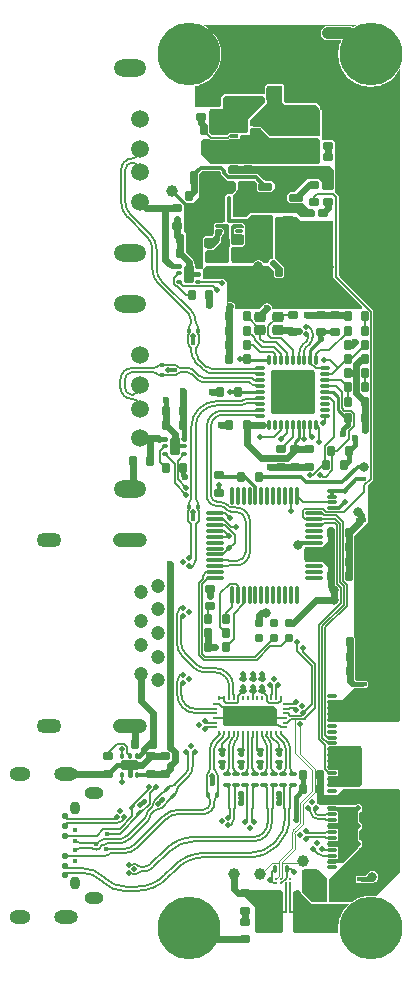
<source format=gtl>
G04 #@! TF.GenerationSoftware,KiCad,Pcbnew,9.0.4*
G04 #@! TF.CreationDate,2025-08-21T00:06:41-07:00*
G04 #@! TF.ProjectId,DisplayAdapter,44697370-6c61-4794-9164-61707465722e,rev?*
G04 #@! TF.SameCoordinates,Original*
G04 #@! TF.FileFunction,Copper,L1,Top*
G04 #@! TF.FilePolarity,Positive*
%FSLAX46Y46*%
G04 Gerber Fmt 4.6, Leading zero omitted, Abs format (unit mm)*
G04 Created by KiCad (PCBNEW 9.0.4) date 2025-08-21 00:06:41*
%MOMM*%
%LPD*%
G01*
G04 APERTURE LIST*
G04 Aperture macros list*
%AMRoundRect*
0 Rectangle with rounded corners*
0 $1 Rounding radius*
0 $2 $3 $4 $5 $6 $7 $8 $9 X,Y pos of 4 corners*
0 Add a 4 corners polygon primitive as box body*
4,1,4,$2,$3,$4,$5,$6,$7,$8,$9,$2,$3,0*
0 Add four circle primitives for the rounded corners*
1,1,$1+$1,$2,$3*
1,1,$1+$1,$4,$5*
1,1,$1+$1,$6,$7*
1,1,$1+$1,$8,$9*
0 Add four rect primitives between the rounded corners*
20,1,$1+$1,$2,$3,$4,$5,0*
20,1,$1+$1,$4,$5,$6,$7,0*
20,1,$1+$1,$6,$7,$8,$9,0*
20,1,$1+$1,$8,$9,$2,$3,0*%
%AMFreePoly0*
4,1,18,-0.400000,0.600000,-0.200000,0.800000,0.240000,0.800000,0.301229,0.787821,0.353137,0.753137,0.387821,0.701229,0.400000,0.640000,0.400000,-0.640000,0.387821,-0.701229,0.353137,-0.753137,0.301229,-0.787821,0.240000,-0.800000,-0.240000,-0.800000,-0.301229,-0.787821,-0.353137,-0.753137,-0.387821,-0.701229,-0.400000,-0.640000,-0.400000,0.600000,-0.400000,0.600000,$1*%
%AMFreePoly1*
4,1,18,-2.250000,0.765000,-2.243530,0.797528,-2.225104,0.825104,-2.197528,0.843530,-2.165000,0.850000,1.995000,0.850000,2.250000,0.595000,2.250000,-0.765000,2.243530,-0.797528,2.225104,-0.825104,2.197528,-0.843530,2.165000,-0.850000,-2.165000,-0.850000,-2.197528,-0.843530,-2.225104,-0.825104,-2.243530,-0.797528,-2.250000,-0.765000,-2.250000,0.765000,-2.250000,0.765000,$1*%
G04 Aperture macros list end*
G04 #@! TA.AperFunction,SMDPad,CuDef*
%ADD10RoundRect,0.150000X-0.150000X-0.300000X0.150000X-0.300000X0.150000X0.300000X-0.150000X0.300000X0*%
G04 #@! TD*
G04 #@! TA.AperFunction,SMDPad,CuDef*
%ADD11RoundRect,0.150000X0.150000X0.300000X-0.150000X0.300000X-0.150000X-0.300000X0.150000X-0.300000X0*%
G04 #@! TD*
G04 #@! TA.AperFunction,SMDPad,CuDef*
%ADD12RoundRect,0.045000X0.355000X-0.105000X0.355000X0.105000X-0.355000X0.105000X-0.355000X-0.105000X0*%
G04 #@! TD*
G04 #@! TA.AperFunction,SMDPad,CuDef*
%ADD13RoundRect,0.045000X-0.355000X0.105000X-0.355000X-0.105000X0.355000X-0.105000X0.355000X0.105000X0*%
G04 #@! TD*
G04 #@! TA.AperFunction,SMDPad,CuDef*
%ADD14RoundRect,0.060000X0.340000X-0.140000X0.340000X0.140000X-0.340000X0.140000X-0.340000X-0.140000X0*%
G04 #@! TD*
G04 #@! TA.AperFunction,SMDPad,CuDef*
%ADD15C,1.000000*%
G04 #@! TD*
G04 #@! TA.AperFunction,SMDPad,CuDef*
%ADD16RoundRect,0.162500X0.447500X0.162500X-0.447500X0.162500X-0.447500X-0.162500X0.447500X-0.162500X0*%
G04 #@! TD*
G04 #@! TA.AperFunction,SMDPad,CuDef*
%ADD17RoundRect,0.090000X-0.310000X-0.210000X0.310000X-0.210000X0.310000X0.210000X-0.310000X0.210000X0*%
G04 #@! TD*
G04 #@! TA.AperFunction,SMDPad,CuDef*
%ADD18RoundRect,0.100000X0.200000X-0.100000X0.200000X0.100000X-0.200000X0.100000X-0.200000X-0.100000X0*%
G04 #@! TD*
G04 #@! TA.AperFunction,SMDPad,CuDef*
%ADD19RoundRect,0.150000X0.300000X-0.150000X0.300000X0.150000X-0.300000X0.150000X-0.300000X-0.150000X0*%
G04 #@! TD*
G04 #@! TA.AperFunction,SMDPad,CuDef*
%ADD20RoundRect,0.150000X1.550000X-0.350000X1.550000X0.350000X-1.550000X0.350000X-1.550000X-0.350000X0*%
G04 #@! TD*
G04 #@! TA.AperFunction,SMDPad,CuDef*
%ADD21RoundRect,0.120000X-0.280000X-0.480000X0.280000X-0.480000X0.280000X0.480000X-0.280000X0.480000X0*%
G04 #@! TD*
G04 #@! TA.AperFunction,SMDPad,CuDef*
%ADD22RoundRect,0.162500X0.162500X-0.447500X0.162500X0.447500X-0.162500X0.447500X-0.162500X-0.447500X0*%
G04 #@! TD*
G04 #@! TA.AperFunction,SMDPad,CuDef*
%ADD23RoundRect,0.095000X-0.130000X-0.095000X0.130000X-0.095000X0.130000X0.095000X-0.130000X0.095000X0*%
G04 #@! TD*
G04 #@! TA.AperFunction,SMDPad,CuDef*
%ADD24FreePoly0,0.000000*%
G04 #@! TD*
G04 #@! TA.AperFunction,SMDPad,CuDef*
%ADD25RoundRect,0.050000X-0.050000X0.150000X-0.050000X-0.150000X0.050000X-0.150000X0.050000X0.150000X0*%
G04 #@! TD*
G04 #@! TA.AperFunction,SMDPad,CuDef*
%ADD26RoundRect,0.050000X-0.150000X-0.050000X0.150000X-0.050000X0.150000X0.050000X-0.150000X0.050000X0*%
G04 #@! TD*
G04 #@! TA.AperFunction,SMDPad,CuDef*
%ADD27RoundRect,0.050000X0.150000X0.050000X-0.150000X0.050000X-0.150000X-0.050000X0.150000X-0.050000X0*%
G04 #@! TD*
G04 #@! TA.AperFunction,SMDPad,CuDef*
%ADD28RoundRect,0.050000X0.050000X-0.150000X0.050000X0.150000X-0.050000X0.150000X-0.050000X-0.150000X0*%
G04 #@! TD*
G04 #@! TA.AperFunction,SMDPad,CuDef*
%ADD29FreePoly1,0.000000*%
G04 #@! TD*
G04 #@! TA.AperFunction,SMDPad,CuDef*
%ADD30RoundRect,0.150000X-0.300000X0.150000X-0.300000X-0.150000X0.300000X-0.150000X0.300000X0.150000X0*%
G04 #@! TD*
G04 #@! TA.AperFunction,SMDPad,CuDef*
%ADD31RoundRect,0.100000X-0.200000X0.100000X-0.200000X-0.100000X0.200000X-0.100000X0.200000X0.100000X0*%
G04 #@! TD*
G04 #@! TA.AperFunction,SMDPad,CuDef*
%ADD32RoundRect,0.090000X-0.210000X0.310000X-0.210000X-0.310000X0.210000X-0.310000X0.210000X0.310000X0*%
G04 #@! TD*
G04 #@! TA.AperFunction,SMDPad,CuDef*
%ADD33C,0.220000*%
G04 #@! TD*
G04 #@! TA.AperFunction,SMDPad,CuDef*
%ADD34RoundRect,0.100000X0.100000X0.200000X-0.100000X0.200000X-0.100000X-0.200000X0.100000X-0.200000X0*%
G04 #@! TD*
G04 #@! TA.AperFunction,SMDPad,CuDef*
%ADD35RoundRect,0.067500X-0.183848X-0.088388X-0.088388X-0.183848X0.183848X0.088388X0.088388X0.183848X0*%
G04 #@! TD*
G04 #@! TA.AperFunction,SMDPad,CuDef*
%ADD36RoundRect,0.090000X-0.183848X-0.056569X-0.056569X-0.183848X0.183848X0.056569X0.056569X0.183848X0*%
G04 #@! TD*
G04 #@! TA.AperFunction,ConnectorPad*
%ADD37C,0.787400*%
G04 #@! TD*
G04 #@! TA.AperFunction,SMDPad,CuDef*
%ADD38RoundRect,0.067500X0.192500X-0.067500X0.192500X0.067500X-0.192500X0.067500X-0.192500X-0.067500X0*%
G04 #@! TD*
G04 #@! TA.AperFunction,SMDPad,CuDef*
%ADD39RoundRect,0.090000X0.170000X-0.090000X0.170000X0.090000X-0.170000X0.090000X-0.170000X-0.090000X0*%
G04 #@! TD*
G04 #@! TA.AperFunction,SMDPad,CuDef*
%ADD40RoundRect,0.067500X0.183848X0.088388X0.088388X0.183848X-0.183848X-0.088388X-0.088388X-0.183848X0*%
G04 #@! TD*
G04 #@! TA.AperFunction,SMDPad,CuDef*
%ADD41RoundRect,0.090000X0.183848X0.056569X0.056569X0.183848X-0.183848X-0.056569X-0.056569X-0.183848X0*%
G04 #@! TD*
G04 #@! TA.AperFunction,SMDPad,CuDef*
%ADD42RoundRect,0.067500X-0.067500X-0.192500X0.067500X-0.192500X0.067500X0.192500X-0.067500X0.192500X0*%
G04 #@! TD*
G04 #@! TA.AperFunction,SMDPad,CuDef*
%ADD43RoundRect,0.090000X-0.090000X-0.170000X0.090000X-0.170000X0.090000X0.170000X-0.090000X0.170000X0*%
G04 #@! TD*
G04 #@! TA.AperFunction,SMDPad,CuDef*
%ADD44RoundRect,0.090000X0.310000X0.210000X-0.310000X0.210000X-0.310000X-0.210000X0.310000X-0.210000X0*%
G04 #@! TD*
G04 #@! TA.AperFunction,SMDPad,CuDef*
%ADD45RoundRect,0.062500X-0.062500X-0.187500X0.062500X-0.187500X0.062500X0.187500X-0.062500X0.187500X0*%
G04 #@! TD*
G04 #@! TA.AperFunction,SMDPad,CuDef*
%ADD46RoundRect,0.062500X0.062500X0.187500X-0.062500X0.187500X-0.062500X-0.187500X0.062500X-0.187500X0*%
G04 #@! TD*
G04 #@! TA.AperFunction,SMDPad,CuDef*
%ADD47RoundRect,0.112500X0.112500X0.137500X-0.112500X0.137500X-0.112500X-0.137500X0.112500X-0.137500X0*%
G04 #@! TD*
G04 #@! TA.AperFunction,SMDPad,CuDef*
%ADD48RoundRect,0.045000X0.355000X0.105000X-0.355000X0.105000X-0.355000X-0.105000X0.355000X-0.105000X0*%
G04 #@! TD*
G04 #@! TA.AperFunction,SMDPad,CuDef*
%ADD49RoundRect,0.060000X0.340000X0.140000X-0.340000X0.140000X-0.340000X-0.140000X0.340000X-0.140000X0*%
G04 #@! TD*
G04 #@! TA.AperFunction,SMDPad,CuDef*
%ADD50RoundRect,0.150000X-0.350000X-1.550000X0.350000X-1.550000X0.350000X1.550000X-0.350000X1.550000X0*%
G04 #@! TD*
G04 #@! TA.AperFunction,SMDPad,CuDef*
%ADD51RoundRect,0.075000X0.662500X0.075000X-0.662500X0.075000X-0.662500X-0.075000X0.662500X-0.075000X0*%
G04 #@! TD*
G04 #@! TA.AperFunction,SMDPad,CuDef*
%ADD52RoundRect,0.075000X0.075000X0.662500X-0.075000X0.662500X-0.075000X-0.662500X0.075000X-0.662500X0*%
G04 #@! TD*
G04 #@! TA.AperFunction,SMDPad,CuDef*
%ADD53RoundRect,0.067500X0.067500X0.192500X-0.067500X0.192500X-0.067500X-0.192500X0.067500X-0.192500X0*%
G04 #@! TD*
G04 #@! TA.AperFunction,SMDPad,CuDef*
%ADD54RoundRect,0.090000X0.090000X0.170000X-0.090000X0.170000X-0.090000X-0.170000X0.090000X-0.170000X0*%
G04 #@! TD*
G04 #@! TA.AperFunction,SMDPad,CuDef*
%ADD55RoundRect,0.210000X1.090000X0.490000X-1.090000X0.490000X-1.090000X-0.490000X1.090000X-0.490000X0*%
G04 #@! TD*
G04 #@! TA.AperFunction,SMDPad,CuDef*
%ADD56RoundRect,0.195000X0.455000X0.505000X-0.455000X0.505000X-0.455000X-0.505000X0.455000X-0.505000X0*%
G04 #@! TD*
G04 #@! TA.AperFunction,SMDPad,CuDef*
%ADD57RoundRect,0.212500X-0.262500X-0.212500X0.262500X-0.212500X0.262500X0.212500X-0.262500X0.212500X0*%
G04 #@! TD*
G04 #@! TA.AperFunction,SMDPad,CuDef*
%ADD58RoundRect,0.053000X0.212000X-0.572000X0.212000X0.572000X-0.212000X0.572000X-0.212000X-0.572000X0*%
G04 #@! TD*
G04 #@! TA.AperFunction,SMDPad,CuDef*
%ADD59RoundRect,0.030000X-0.320000X-0.120000X0.320000X-0.120000X0.320000X0.120000X-0.320000X0.120000X0*%
G04 #@! TD*
G04 #@! TA.AperFunction,SMDPad,CuDef*
%ADD60RoundRect,0.030000X0.120000X-0.320000X0.120000X0.320000X-0.120000X0.320000X-0.120000X-0.320000X0*%
G04 #@! TD*
G04 #@! TA.AperFunction,SMDPad,CuDef*
%ADD61RoundRect,0.140000X0.310000X-0.000010X0.310000X0.000010X-0.310000X0.000010X-0.310000X-0.000010X0*%
G04 #@! TD*
G04 #@! TA.AperFunction,SMDPad,CuDef*
%ADD62RoundRect,0.140000X0.000010X0.310000X-0.000010X0.310000X-0.000010X-0.310000X0.000010X-0.310000X0*%
G04 #@! TD*
G04 #@! TA.AperFunction,SMDPad,CuDef*
%ADD63RoundRect,0.140000X-0.310000X0.000010X-0.310000X-0.000010X0.310000X-0.000010X0.310000X0.000010X0*%
G04 #@! TD*
G04 #@! TA.AperFunction,SMDPad,CuDef*
%ADD64RoundRect,0.140000X-0.000010X-0.310000X0.000010X-0.310000X0.000010X0.310000X-0.000010X0.310000X0*%
G04 #@! TD*
G04 #@! TA.AperFunction,SMDPad,CuDef*
%ADD65RoundRect,0.185000X1.665000X-1.665000X1.665000X1.665000X-1.665000X1.665000X-1.665000X-1.665000X0*%
G04 #@! TD*
G04 #@! TA.AperFunction,SMDPad,CuDef*
%ADD66RoundRect,0.040000X-0.360000X-0.710000X0.360000X-0.710000X0.360000X0.710000X-0.360000X0.710000X0*%
G04 #@! TD*
G04 #@! TA.AperFunction,SMDPad,CuDef*
%ADD67RoundRect,0.030000X-0.270000X-0.120000X0.270000X-0.120000X0.270000X0.120000X-0.270000X0.120000X0*%
G04 #@! TD*
G04 #@! TA.AperFunction,SMDPad,CuDef*
%ADD68RoundRect,0.040000X-0.160000X-0.835000X0.160000X-0.835000X0.160000X0.835000X-0.160000X0.835000X0*%
G04 #@! TD*
G04 #@! TA.AperFunction,SMDPad,CuDef*
%ADD69RoundRect,0.150000X-0.150000X-1.650000X0.150000X-1.650000X0.150000X1.650000X-0.150000X1.650000X0*%
G04 #@! TD*
G04 #@! TA.AperFunction,SMDPad,CuDef*
%ADD70RoundRect,0.095000X-0.095000X0.130000X-0.095000X-0.130000X0.095000X-0.130000X0.095000X0.130000X0*%
G04 #@! TD*
G04 #@! TA.AperFunction,SMDPad,CuDef*
%ADD71FreePoly0,270.000000*%
G04 #@! TD*
G04 #@! TA.AperFunction,SMDPad,CuDef*
%ADD72RoundRect,0.112500X-0.112500X-0.137500X0.112500X-0.137500X0.112500X0.137500X-0.112500X0.137500X0*%
G04 #@! TD*
G04 #@! TA.AperFunction,ComponentPad*
%ADD73C,1.200000*%
G04 #@! TD*
G04 #@! TA.AperFunction,ComponentPad*
%ADD74RoundRect,0.600000X0.450000X-0.000010X0.450000X0.000010X-0.450000X0.000010X-0.450000X-0.000010X0*%
G04 #@! TD*
G04 #@! TA.AperFunction,ComponentPad*
%ADD75RoundRect,0.600000X0.850000X-0.000010X0.850000X0.000010X-0.850000X0.000010X-0.850000X-0.000010X0*%
G04 #@! TD*
G04 #@! TA.AperFunction,ComponentPad*
%ADD76O,0.850000X1.100000*%
G04 #@! TD*
G04 #@! TA.AperFunction,ComponentPad*
%ADD77C,0.550000*%
G04 #@! TD*
G04 #@! TA.AperFunction,ComponentPad*
%ADD78C,0.450000*%
G04 #@! TD*
G04 #@! TA.AperFunction,ComponentPad*
%ADD79O,1.800000X1.150000*%
G04 #@! TD*
G04 #@! TA.AperFunction,ComponentPad*
%ADD80O,2.000000X1.140000*%
G04 #@! TD*
G04 #@! TA.AperFunction,ComponentPad*
%ADD81O,1.600000X1.000000*%
G04 #@! TD*
G04 #@! TA.AperFunction,ComponentPad*
%ADD82O,2.000000X1.150000*%
G04 #@! TD*
G04 #@! TA.AperFunction,ComponentPad*
%ADD83C,1.520000*%
G04 #@! TD*
G04 #@! TA.AperFunction,ComponentPad*
%ADD84RoundRect,0.750000X-0.600000X-0.000010X0.600000X-0.000010X0.600000X0.000010X-0.600000X0.000010X0*%
G04 #@! TD*
G04 #@! TA.AperFunction,ComponentPad*
%ADD85C,5.300000*%
G04 #@! TD*
G04 #@! TA.AperFunction,ViaPad*
%ADD86C,0.500000*%
G04 #@! TD*
G04 #@! TA.AperFunction,ViaPad*
%ADD87C,0.800000*%
G04 #@! TD*
G04 #@! TA.AperFunction,ViaPad*
%ADD88C,0.600000*%
G04 #@! TD*
G04 #@! TA.AperFunction,ViaPad*
%ADD89C,0.700000*%
G04 #@! TD*
G04 #@! TA.AperFunction,ViaPad*
%ADD90C,0.450000*%
G04 #@! TD*
G04 #@! TA.AperFunction,Conductor*
%ADD91C,0.200000*%
G04 #@! TD*
G04 #@! TA.AperFunction,Conductor*
%ADD92C,0.280000*%
G04 #@! TD*
G04 #@! TA.AperFunction,Conductor*
%ADD93C,0.400000*%
G04 #@! TD*
G04 #@! TA.AperFunction,Conductor*
%ADD94C,0.300000*%
G04 #@! TD*
G04 #@! TA.AperFunction,Conductor*
%ADD95C,0.600000*%
G04 #@! TD*
G04 #@! TA.AperFunction,Conductor*
%ADD96C,0.360000*%
G04 #@! TD*
G04 #@! TA.AperFunction,Conductor*
%ADD97C,1.000000*%
G04 #@! TD*
G04 #@! TA.AperFunction,Conductor*
%ADD98C,0.380000*%
G04 #@! TD*
G04 #@! TA.AperFunction,Conductor*
%ADD99C,0.350000*%
G04 #@! TD*
G04 #@! TA.AperFunction,Conductor*
%ADD100C,0.135000*%
G04 #@! TD*
G04 #@! TA.AperFunction,Conductor*
%ADD101C,0.150000*%
G04 #@! TD*
G04 #@! TA.AperFunction,Conductor*
%ADD102C,0.450000*%
G04 #@! TD*
G04 #@! TA.AperFunction,Conductor*
%ADD103C,0.157500*%
G04 #@! TD*
G04 #@! TA.AperFunction,Conductor*
%ADD104C,0.120000*%
G04 #@! TD*
G04 APERTURE END LIST*
D10*
X67650000Y-82750000D03*
X69150000Y-82750000D03*
D11*
X66750000Y-102050000D03*
X65250000Y-102050000D03*
D12*
X67700000Y-79450000D03*
D13*
X67700000Y-78950000D03*
D12*
X67700000Y-78450000D03*
X67700000Y-77950000D03*
D14*
X70200000Y-80450000D03*
X70200000Y-76950000D03*
D15*
X59400000Y-110400000D03*
D16*
X64710000Y-53150000D03*
X64710000Y-51250000D03*
X62090000Y-52200000D03*
D15*
X61600000Y-110400000D03*
D11*
X70550000Y-65600000D03*
X69050000Y-65600000D03*
D10*
X67650000Y-85150000D03*
X69150000Y-85150000D03*
D17*
X67400000Y-51100000D03*
X67400000Y-49700000D03*
D18*
X61800000Y-93900000D03*
X61800000Y-94900000D03*
D11*
X60750000Y-52200000D03*
X59250000Y-52200000D03*
D10*
X69250000Y-90800000D03*
X70750000Y-90800000D03*
D19*
X57400000Y-59550000D03*
X57400000Y-58050000D03*
D11*
X61550000Y-76800000D03*
X60050000Y-76800000D03*
D20*
X64400000Y-49200000D03*
X64400000Y-46800000D03*
D21*
X66400000Y-112200000D03*
X68400000Y-112200000D03*
D11*
X56350000Y-57800000D03*
X54850000Y-57800000D03*
D17*
X60400000Y-115900000D03*
X60400000Y-114500000D03*
D22*
X56050000Y-51510000D03*
X57950000Y-51510000D03*
X57000000Y-48890000D03*
D10*
X67250000Y-75800000D03*
X68750000Y-75800000D03*
D23*
X56425000Y-58950000D03*
X56425000Y-59600000D03*
X56425000Y-60250000D03*
X54775000Y-60250000D03*
X54775000Y-59550000D03*
X54775000Y-58950000D03*
D24*
X55600000Y-59600000D03*
D10*
X59050000Y-72400000D03*
X60550000Y-72400000D03*
X56850000Y-47400000D03*
X58350000Y-47400000D03*
X69250000Y-92000000D03*
X70750000Y-92000000D03*
D18*
X61000000Y-93900000D03*
X61000000Y-94900000D03*
D15*
X54200000Y-52600000D03*
D23*
X55225000Y-73550000D03*
X55225000Y-74200000D03*
X55225000Y-74850000D03*
X53575000Y-74850000D03*
X53575000Y-74150000D03*
X53575000Y-73550000D03*
D24*
X54400000Y-74200000D03*
D19*
X60600000Y-50750000D03*
X60600000Y-49250000D03*
D11*
X55150000Y-72400000D03*
X53650000Y-72400000D03*
D10*
X67650000Y-81500000D03*
X69150000Y-81500000D03*
D25*
X63400000Y-95525000D03*
X63000000Y-95525000D03*
X62600000Y-95525000D03*
X62200000Y-95525000D03*
X61800000Y-95525000D03*
X61400000Y-95525000D03*
X61000000Y-95525000D03*
X60600000Y-95525000D03*
X60200000Y-95525000D03*
X59800000Y-95525000D03*
X59400000Y-95525000D03*
X59000000Y-95525000D03*
X58600000Y-95525000D03*
X58200000Y-95525000D03*
D26*
X57825000Y-96000000D03*
X57825000Y-96400000D03*
X57825000Y-96800000D03*
X57825000Y-97200000D03*
X57825000Y-97600000D03*
D27*
X57825000Y-98000000D03*
D28*
X58200000Y-98475000D03*
D25*
X58600000Y-98475000D03*
X59000000Y-98475000D03*
X59400000Y-98475000D03*
X59800000Y-98475000D03*
X60200000Y-98475000D03*
X60600000Y-98475000D03*
X61000000Y-98475000D03*
X61400000Y-98475000D03*
X61800000Y-98475000D03*
X62200000Y-98475000D03*
X62600000Y-98475000D03*
X63000000Y-98475000D03*
X63400000Y-98475000D03*
D26*
X63775000Y-98000000D03*
X63775000Y-97600000D03*
X63775000Y-97200000D03*
X63775000Y-96800000D03*
X63775000Y-96400000D03*
X63775000Y-96000000D03*
D29*
X60800000Y-97000000D03*
D30*
X58200000Y-76650000D03*
X58200000Y-78150000D03*
D19*
X52400000Y-101950000D03*
X52400000Y-100450000D03*
X64600000Y-75950000D03*
X64600000Y-74450000D03*
D31*
X58400000Y-100900000D03*
X58400000Y-99900000D03*
D19*
X59000000Y-45150000D03*
X59000000Y-43650000D03*
D32*
X69100000Y-63200000D03*
X70500000Y-63200000D03*
D30*
X68000000Y-63050000D03*
X68000000Y-64550000D03*
D33*
X64200000Y-110800000D03*
X64200000Y-111200000D03*
X63800000Y-110800000D03*
X63800000Y-111200000D03*
X63400000Y-110800000D03*
X63400000Y-111200000D03*
X63000000Y-110800000D03*
X63000000Y-111200000D03*
D34*
X62900000Y-110000000D03*
X63900000Y-110000000D03*
D10*
X67650000Y-74600000D03*
X69150000Y-74600000D03*
D35*
X54304325Y-103761360D03*
X53738640Y-103195675D03*
D36*
X53328518Y-104171482D03*
D18*
X60200000Y-93900000D03*
X60200000Y-94900000D03*
D10*
X55850000Y-61400000D03*
X57350000Y-61400000D03*
D37*
X64070000Y-89165000D03*
X64070000Y-90435000D03*
X62800000Y-89165000D03*
X62800000Y-90435000D03*
X61530000Y-89165000D03*
X61530000Y-90435000D03*
D31*
X64400000Y-102900000D03*
X64400000Y-101900000D03*
D10*
X69050000Y-66800000D03*
X70550000Y-66800000D03*
D15*
X65250000Y-109300000D03*
D38*
X53360000Y-67350000D03*
X53360000Y-68150000D03*
D39*
X54340000Y-67750000D03*
D11*
X56350000Y-56600000D03*
X54850000Y-56600000D03*
D19*
X65800000Y-55950000D03*
X65800000Y-54450000D03*
D40*
X50820675Y-104713640D03*
X51386360Y-105279325D03*
D41*
X51796482Y-104303518D03*
D11*
X70550000Y-64400000D03*
X69050000Y-64400000D03*
D42*
X56400000Y-79310000D03*
X55600000Y-79310000D03*
D43*
X56000000Y-80290000D03*
D31*
X62000000Y-102900000D03*
X62000000Y-101900000D03*
D10*
X59050000Y-66800000D03*
X60550000Y-66800000D03*
X53650000Y-76000000D03*
X55150000Y-76000000D03*
D15*
X69400000Y-57450000D03*
D11*
X52550000Y-99400000D03*
X51050000Y-99400000D03*
X55150000Y-71200000D03*
X53650000Y-71200000D03*
X58750000Y-57000000D03*
X57250000Y-57000000D03*
D10*
X57250000Y-88800000D03*
X58750000Y-88800000D03*
X58250000Y-69600000D03*
X59750000Y-69600000D03*
D30*
X63400000Y-74450000D03*
X63400000Y-75950000D03*
D15*
X67400000Y-39200000D03*
D11*
X70550000Y-69200000D03*
X69050000Y-69200000D03*
D31*
X59600000Y-102900000D03*
X59600000Y-101900000D03*
D10*
X57250000Y-90000000D03*
X58750000Y-90000000D03*
D11*
X66750000Y-103250000D03*
X65250000Y-103250000D03*
D44*
X67400000Y-52100000D03*
X67400000Y-53500000D03*
D45*
X59000000Y-104400000D03*
D46*
X59500000Y-104400000D03*
D47*
X60000000Y-104400000D03*
D46*
X60500000Y-104400000D03*
X61000000Y-104400000D03*
X61000000Y-103600000D03*
X60500000Y-103600000D03*
D47*
X60000000Y-103600000D03*
D46*
X59500000Y-103600000D03*
X59000000Y-103600000D03*
D48*
X67750000Y-109850000D03*
X67750000Y-109350000D03*
X67750000Y-108850000D03*
X67750000Y-108350000D03*
X67750000Y-107850000D03*
X67750000Y-107350000D03*
X67750000Y-106850000D03*
X67750000Y-106350000D03*
X67750000Y-105850000D03*
X67750000Y-105350000D03*
X67750000Y-104850000D03*
X67750000Y-104350000D03*
X67750000Y-103850000D03*
X67750000Y-103350000D03*
X67750000Y-102850000D03*
X67750000Y-102350000D03*
X67750000Y-101850000D03*
X67750000Y-101350000D03*
X67750000Y-100850000D03*
X67750000Y-100350000D03*
X67750000Y-99850000D03*
X67750000Y-99350000D03*
X67750000Y-98850000D03*
X67750000Y-98350000D03*
X67750000Y-97850000D03*
X67750000Y-97350000D03*
X67750000Y-96850000D03*
X67750000Y-96350000D03*
X67750000Y-95850000D03*
X67750000Y-95350000D03*
D49*
X70250000Y-110850000D03*
X70250000Y-94350000D03*
D15*
X66400000Y-57450000D03*
D50*
X61600000Y-56400000D03*
X64000000Y-56400000D03*
D32*
X69100000Y-68000000D03*
X70500000Y-68000000D03*
D51*
X66162500Y-85350000D03*
X66162500Y-84850000D03*
X66162500Y-84350000D03*
X66162500Y-83850000D03*
X66162500Y-83350000D03*
X66162500Y-82850000D03*
X66162500Y-82350000D03*
X66162500Y-81850000D03*
X66162500Y-81350000D03*
X66162500Y-80850000D03*
X66162500Y-80350000D03*
X66162500Y-79850000D03*
D52*
X64750000Y-78437500D03*
X64250000Y-78437500D03*
X63750000Y-78437500D03*
X63250000Y-78437500D03*
X62750000Y-78437500D03*
X62250000Y-78437500D03*
X61750000Y-78437500D03*
X61250000Y-78437500D03*
X60750000Y-78437500D03*
X60250000Y-78437500D03*
X59750000Y-78437500D03*
X59250000Y-78437500D03*
D51*
X57837500Y-79850000D03*
X57837500Y-80350000D03*
X57837500Y-80850000D03*
X57837500Y-81350000D03*
X57837500Y-81850000D03*
X57837500Y-82350000D03*
X57837500Y-82850000D03*
X57837500Y-83350000D03*
X57837500Y-83850000D03*
X57837500Y-84350000D03*
X57837500Y-84850000D03*
X57837500Y-85350000D03*
D52*
X59250000Y-86762500D03*
X59750000Y-86762500D03*
X60250000Y-86762500D03*
X60750000Y-86762500D03*
X61250000Y-86762500D03*
X61750000Y-86762500D03*
X62250000Y-86762500D03*
X62750000Y-86762500D03*
X63250000Y-86762500D03*
X63750000Y-86762500D03*
X64250000Y-86762500D03*
X64750000Y-86762500D03*
D11*
X60550000Y-64400000D03*
X59050000Y-64400000D03*
D19*
X66200000Y-53550000D03*
X66200000Y-52050000D03*
D11*
X60550000Y-65600000D03*
X59050000Y-65600000D03*
D53*
X57200000Y-103690000D03*
X58000000Y-103690000D03*
D54*
X57600000Y-102710000D03*
D19*
X53600000Y-101950000D03*
X53600000Y-100450000D03*
D30*
X54600000Y-54050000D03*
X54600000Y-55550000D03*
D42*
X56400000Y-64410000D03*
X55600000Y-64410000D03*
D43*
X56000000Y-65390000D03*
D30*
X59800000Y-56850000D03*
X59800000Y-58350000D03*
D31*
X61200000Y-102900000D03*
X61200000Y-101900000D03*
D30*
X67000000Y-54450000D03*
X67000000Y-55950000D03*
D10*
X69250000Y-93200000D03*
X70750000Y-93200000D03*
D19*
X67400000Y-48750000D03*
X67400000Y-47250000D03*
D55*
X65300000Y-44400000D03*
D56*
X62850000Y-44400000D03*
D19*
X60200000Y-45150000D03*
X60200000Y-43650000D03*
D11*
X70550000Y-70400000D03*
X69050000Y-70400000D03*
D31*
X60000000Y-100900000D03*
X60000000Y-99900000D03*
X60400000Y-102900000D03*
X60400000Y-101900000D03*
D11*
X70550000Y-71800000D03*
X69050000Y-71800000D03*
D57*
X61675000Y-64375000D03*
X61675000Y-63225000D03*
X63125000Y-63225000D03*
X63125000Y-64375000D03*
D11*
X60550000Y-63200000D03*
X59050000Y-63200000D03*
D19*
X65800000Y-75950000D03*
X65800000Y-74450000D03*
X56600000Y-46350000D03*
X56600000Y-44850000D03*
D10*
X57250000Y-91200000D03*
X58750000Y-91200000D03*
D30*
X58600000Y-58050000D03*
X58600000Y-59550000D03*
D58*
X60285000Y-46945000D03*
D59*
X59450000Y-46450000D03*
X59450000Y-46950000D03*
X59450000Y-47450000D03*
X59450000Y-47950000D03*
D60*
X60400000Y-48250000D03*
D59*
X61350000Y-47950000D03*
X61350000Y-47450000D03*
X61350000Y-46950000D03*
X61350000Y-46450000D03*
D60*
X60400000Y-46150000D03*
D31*
X62800000Y-102900000D03*
X62800000Y-101900000D03*
D11*
X64750000Y-59400000D03*
X63250000Y-59400000D03*
D61*
X61650000Y-67600000D03*
X61650000Y-68100000D03*
X61650000Y-68600000D03*
X61650000Y-69100000D03*
X61650000Y-69600000D03*
X61650000Y-70100000D03*
X61650000Y-70600000D03*
X61650000Y-71100000D03*
X61650000Y-71600000D03*
D62*
X62400000Y-72350000D03*
X62900000Y-72350000D03*
X63400000Y-72350000D03*
X63900000Y-72350000D03*
X64400000Y-72350000D03*
X64900000Y-72350000D03*
X65400000Y-72350000D03*
X65900000Y-72350000D03*
X66400000Y-72350000D03*
D63*
X67150000Y-71600000D03*
X67150000Y-71100000D03*
X67150000Y-70600000D03*
X67150000Y-70100000D03*
X67150000Y-69600000D03*
X67150000Y-69100000D03*
X67150000Y-68600000D03*
X67150000Y-68100000D03*
X67150000Y-67600000D03*
D64*
X66400000Y-66850000D03*
X65900000Y-66850000D03*
X65400000Y-66850000D03*
X64900000Y-66850000D03*
X64400000Y-66850000D03*
X63900000Y-66850000D03*
X63400000Y-66850000D03*
X62900000Y-66850000D03*
X62400000Y-66850000D03*
D65*
X64400000Y-69600000D03*
D19*
X57800000Y-46350000D03*
X57800000Y-44850000D03*
D66*
X58250000Y-54050000D03*
D67*
X58150000Y-55100000D03*
X58150000Y-55550000D03*
X58150000Y-56000000D03*
X59850000Y-56000000D03*
X59850000Y-55550000D03*
X59850000Y-55100000D03*
D66*
X59750000Y-54050000D03*
D68*
X59000000Y-53925000D03*
D31*
X63200000Y-100900000D03*
X63200000Y-99900000D03*
D19*
X60400000Y-113550000D03*
X60400000Y-112050000D03*
D10*
X67650000Y-83950000D03*
X69150000Y-83950000D03*
D11*
X57150000Y-53000000D03*
X55650000Y-53000000D03*
D30*
X66800000Y-63050000D03*
X66800000Y-64550000D03*
D31*
X61600000Y-100900000D03*
X61600000Y-99900000D03*
D19*
X59400000Y-50750000D03*
X59400000Y-49250000D03*
D69*
X63250000Y-113600000D03*
X64750000Y-113600000D03*
D44*
X57400000Y-86300000D03*
X57400000Y-87700000D03*
D30*
X48800000Y-100450000D03*
X48800000Y-101950000D03*
D31*
X58800000Y-102900000D03*
X58800000Y-101900000D03*
D30*
X64400000Y-63050000D03*
X64400000Y-64550000D03*
D19*
X61400000Y-45150000D03*
X61400000Y-43650000D03*
D11*
X52350000Y-75400000D03*
X50850000Y-75400000D03*
D31*
X63600000Y-102900000D03*
X63600000Y-101900000D03*
D70*
X51250000Y-102025000D03*
X50600000Y-102025000D03*
X49950000Y-102025000D03*
X49950000Y-100375000D03*
X50650000Y-100375000D03*
X51250000Y-100375000D03*
D71*
X50600000Y-101200000D03*
D46*
X64200000Y-103600000D03*
D45*
X63700000Y-103600000D03*
D72*
X63200000Y-103600000D03*
D45*
X62700000Y-103600000D03*
X62200000Y-103600000D03*
X62200000Y-104400000D03*
X62700000Y-104400000D03*
D72*
X63200000Y-104400000D03*
D45*
X63700000Y-104400000D03*
X64200000Y-104400000D03*
D73*
X51530000Y-93500000D03*
X51530000Y-91000000D03*
X51530000Y-89000000D03*
X51530000Y-86500000D03*
X53030000Y-86000000D03*
X53030000Y-88000000D03*
X53030000Y-90000000D03*
X53030000Y-92000000D03*
X53030000Y-94000000D03*
D74*
X43800000Y-97850000D03*
D75*
X50600000Y-97850000D03*
D74*
X43800000Y-82150000D03*
D75*
X50600000Y-82150000D03*
D76*
X46010000Y-104800000D03*
D77*
X45110000Y-105500000D03*
X45110000Y-106300000D03*
D78*
X46010000Y-106700000D03*
D77*
X45110000Y-107150000D03*
D78*
X46010000Y-107600000D03*
X46010000Y-108400000D03*
D77*
X45110000Y-108850000D03*
D78*
X46010000Y-109300000D03*
D77*
X45110000Y-109700000D03*
X45110000Y-110500000D03*
D76*
X46010000Y-111200000D03*
D79*
X41350000Y-114075000D03*
D80*
X45210000Y-114075000D03*
D81*
X47550000Y-112465000D03*
X47550000Y-103535000D03*
D79*
X41350000Y-101925000D03*
D82*
X45210000Y-101925000D03*
D83*
X51450000Y-73500000D03*
X51450000Y-71000000D03*
X51450000Y-69000000D03*
X51450000Y-66500000D03*
D84*
X50600000Y-77850000D03*
X50600000Y-62150000D03*
D85*
X55600000Y-115000000D03*
X71000000Y-41000000D03*
D83*
X51450000Y-53500000D03*
X51450000Y-51000000D03*
X51450000Y-49000000D03*
X51450000Y-46500000D03*
D84*
X50600000Y-57850000D03*
X50600000Y-42150000D03*
D85*
X71000000Y-115000000D03*
X55600000Y-41000000D03*
D86*
X61000000Y-94550000D03*
D87*
X61500000Y-58950000D03*
X66400000Y-111200000D03*
D88*
X69645000Y-65400000D03*
D87*
X60000000Y-62000000D03*
D86*
X59100000Y-69600000D03*
D87*
X65600000Y-111200000D03*
X64500000Y-60500000D03*
D89*
X66400000Y-110400000D03*
D87*
X67500000Y-59000000D03*
X67862500Y-86382743D03*
X64500000Y-62000000D03*
X67500000Y-62000000D03*
D88*
X61900000Y-72400000D03*
D86*
X61800000Y-94550000D03*
X60200000Y-94550000D03*
D87*
X66000000Y-59000000D03*
X63000000Y-60500000D03*
X67500000Y-60500000D03*
D88*
X66800000Y-65150000D03*
D86*
X68800000Y-78950000D03*
D87*
X66000000Y-60500000D03*
D86*
X60000000Y-100250000D03*
D87*
X69000000Y-62000000D03*
D88*
X68650000Y-73150000D03*
D86*
X59900000Y-66800000D03*
D87*
X67862500Y-87200000D03*
D86*
X63200000Y-100250000D03*
X62450000Y-110950000D03*
D87*
X61500000Y-62000000D03*
D86*
X61600000Y-100250000D03*
D88*
X61150000Y-72400000D03*
D87*
X63000000Y-62000000D03*
D88*
X69650000Y-73450000D03*
D87*
X65600000Y-110400000D03*
X66000000Y-62000000D03*
D86*
X58400000Y-100250000D03*
D87*
X60000000Y-60500000D03*
X61500000Y-60500000D03*
D88*
X70550000Y-72800000D03*
D86*
X54600000Y-54950000D03*
D87*
X62150000Y-88300000D03*
D86*
X62000000Y-96500000D03*
X55750000Y-99550000D03*
X56000000Y-64864385D03*
D87*
X63500000Y-52500000D03*
D86*
X62800000Y-93900000D03*
D88*
X57350000Y-62250000D03*
X55300000Y-76800000D03*
D87*
X58800000Y-46000000D03*
D88*
X65850000Y-68150000D03*
D86*
X69400000Y-94200000D03*
D88*
X62950000Y-68150000D03*
D86*
X59600000Y-97500000D03*
X65000000Y-107100000D03*
X63200000Y-104000000D03*
X58375000Y-105945000D03*
X70000000Y-100600000D03*
D88*
X62950000Y-69600000D03*
X59100000Y-62350000D03*
D86*
X68800000Y-77950000D03*
X56000000Y-79764385D03*
D87*
X64850000Y-82550000D03*
D88*
X64400000Y-71050000D03*
D87*
X62000000Y-51000000D03*
D86*
X57850000Y-91200000D03*
X49810000Y-105030000D03*
D88*
X64970000Y-64395000D03*
D86*
X58200000Y-77500000D03*
D88*
X65850000Y-69600000D03*
D86*
X69950000Y-106350000D03*
D87*
X71150000Y-110650000D03*
X63500000Y-54000000D03*
D86*
X63200000Y-101350000D03*
X69950000Y-107850000D03*
X56500000Y-97800000D03*
X60750000Y-106500000D03*
D87*
X62000000Y-54000000D03*
D86*
X51000000Y-110000000D03*
X61600000Y-101350000D03*
X59600000Y-96500000D03*
D88*
X64400000Y-68150000D03*
D87*
X69950000Y-79750000D03*
D86*
X53814385Y-67750001D03*
X51500000Y-104600000D03*
X55150000Y-84000000D03*
X61800000Y-93450000D03*
X70000000Y-102600000D03*
X66050000Y-104290000D03*
X69950000Y-104850000D03*
D88*
X65600000Y-63050000D03*
D86*
X70000000Y-101400000D03*
D88*
X53650000Y-70300000D03*
D86*
X60200000Y-93450000D03*
D88*
X62500000Y-75950000D03*
X62250000Y-62500000D03*
D86*
X58400000Y-101350000D03*
D87*
X66500000Y-51000000D03*
D88*
X64400000Y-69600000D03*
D86*
X53025000Y-104475000D03*
X57600000Y-102100000D03*
X61000000Y-93450000D03*
X64639976Y-105800000D03*
X57400000Y-86850000D03*
X62000000Y-97500000D03*
D88*
X57550000Y-69600000D03*
D87*
X63500000Y-51000000D03*
D88*
X58350000Y-72400000D03*
D86*
X60000000Y-104000000D03*
D88*
X65850000Y-71050000D03*
D86*
X70000000Y-99800000D03*
X62750000Y-58700000D03*
X60800000Y-97000000D03*
X64500000Y-110250000D03*
X57950000Y-56650000D03*
X65150000Y-96200000D03*
X60000000Y-101350000D03*
X55650000Y-93900000D03*
D88*
X62950000Y-71050000D03*
D86*
X55650000Y-88200000D03*
X66500000Y-107800000D03*
X64250000Y-79700000D03*
X67087500Y-66900000D03*
X55650000Y-83650000D03*
X55650000Y-84350000D03*
X50500000Y-110350000D03*
X50500000Y-109650000D03*
X61100000Y-106000000D03*
X49500000Y-105550000D03*
X50120000Y-105550000D03*
X60400000Y-106000000D03*
X58900000Y-106250000D03*
X58900000Y-105640000D03*
D90*
X48600000Y-108301250D03*
D86*
X55400000Y-100071381D03*
X65550000Y-64700000D03*
D90*
X47781875Y-107900000D03*
D86*
X65550000Y-64090000D03*
X56100000Y-100071381D03*
X56998987Y-98150000D03*
X65696976Y-104787000D03*
X66150000Y-108300000D03*
X64653940Y-95850000D03*
X66396976Y-104787000D03*
X56998987Y-97450000D03*
X66850000Y-108300000D03*
X64653940Y-96550000D03*
X65536401Y-106750000D03*
X63150000Y-94400000D03*
X62450000Y-94400000D03*
X65536401Y-107450000D03*
X55150000Y-87850000D03*
X55150000Y-93550000D03*
X55150000Y-94250000D03*
X55150000Y-88550000D03*
D88*
X55150000Y-70300000D03*
D87*
X66350000Y-114200000D03*
X57200000Y-54800000D03*
X55600000Y-55600000D03*
D88*
X54050000Y-84150000D03*
D87*
X57200000Y-54000000D03*
X55600000Y-54000000D03*
X67150000Y-114200000D03*
X56400000Y-55600000D03*
X57200000Y-55600000D03*
X65550000Y-113400000D03*
X65550000Y-114200000D03*
D88*
X54050000Y-84950000D03*
D87*
X67150000Y-115000000D03*
X70450000Y-75950000D03*
D88*
X55150000Y-69500000D03*
D87*
X66350000Y-115000000D03*
X56400000Y-54000000D03*
X55600000Y-54800000D03*
X56400000Y-54800000D03*
X65550000Y-115000000D03*
X67150000Y-113400000D03*
X66350000Y-113400000D03*
D88*
X64000000Y-42500000D03*
X62500000Y-42500000D03*
X68500000Y-50000000D03*
X70000000Y-45500000D03*
X73000000Y-48500000D03*
X71500000Y-48500000D03*
X61000000Y-39500000D03*
X59500000Y-41000000D03*
X56500000Y-44000000D03*
X59500000Y-39500000D03*
X65500000Y-42500000D03*
X67000000Y-45500000D03*
X70000000Y-48500000D03*
X68500000Y-45500000D03*
X64000000Y-39500000D03*
X73000000Y-50000000D03*
X71500000Y-45500000D03*
X68500000Y-48500000D03*
X61000000Y-41000000D03*
X70000000Y-44000000D03*
X70000000Y-50000000D03*
X64000000Y-41000000D03*
X73000000Y-45500000D03*
X62500000Y-41000000D03*
X71500000Y-50000000D03*
X62500000Y-39500000D03*
X71450000Y-47000000D03*
X67000000Y-41000000D03*
X65500000Y-41000000D03*
X72950000Y-47000000D03*
X68450000Y-47000000D03*
X69950000Y-47000000D03*
X67000000Y-42500000D03*
X59500000Y-42500000D03*
X73000000Y-44000000D03*
X65500000Y-39500000D03*
X61000000Y-42500000D03*
X68500000Y-44000000D03*
X67000000Y-44000000D03*
X58000000Y-44000000D03*
D86*
X52805003Y-103000000D03*
D90*
X48672500Y-107041159D03*
D86*
X59021995Y-81828005D03*
D87*
X62400000Y-113200000D03*
X62400000Y-114000000D03*
X62400000Y-112400000D03*
X61600000Y-114800000D03*
X61600000Y-112400000D03*
X62400000Y-114800000D03*
X61600000Y-113200000D03*
X61600000Y-114000000D03*
D86*
X52200000Y-103000000D03*
X59025000Y-82825000D03*
X66750000Y-76650000D03*
X59100000Y-80300000D03*
X65300000Y-91251000D03*
X65900000Y-76650000D03*
X65017769Y-97680000D03*
X64750000Y-90800000D03*
X65300000Y-96800000D03*
X59600000Y-81000000D03*
X63400000Y-73600000D03*
X58000000Y-61000000D03*
X58400000Y-60400000D03*
X61600000Y-73400000D03*
X66000000Y-73400000D03*
X55387500Y-78300000D03*
X65400000Y-73600000D03*
X55387500Y-77691889D03*
X49950000Y-102650000D03*
X66600000Y-73800000D03*
X67000000Y-72200000D03*
X49950000Y-99850000D03*
D91*
X59000000Y-98801582D02*
X58400000Y-99401582D01*
X67150000Y-67600000D02*
X66346802Y-67600000D01*
X65900000Y-67153198D02*
X65900000Y-66850000D01*
D92*
X68240000Y-71093962D02*
X68946038Y-71800000D01*
X64900000Y-73500000D02*
X64600000Y-73800000D01*
D91*
X63000000Y-111200000D02*
X62844437Y-111200000D01*
X64600000Y-74450000D02*
X64625561Y-74475561D01*
X63400000Y-95725000D02*
X63195000Y-95930000D01*
D93*
X69050000Y-71800000D02*
X69050000Y-72350000D01*
X60000000Y-99900000D02*
X60000000Y-100250000D01*
D92*
X64900000Y-72350000D02*
X64900000Y-73500000D01*
D94*
X60600000Y-66850000D02*
X60550000Y-66800000D01*
D91*
X60025000Y-95075000D02*
X60200000Y-94900000D01*
X63400000Y-95525000D02*
X63400000Y-95725000D01*
X65774439Y-74475561D02*
X65800000Y-74450000D01*
D92*
X65900000Y-66050000D02*
X66800000Y-65150000D01*
D93*
X61800000Y-94900000D02*
X61800000Y-94550000D01*
D91*
X61800000Y-94900000D02*
X62200000Y-95300000D01*
D94*
X68300000Y-79450000D02*
X68800000Y-78950000D01*
D91*
X58600000Y-95525000D02*
X58600000Y-95750000D01*
X62200000Y-95725000D02*
X62200000Y-95525000D01*
D92*
X65900000Y-66850000D02*
X65900000Y-66050000D01*
D95*
X67650000Y-86030236D02*
X67650000Y-85150000D01*
D92*
X67850000Y-69600000D02*
X68240000Y-69990000D01*
D93*
X69150000Y-75400000D02*
X68750000Y-75800000D01*
D91*
X61400000Y-98475000D02*
X61400000Y-99700000D01*
D95*
X66350000Y-87200000D02*
X64385000Y-89165000D01*
D91*
X62684000Y-111039563D02*
X62684000Y-110700000D01*
X62684000Y-110700000D02*
X62684000Y-110716000D01*
D93*
X58400000Y-99900000D02*
X58400000Y-100250000D01*
D94*
X60550000Y-66800000D02*
X59900000Y-66800000D01*
D95*
X65800000Y-74450000D02*
X64600000Y-74450000D01*
D92*
X61650000Y-69600000D02*
X59750000Y-69600000D01*
D91*
X62200000Y-95300000D02*
X62200000Y-95525000D01*
D92*
X68240000Y-69990000D02*
X68240000Y-71093962D01*
D93*
X63200000Y-99900000D02*
X63200000Y-100250000D01*
D91*
X58400000Y-99401582D02*
X58400000Y-99900000D01*
D93*
X69650000Y-74100000D02*
X69150000Y-74600000D01*
D92*
X67150000Y-69600000D02*
X67850000Y-69600000D01*
D91*
X59800000Y-95300000D02*
X59800000Y-95525000D01*
D95*
X69050000Y-65600000D02*
X69445000Y-65600000D01*
D91*
X58600000Y-95750000D02*
X58788460Y-95938460D01*
X59000000Y-98475000D02*
X59000000Y-98801582D01*
D94*
X67950000Y-64500000D02*
X66850000Y-64500000D01*
D95*
X67862500Y-87200000D02*
X66350000Y-87200000D01*
X61900000Y-72400000D02*
X60550000Y-72400000D01*
X67862500Y-86242737D02*
X67650000Y-86030236D01*
D94*
X59750000Y-69600000D02*
X59100000Y-69600000D01*
D91*
X58200000Y-95525000D02*
X58600000Y-95525000D01*
D92*
X64600000Y-73800000D02*
X64600000Y-74450000D01*
X62400000Y-72350000D02*
X61950000Y-72350000D01*
D94*
X68000000Y-64550000D02*
X67950000Y-64500000D01*
D92*
X68946038Y-71800000D02*
X69050000Y-71800000D01*
D95*
X67862500Y-86382743D02*
X67862500Y-86242737D01*
X67862500Y-87200000D02*
X67862500Y-86382743D01*
D91*
X61000000Y-94900000D02*
X61000000Y-95525000D01*
D92*
X61950000Y-72350000D02*
X61900000Y-72400000D01*
D95*
X64600000Y-74490458D02*
X63934458Y-75156000D01*
D91*
X62684000Y-110216000D02*
X62900000Y-110000000D01*
D95*
X64385000Y-89165000D02*
X64070000Y-89165000D01*
X67862500Y-86382743D02*
X67832743Y-86382743D01*
D93*
X61000000Y-94900000D02*
X61000000Y-94550000D01*
D91*
X62600000Y-98475000D02*
X62600000Y-98801582D01*
X62844437Y-111200000D02*
X62684000Y-111039563D01*
X63195000Y-95930000D02*
X62405000Y-95930000D01*
X62684000Y-110700000D02*
X62684000Y-110216000D01*
X58788460Y-95938460D02*
X59661540Y-95938460D01*
D93*
X60200000Y-94900000D02*
X60200000Y-94550000D01*
D95*
X61706000Y-75156000D02*
X60550000Y-74000000D01*
D91*
X60200000Y-99700000D02*
X60000000Y-99900000D01*
X60200000Y-98475000D02*
X60200000Y-99700000D01*
X59800000Y-95800000D02*
X59800000Y-95525000D01*
D95*
X60550000Y-74000000D02*
X60550000Y-72400000D01*
X64600000Y-74450000D02*
X64600000Y-74490458D01*
D91*
X62405000Y-95930000D02*
X62200000Y-95725000D01*
X60200000Y-94900000D02*
X59800000Y-95300000D01*
D92*
X62400000Y-66850000D02*
X60600000Y-66850000D01*
D95*
X63934458Y-75156000D02*
X61706000Y-75156000D01*
D91*
X63200000Y-99401582D02*
X63200000Y-99900000D01*
D93*
X61600000Y-99900000D02*
X61600000Y-100250000D01*
D94*
X67700000Y-79450000D02*
X68300000Y-79450000D01*
D93*
X69650000Y-73450000D02*
X69650000Y-74100000D01*
D95*
X64070000Y-89165000D02*
X64085000Y-89165000D01*
D91*
X62684000Y-110716000D02*
X62450000Y-110950000D01*
X59661540Y-95938460D02*
X59800000Y-95800000D01*
D95*
X69445000Y-65600000D02*
X69645000Y-65400000D01*
D93*
X69050000Y-72350000D02*
X68850000Y-72550000D01*
D92*
X66800000Y-65150000D02*
X66800000Y-64550000D01*
D91*
X66346802Y-67600000D02*
X65900000Y-67153198D01*
D93*
X68850000Y-72550000D02*
X68650000Y-72750000D01*
D91*
X62600000Y-98801582D02*
X63200000Y-99401582D01*
D93*
X68650000Y-72750000D02*
X68650000Y-73150000D01*
D94*
X66850000Y-64500000D02*
X66800000Y-64550000D01*
D91*
X61400000Y-99700000D02*
X61600000Y-99900000D01*
D93*
X69150000Y-74600000D02*
X69150000Y-75400000D01*
D95*
X54400000Y-73150000D02*
X53650000Y-72400000D01*
X70200000Y-80450000D02*
X70200000Y-80000000D01*
D93*
X71150000Y-110650000D02*
X71150000Y-110850000D01*
D96*
X56000000Y-65390000D02*
X56000000Y-64864385D01*
D95*
X61675000Y-63075000D02*
X62250000Y-62500000D01*
D91*
X63900000Y-110700000D02*
X63800000Y-110800000D01*
D93*
X53650000Y-71200000D02*
X53650000Y-70300000D01*
X65250000Y-103250000D02*
X64639976Y-103860024D01*
D94*
X70200000Y-76950000D02*
X69800000Y-76950000D01*
D95*
X62750000Y-58700000D02*
X63250000Y-59200000D01*
D93*
X57600000Y-102710000D02*
X57600000Y-102100000D01*
X64639976Y-103860024D02*
X64639976Y-105800000D01*
D95*
X63250000Y-59200000D02*
X63250000Y-59400000D01*
D93*
X48800000Y-101950000D02*
X49550000Y-101200000D01*
D97*
X67400000Y-39200000D02*
X68400000Y-39200000D01*
D95*
X69100000Y-68000000D02*
X69794000Y-68000000D01*
D91*
X58450000Y-96250000D02*
X59350000Y-96250000D01*
D95*
X70550000Y-72800000D02*
X70550000Y-71800000D01*
X54850000Y-57800000D02*
X54850000Y-56600000D01*
D91*
X59350000Y-96250000D02*
X59600000Y-96500000D01*
D93*
X71150000Y-110850000D02*
X70250000Y-110850000D01*
D95*
X53600000Y-100450000D02*
X52400000Y-100450000D01*
X51650000Y-101200000D02*
X52400000Y-100450000D01*
X50850000Y-75400000D02*
X50850000Y-77600000D01*
X50850000Y-77600000D02*
X50600000Y-77850000D01*
X54850000Y-56600000D02*
X54600000Y-56350000D01*
D94*
X65050000Y-82350000D02*
X64850000Y-82550000D01*
D95*
X69794000Y-67256001D02*
X69794000Y-68000000D01*
D91*
X63775000Y-97200000D02*
X61000000Y-97200000D01*
D95*
X50600000Y-101200000D02*
X51650000Y-101200000D01*
D93*
X57400000Y-86300000D02*
X57500000Y-86300000D01*
X55150000Y-76000000D02*
X55150000Y-76650000D01*
X49550000Y-101200000D02*
X50600000Y-101200000D01*
D95*
X61530000Y-88470000D02*
X61700000Y-88300000D01*
X69250000Y-90800000D02*
X69250000Y-94050000D01*
X69150000Y-81500000D02*
X70200000Y-80450000D01*
X57250000Y-91200000D02*
X57250000Y-90000000D01*
X70200000Y-80000000D02*
X69950000Y-79750000D01*
X66800000Y-63050000D02*
X65600000Y-63050000D01*
X59050000Y-72400000D02*
X58350000Y-72400000D01*
X70550000Y-66800000D02*
X70250001Y-66800000D01*
D91*
X58200000Y-96000000D02*
X58450000Y-96250000D01*
D95*
X69150000Y-81500000D02*
X69150000Y-82750000D01*
X54400000Y-74200000D02*
X54400000Y-73150000D01*
X59050000Y-63200000D02*
X59050000Y-62400000D01*
X65800000Y-75950000D02*
X64600000Y-75950000D01*
D94*
X66162500Y-82350000D02*
X65050000Y-82350000D01*
D95*
X53650000Y-72400000D02*
X53650000Y-71200000D01*
D93*
X58400000Y-100900000D02*
X58400000Y-101350000D01*
D95*
X63400000Y-75950000D02*
X62500000Y-75950000D01*
D93*
X69550000Y-94350000D02*
X69400000Y-94200000D01*
D95*
X55600000Y-59600000D02*
X55600000Y-58550000D01*
X70250001Y-66800000D02*
X69794000Y-67256001D01*
D93*
X60000000Y-104400000D02*
X60000000Y-104000000D01*
D91*
X63900000Y-110000000D02*
X64250000Y-110000000D01*
D95*
X69800000Y-68700000D02*
X69800000Y-69700000D01*
D91*
X61000000Y-97200000D02*
X60800000Y-97000000D01*
D95*
X69800000Y-69700000D02*
X70500000Y-70400000D01*
D98*
X56000000Y-80290000D02*
X56000000Y-79764385D01*
D94*
X67700000Y-78450000D02*
X67700000Y-77950000D01*
D98*
X55225000Y-74200000D02*
X54400000Y-74200000D01*
D94*
X58200000Y-78150000D02*
X58200000Y-77500000D01*
D95*
X69150000Y-83950000D02*
X69150000Y-85150000D01*
X70550000Y-70400000D02*
X70550000Y-71800000D01*
X57350000Y-61400000D02*
X57350000Y-62250000D01*
D93*
X60000000Y-103600000D02*
X60000000Y-104000000D01*
D91*
X60600000Y-97200000D02*
X60800000Y-97000000D01*
D93*
X70250000Y-94350000D02*
X69550000Y-94350000D01*
D95*
X57400000Y-86300000D02*
X57400000Y-86850000D01*
D93*
X60000000Y-100900000D02*
X60000000Y-101350000D01*
X63200000Y-104400000D02*
X63200000Y-104000000D01*
D95*
X61675000Y-63075000D02*
X61675000Y-63225000D01*
D91*
X57825000Y-97200000D02*
X60600000Y-97200000D01*
X63400000Y-98000000D02*
X63150000Y-97750000D01*
D95*
X61530000Y-89165000D02*
X61530000Y-88470000D01*
D97*
X69200000Y-39200000D02*
X71000000Y-41000000D01*
D95*
X64970000Y-64395000D02*
X64555000Y-64395000D01*
X56700000Y-115900000D02*
X55600000Y-114800000D01*
D91*
X64250000Y-110000000D02*
X64500000Y-110250000D01*
X63775000Y-98000000D02*
X63400000Y-98000000D01*
D99*
X51796482Y-104303518D02*
X51500000Y-104600000D01*
D95*
X66800000Y-63050000D02*
X68000000Y-63050000D01*
D96*
X54340000Y-67750000D02*
X53814385Y-67750001D01*
D95*
X45235000Y-101950000D02*
X45210000Y-101925000D01*
X60400000Y-115900000D02*
X56700000Y-115900000D01*
X64225000Y-64375000D02*
X64400000Y-64550000D01*
X51050000Y-98300000D02*
X50600000Y-97850000D01*
X54600000Y-55550000D02*
X54600000Y-54950000D01*
D93*
X65250000Y-103250000D02*
X65250000Y-102050000D01*
D94*
X69800000Y-76950000D02*
X68800000Y-77950000D01*
D95*
X48800000Y-101950000D02*
X45235000Y-101950000D01*
X69250000Y-94050000D02*
X69400000Y-94200000D01*
D100*
X63400000Y-111200000D02*
X63800000Y-110800000D01*
D95*
X58250000Y-69600000D02*
X57550000Y-69600000D01*
D91*
X57825000Y-96000000D02*
X58200000Y-96000000D01*
D95*
X55600000Y-58550000D02*
X54850000Y-57800000D01*
D93*
X61000000Y-93900000D02*
X61000000Y-93450000D01*
D94*
X68800000Y-77950000D02*
X67700000Y-77950000D01*
D91*
X53328518Y-104171482D02*
X53025000Y-104475000D01*
D95*
X64600000Y-75950000D02*
X63400000Y-75950000D01*
D91*
X62250000Y-97750000D02*
X62000000Y-97500000D01*
D95*
X69794000Y-68694000D02*
X69800000Y-68700000D01*
X51050000Y-99400000D02*
X51050000Y-98300000D01*
D93*
X61800000Y-93900000D02*
X61800000Y-93450000D01*
D95*
X59050000Y-62400000D02*
X59100000Y-62350000D01*
D93*
X63200000Y-100900000D02*
X63200000Y-101350000D01*
D95*
X59050000Y-66800000D02*
X59050000Y-65600000D01*
D97*
X68400000Y-39200000D02*
X69200000Y-39200000D01*
D95*
X57250000Y-91200000D02*
X57850000Y-91200000D01*
D93*
X56425000Y-59600000D02*
X55600000Y-59600000D01*
X60200000Y-93900000D02*
X60200000Y-93450000D01*
D95*
X69150000Y-82750000D02*
X69150000Y-83950000D01*
D93*
X55150000Y-76650000D02*
X55300000Y-76800000D01*
D95*
X68950000Y-63050000D02*
X69100000Y-63200000D01*
X64555000Y-64395000D02*
X64400000Y-64550000D01*
X59050000Y-63200000D02*
X59050000Y-62950000D01*
D91*
X63150000Y-97750000D02*
X62250000Y-97750000D01*
D95*
X54600000Y-56350000D02*
X54600000Y-55550000D01*
X69794000Y-68000000D02*
X69794000Y-68694000D01*
X63125000Y-64375000D02*
X64225000Y-64375000D01*
D93*
X63200000Y-104000000D02*
X63200000Y-103600000D01*
D95*
X61700000Y-88300000D02*
X62150000Y-88300000D01*
D93*
X50600000Y-102025000D02*
X50600000Y-101200000D01*
D95*
X70500000Y-70400000D02*
X70550000Y-70400000D01*
D93*
X61600000Y-100900000D02*
X61600000Y-101350000D01*
D95*
X59050000Y-65600000D02*
X59050000Y-63200000D01*
D91*
X63900000Y-110000000D02*
X63900000Y-110700000D01*
D95*
X68000000Y-63050000D02*
X68950000Y-63050000D01*
D101*
X62000000Y-65400000D02*
X63000000Y-65400000D01*
X61675000Y-64375000D02*
X61675000Y-65075000D01*
X63900000Y-66300000D02*
X63000000Y-65400000D01*
X63900000Y-66850000D02*
X63900000Y-66300000D01*
X61675000Y-64375000D02*
X61675000Y-64325000D01*
X61675000Y-65075000D02*
X62000000Y-65400000D01*
X61675000Y-64325000D02*
X60550000Y-63200000D01*
X62331000Y-64731000D02*
X62331000Y-64019000D01*
X64400000Y-63050000D02*
X63300000Y-63050000D01*
X64400000Y-66850000D02*
X64400000Y-66000000D01*
X62331000Y-64019000D02*
X63125000Y-63225000D01*
X62600000Y-65000000D02*
X62331000Y-64731000D01*
X63400000Y-65000000D02*
X62600000Y-65000000D01*
X63300000Y-63050000D02*
X63125000Y-63225000D01*
X64400000Y-66000000D02*
X63400000Y-65000000D01*
X62770000Y-66220000D02*
X61620000Y-66220000D01*
X62900000Y-66350000D02*
X62770000Y-66220000D01*
X62900000Y-66850000D02*
X62900000Y-66350000D01*
X61000000Y-65600000D02*
X60550000Y-65600000D01*
X61620000Y-66220000D02*
X61000000Y-65600000D01*
D91*
X55335845Y-61400000D02*
X54581845Y-60646000D01*
X54581845Y-60646000D02*
X54517690Y-60646000D01*
X54344000Y-60472310D02*
X54344000Y-59981000D01*
X54517690Y-60646000D02*
X54344000Y-60472310D01*
X55850000Y-61400000D02*
X55335845Y-61400000D01*
X54344000Y-59981000D02*
X54775000Y-59550000D01*
D95*
X52550000Y-96800000D02*
X51530000Y-95780000D01*
D93*
X51800000Y-99800000D02*
X51800000Y-99950962D01*
X51800000Y-99950962D02*
X51375962Y-100375000D01*
D95*
X51530000Y-95780000D02*
X51530000Y-93500000D01*
X51800000Y-99800000D02*
X52200000Y-99400000D01*
D93*
X51375962Y-100375000D02*
X51250000Y-100375000D01*
D95*
X52200000Y-99400000D02*
X52550000Y-99400000D01*
X52550000Y-99400000D02*
X52550000Y-96800000D01*
X53000000Y-73500000D02*
X52350000Y-73500000D01*
D102*
X53575000Y-73550000D02*
X53050000Y-73550000D01*
D95*
X52350000Y-73500000D02*
X51450000Y-73500000D01*
X52350000Y-75400000D02*
X52350000Y-73500000D01*
X53050000Y-73550000D02*
X53000000Y-73500000D01*
X53600000Y-58400000D02*
X53600000Y-54050000D01*
X54600000Y-54050000D02*
X53800000Y-54050000D01*
X52000000Y-54050000D02*
X51450000Y-53500000D01*
D102*
X54150000Y-58950000D02*
X54000000Y-58800000D01*
X54775000Y-58950000D02*
X54150000Y-58950000D01*
D95*
X53800000Y-54050000D02*
X52000000Y-54050000D01*
X54000000Y-58800000D02*
X53600000Y-58400000D01*
D91*
X68225000Y-67575000D02*
X69000000Y-66800000D01*
X67700000Y-68100000D02*
X68225000Y-67575000D01*
D101*
X64250000Y-79700000D02*
X64250000Y-78437500D01*
D91*
X67150000Y-68100000D02*
X67700000Y-68100000D01*
D101*
X67550000Y-66900000D02*
X67087500Y-66900000D01*
D91*
X69000000Y-66800000D02*
X69050000Y-66800000D01*
X69050000Y-66800000D02*
X69350000Y-66800000D01*
D101*
X68225000Y-67575000D02*
X67550000Y-66900000D01*
D91*
X69350000Y-66800000D02*
X70550000Y-65600000D01*
X63400000Y-74450000D02*
X63400000Y-74400000D01*
X63400000Y-74400000D02*
X64400000Y-73400000D01*
X64400000Y-73400000D02*
X64400000Y-72350000D01*
D94*
X58600000Y-50850000D02*
X58350000Y-50600000D01*
X58350000Y-50600000D02*
X56600000Y-50600000D01*
X61290000Y-51400000D02*
X58950000Y-51400000D01*
X58600000Y-51050000D02*
X58600000Y-50850000D01*
D95*
X55650000Y-53000000D02*
X56050000Y-52600000D01*
D94*
X56050000Y-51150000D02*
X56050000Y-51510000D01*
X56600000Y-50600000D02*
X56050000Y-51150000D01*
X62090000Y-52200000D02*
X61290000Y-51400000D01*
X58950000Y-51400000D02*
X58600000Y-51050000D01*
D95*
X56050000Y-52600000D02*
X56050000Y-51510000D01*
D101*
X62799999Y-65800000D02*
X61800000Y-65800000D01*
X63400000Y-66400001D02*
X62799999Y-65800000D01*
X61200000Y-65050000D02*
X60550000Y-64400000D01*
X61800000Y-65800000D02*
X61200000Y-65200000D01*
X63400000Y-66850000D02*
X63400000Y-66400001D01*
X61200000Y-65200000D02*
X61200000Y-65050000D01*
D103*
X55565250Y-80506298D02*
X55793702Y-80734750D01*
X55565250Y-79584305D02*
X55565250Y-80506298D01*
X55821250Y-80734750D02*
X55821250Y-83650000D01*
X61650000Y-70100000D02*
X61340000Y-70100000D01*
X55600000Y-79549555D02*
X55565250Y-79584305D01*
X55600000Y-79044263D02*
X55600000Y-79310000D01*
X61340000Y-70100000D02*
X61268750Y-70171250D01*
X55793702Y-80734750D02*
X55821250Y-80734750D01*
X55600000Y-79310000D02*
X55600000Y-79549555D01*
X57978750Y-70371250D02*
X60034537Y-70371250D01*
X61268750Y-70171250D02*
X60465461Y-70171250D01*
X55733382Y-78786617D02*
X55687868Y-78832131D01*
X55821250Y-72528750D02*
X55821250Y-78574485D01*
X60141959Y-70305249D02*
X60105247Y-70341961D01*
X55821250Y-83650000D02*
X55650000Y-83650000D01*
X60105247Y-70341961D02*
G75*
G02*
X60034537Y-70371291I-70747J70661D01*
G01*
X55821250Y-72528750D02*
G75*
G02*
X57978750Y-70371250I2157500J0D01*
G01*
X60465461Y-70171250D02*
G75*
G03*
X60141989Y-70305279I39J-457450D01*
G01*
X55600000Y-79044263D02*
G75*
G02*
X55687886Y-78832149I300000J-37D01*
G01*
X55733382Y-78786617D02*
G75*
G03*
X55821254Y-78574485I-212082J212117D01*
G01*
X61650000Y-70600000D02*
X61340000Y-70600000D01*
X56178750Y-80734750D02*
X56178750Y-83812722D01*
X56266618Y-78786617D02*
X56312132Y-78832131D01*
X56003014Y-84236986D02*
X55770000Y-84470000D01*
X55770000Y-84470000D02*
X55650000Y-84350000D01*
X56434750Y-80506298D02*
X56206298Y-80734750D01*
X56206298Y-80734750D02*
X56178750Y-80734750D01*
X56178750Y-72528750D02*
X56178750Y-78574485D01*
X57978750Y-70728750D02*
X60034539Y-70728750D01*
X61268750Y-70528750D02*
X60465463Y-70528750D01*
X56400000Y-79310000D02*
X56400000Y-79549555D01*
X60394753Y-70558039D02*
X60358041Y-70594751D01*
X56434750Y-79584305D02*
X56434750Y-80506298D01*
X61340000Y-70600000D02*
X61268750Y-70528750D01*
X56400000Y-79044263D02*
X56400000Y-79310000D01*
X56400000Y-79549555D02*
X56434750Y-79584305D01*
X56312132Y-78832131D02*
G75*
G02*
X56400026Y-79044263I-212132J-212169D01*
G01*
X60358041Y-70594751D02*
G75*
G02*
X60034539Y-70728792I-323541J323451D01*
G01*
X56003014Y-84236986D02*
G75*
G03*
X56178780Y-83812722I-424214J424286D01*
G01*
X56266618Y-78786617D02*
G75*
G02*
X56178746Y-78574485I212082J212117D01*
G01*
X56178750Y-72528750D02*
G75*
G02*
X57978750Y-70728750I1800000J0D01*
G01*
X60465463Y-70528750D02*
G75*
G03*
X60394782Y-70558068I37J-99950D01*
G01*
D95*
X56600000Y-46800000D02*
X56600000Y-46350000D01*
D91*
X58894000Y-48056000D02*
X57506000Y-48056000D01*
X59000000Y-47950000D02*
X58894000Y-48056000D01*
D95*
X56850000Y-47050000D02*
X56600000Y-46800000D01*
D91*
X57506000Y-48056000D02*
X56850000Y-47400000D01*
X59450000Y-47950000D02*
X59000000Y-47950000D01*
D95*
X56850000Y-47400000D02*
X56850000Y-47050000D01*
D103*
X60978750Y-101413065D02*
X60978750Y-98796251D01*
X61000000Y-98775001D02*
X61000000Y-98475000D01*
X61200000Y-101800000D02*
X61095907Y-101695907D01*
X61200000Y-101900000D02*
X61200000Y-101800000D01*
X60978750Y-98796251D02*
X61000000Y-98775001D01*
X61095907Y-101695907D02*
G75*
G02*
X60978760Y-101413065I282793J282807D01*
G01*
X62700000Y-103000000D02*
X62800000Y-102900000D01*
X62700000Y-104400000D02*
X62700000Y-103000000D01*
X52613066Y-109839726D02*
X53945363Y-108507429D01*
X62700000Y-104775001D02*
X62700000Y-104400000D01*
X51691250Y-110178750D02*
X51794590Y-110178750D01*
X51601765Y-110178750D02*
X51691250Y-110178750D01*
X50500000Y-110350000D02*
X50617585Y-110232415D01*
X50617585Y-110232415D02*
X50717158Y-110331988D01*
X62628750Y-106071250D02*
X62628750Y-104846251D01*
X51282843Y-110331987D02*
X51318923Y-110295907D01*
X62628750Y-104846251D02*
X62700000Y-104775001D01*
X56066683Y-107628750D02*
X61071250Y-107628750D01*
X53945363Y-108507429D02*
G75*
G02*
X56066683Y-107628723I2121337J-2121271D01*
G01*
X61071250Y-107628750D02*
G75*
G03*
X62628750Y-106071250I50J1557450D01*
G01*
X51318923Y-110295907D02*
G75*
G02*
X51601765Y-110178711I282877J-282793D01*
G01*
X50717158Y-110331988D02*
G75*
G03*
X51282843Y-110331987I282842J282888D01*
G01*
X52613066Y-109839726D02*
G75*
G02*
X51794590Y-110178728I-818466J818526D01*
G01*
X60621250Y-101413065D02*
X60621250Y-98796251D01*
X60400000Y-101900000D02*
X60400000Y-101800000D01*
X60400000Y-101800000D02*
X60504093Y-101695907D01*
X60600000Y-98775001D02*
X60600000Y-98475000D01*
X60621250Y-98796251D02*
X60600000Y-98775001D01*
X60504093Y-101695907D02*
G75*
G03*
X60621240Y-101413065I-282793J282807D01*
G01*
X62271250Y-104846251D02*
X62200000Y-104775001D01*
X51601765Y-109821250D02*
X51656250Y-109821250D01*
X50500000Y-109650000D02*
X50617585Y-109767585D01*
X52360273Y-109586935D02*
X53692569Y-108254639D01*
X51656250Y-109821250D02*
X51794587Y-109821250D01*
X62199999Y-103099999D02*
X62000000Y-102900000D01*
X62200000Y-104400000D02*
X62199999Y-103099999D01*
X51282843Y-109668013D02*
X51318923Y-109704093D01*
X56066680Y-107271250D02*
X61071250Y-107271250D01*
X62271250Y-106071250D02*
X62271250Y-104846251D01*
X62200000Y-104775001D02*
X62200000Y-104400000D01*
X50617585Y-109767585D02*
X50717158Y-109668012D01*
X50717158Y-109668012D02*
G75*
G02*
X51282843Y-109668013I282842J-282888D01*
G01*
X53692569Y-108254639D02*
G75*
G02*
X56066680Y-107271221I2374131J-2374061D01*
G01*
X62271250Y-106071250D02*
G75*
G02*
X61071250Y-107271250I-1200050J50D01*
G01*
X51318923Y-109704093D02*
G75*
G03*
X51601765Y-109821289I282877J282793D01*
G01*
X52360273Y-109586935D02*
G75*
G02*
X51794587Y-109821256I-565673J565635D01*
G01*
X59778750Y-98596250D02*
X59800000Y-98575000D01*
X59778750Y-98693118D02*
X59778750Y-98596250D01*
X59600000Y-101900000D02*
X59600000Y-101800000D01*
X59600000Y-101800000D02*
X59495907Y-101695907D01*
X59378750Y-101413065D02*
X59378750Y-99572570D01*
X59800000Y-98575000D02*
X59800000Y-98475000D01*
X59554486Y-99148306D02*
X59615462Y-99087330D01*
X59378750Y-99572570D02*
G75*
G02*
X59554511Y-99148331I599950J-30D01*
G01*
X59378750Y-101413065D02*
G75*
G03*
X59495900Y-101695914I399950J-35D01*
G01*
X59778750Y-98693118D02*
G75*
G02*
X59615443Y-99087311I-557450J18D01*
G01*
X51209056Y-111828750D02*
X50111492Y-111828750D01*
X64200000Y-104400000D02*
X64200000Y-103100000D01*
X64200000Y-104775001D02*
X64128750Y-104846251D01*
X46490424Y-110278750D02*
X45331250Y-110278750D01*
X56940947Y-108978750D02*
X60771250Y-108978750D01*
X54607494Y-109945298D02*
X53795299Y-110757493D01*
X45331250Y-110278750D02*
X45110000Y-110500000D01*
X64200000Y-103100000D02*
X64400000Y-102900000D01*
X64200000Y-104400000D02*
X64200000Y-104775001D01*
X48343725Y-111096517D02*
X48258191Y-111010983D01*
X64128750Y-104846251D02*
X64128750Y-105621250D01*
X56940947Y-108978750D02*
G75*
G03*
X54607460Y-109945264I-47J-3300050D01*
G01*
X53795299Y-110757493D02*
G75*
G02*
X51209056Y-111828704I-2586199J2586293D01*
G01*
X64128750Y-105621250D02*
G75*
G02*
X60771250Y-108978750I-3357500J0D01*
G01*
X48258191Y-111010983D02*
G75*
G03*
X46490424Y-110278718I-1767791J-1767717D01*
G01*
X50111492Y-111828750D02*
G75*
G02*
X48343739Y-111096503I8J2499950D01*
G01*
X53542505Y-110504703D02*
X54354701Y-109692507D01*
X63771250Y-105621250D02*
X63771250Y-104846251D01*
X63771250Y-104846251D02*
X63700000Y-104775001D01*
X63700000Y-103000000D02*
X63600000Y-102900000D01*
X56940944Y-108621250D02*
X60771250Y-108621250D01*
X63700000Y-104400000D02*
X63700000Y-103000000D01*
X45331250Y-109921250D02*
X46638508Y-109921250D01*
X45110000Y-109700000D02*
X45331250Y-109921250D01*
X50259576Y-111471250D02*
X51209053Y-111471250D01*
X48406275Y-110653483D02*
X48491809Y-110739017D01*
X63700000Y-104775001D02*
X63700000Y-104400000D01*
X63771250Y-105621250D02*
G75*
G02*
X60771250Y-108621250I-3000000J0D01*
G01*
X51209053Y-111471250D02*
G75*
G03*
X53542518Y-110504716I47J3299950D01*
G01*
X54354701Y-109692507D02*
G75*
G02*
X56940944Y-108621296I2586199J-2586293D01*
G01*
X48491809Y-110739017D02*
G75*
G03*
X50259576Y-111471282I1767791J1767717D01*
G01*
X46638508Y-109921250D02*
G75*
G02*
X48406261Y-110653497I-8J-2499950D01*
G01*
X59301696Y-98895512D02*
X59362672Y-98834536D01*
X59421250Y-98596250D02*
X59400000Y-98575000D01*
X59021250Y-101413065D02*
X59021250Y-99572567D01*
X59400000Y-98575000D02*
X59400000Y-98475000D01*
X58800000Y-101900000D02*
X58800000Y-101800000D01*
X59421250Y-98693115D02*
X59421250Y-98596250D01*
X58800000Y-101800000D02*
X58904093Y-101695907D01*
X59021250Y-101413065D02*
G75*
G02*
X58904100Y-101695914I-399950J-35D01*
G01*
X59021250Y-99572567D02*
G75*
G02*
X59301723Y-98895539I957450J-33D01*
G01*
X59421250Y-98693115D02*
G75*
G02*
X59362675Y-98834539I-200050J15D01*
G01*
X61000000Y-104400000D02*
X61000000Y-103100000D01*
X45331250Y-105721250D02*
X45110000Y-105500000D01*
X60928750Y-104846251D02*
X60928750Y-106007533D01*
X49500000Y-105550000D02*
X49500000Y-105694997D01*
X60936283Y-106000000D02*
X60928750Y-106007533D01*
X61000000Y-104775001D02*
X60928750Y-104846251D01*
X49500000Y-105694997D02*
X49473747Y-105721250D01*
X61100000Y-106000000D02*
X60936283Y-106000000D01*
X49473747Y-105721250D02*
X45331250Y-105721250D01*
X61000000Y-104400000D02*
X61000000Y-104775001D01*
X61000000Y-103100000D02*
X61200000Y-102900000D01*
X62200000Y-98575000D02*
X62200000Y-98475000D01*
X62298304Y-98895512D02*
X62237328Y-98834536D01*
X62800000Y-101800000D02*
X62695907Y-101695907D01*
X62578750Y-101413065D02*
X62578750Y-99572567D01*
X62178750Y-98693115D02*
X62178750Y-98596250D01*
X62800000Y-101900000D02*
X62800000Y-101800000D01*
X62178750Y-98596250D02*
X62200000Y-98575000D01*
X62237328Y-98834536D02*
G75*
G02*
X62178754Y-98693115I141472J141436D01*
G01*
X62578750Y-99572567D02*
G75*
G03*
X62298277Y-98895539I-957450J-33D01*
G01*
X62578750Y-101413065D02*
G75*
G03*
X62695900Y-101695914I399950J-35D01*
G01*
X61821250Y-98693118D02*
X61821250Y-98596250D01*
X61821250Y-98596250D02*
X61800000Y-98575000D01*
X62000000Y-101800000D02*
X62104093Y-101695907D01*
X62045514Y-99148306D02*
X61984538Y-99087330D01*
X62221250Y-101413065D02*
X62221250Y-99572570D01*
X62000000Y-101900000D02*
X62000000Y-101800000D01*
X61800000Y-98575000D02*
X61800000Y-98475000D01*
X62221250Y-99572570D02*
G75*
G03*
X62045489Y-99148331I-599950J-30D01*
G01*
X62104093Y-101695907D02*
G75*
G03*
X62221240Y-101413065I-282793J282807D01*
G01*
X61821250Y-98693118D02*
G75*
G03*
X61984557Y-99087311I557450J18D01*
G01*
X49541301Y-106078750D02*
X45331250Y-106078750D01*
X50120000Y-105550000D02*
X50240000Y-105670000D01*
X60500000Y-104400000D02*
X60500000Y-104775001D01*
X60563717Y-106000000D02*
X60571250Y-106007533D01*
X60500000Y-103000000D02*
X60400000Y-102900000D01*
X60500000Y-104400000D02*
X60500000Y-103000000D01*
X45331250Y-106078750D02*
X45110000Y-106300000D01*
X50240000Y-105670000D02*
X50036275Y-105873725D01*
X60500000Y-104775001D02*
X60571250Y-104846251D01*
X60400000Y-106000000D02*
X60563717Y-106000000D01*
X60571250Y-104846251D02*
X60571250Y-106007533D01*
X49541301Y-106078750D02*
G75*
G03*
X50036264Y-105873714I-1J699950D01*
G01*
X59500000Y-104775001D02*
X59428750Y-104846251D01*
X59428750Y-105424769D02*
X59428750Y-105771250D01*
X59500000Y-103000000D02*
X59600000Y-102900000D01*
X58900000Y-106250000D02*
X59020000Y-106370000D01*
X59500000Y-104400000D02*
X59500000Y-104775001D01*
X59428750Y-105712722D02*
X59428750Y-104846251D01*
X59020000Y-106370000D02*
X59253014Y-106136986D01*
X59500000Y-104400000D02*
X59500000Y-103000000D01*
X59428750Y-104846251D02*
X59428750Y-105424769D01*
X59428750Y-105712722D02*
G75*
G02*
X59252993Y-106136965I-599950J22D01*
G01*
X64178750Y-101413065D02*
X64178750Y-99772567D01*
X63898304Y-99095512D02*
X63378750Y-98575958D01*
X64400000Y-101800000D02*
X64295907Y-101695907D01*
X63378750Y-98575958D02*
X63378750Y-98496250D01*
X64400000Y-101900000D02*
X64400000Y-101800000D01*
X63378750Y-98496250D02*
X63400000Y-98475000D01*
X64295907Y-101695907D02*
G75*
G02*
X64178760Y-101413065I282793J282807D01*
G01*
X63898304Y-99095512D02*
G75*
G02*
X64178758Y-99772567I-677104J-677088D01*
G01*
X63821250Y-101413065D02*
X63821250Y-99772570D01*
X63021250Y-98575961D02*
X63021250Y-98496250D01*
X63600000Y-101800000D02*
X63704093Y-101695907D01*
X63021250Y-98496250D02*
X63000000Y-98475000D01*
X63600000Y-101900000D02*
X63600000Y-101800000D01*
X63645514Y-99348306D02*
X63125959Y-98828751D01*
X63645514Y-99348306D02*
G75*
G02*
X63821286Y-99772570I-424214J-424294D01*
G01*
X63125959Y-98828751D02*
G75*
G02*
X63021263Y-98575961I252741J252751D01*
G01*
X63704093Y-101695907D02*
G75*
G03*
X63821240Y-101413065I-282793J282807D01*
G01*
X59000000Y-104775001D02*
X59071250Y-104846251D01*
X59071250Y-104846251D02*
X59071250Y-105640000D01*
X59071250Y-105640000D02*
X58900000Y-105640000D01*
X58999999Y-103099999D02*
X58800000Y-102900000D01*
X59000000Y-104400000D02*
X59000000Y-104775001D01*
X59000000Y-104400000D02*
X58999999Y-103099999D01*
X51085298Y-107861910D02*
X53431909Y-105515299D01*
X57148652Y-103248651D02*
X57148652Y-102066642D01*
X48600000Y-108301250D02*
X50024638Y-108301250D01*
X54745360Y-104971250D02*
X56821250Y-104971250D01*
X58221250Y-98496250D02*
X58200000Y-98475000D01*
X57200000Y-103815000D02*
X57200000Y-103690000D01*
X58221250Y-98575958D02*
X58221250Y-98496250D01*
X57421250Y-101462674D02*
X57421250Y-99772567D01*
X57421250Y-104371250D02*
X57421250Y-104201935D01*
X57701696Y-99095512D02*
X58221250Y-98575958D01*
X57304092Y-103919092D02*
X57200000Y-103815000D01*
X57148652Y-103638652D02*
X57148652Y-103248651D01*
X57265810Y-101783799D02*
X57304093Y-101745516D01*
X57200000Y-103690000D02*
X57148652Y-103638652D01*
X57421250Y-99772567D02*
G75*
G02*
X57701702Y-99095518I957550J-33D01*
G01*
X57304093Y-101745516D02*
G75*
G03*
X57421246Y-101462674I-282793J282816D01*
G01*
X57148652Y-102066642D02*
G75*
G02*
X57265779Y-101783768I400048J42D01*
G01*
X53431909Y-105515299D02*
G75*
G02*
X54745360Y-104971236I1313491J-1313501D01*
G01*
X57421250Y-104201935D02*
G75*
G03*
X57304099Y-103919085I-399950J35D01*
G01*
X50024638Y-108301250D02*
G75*
G03*
X51085290Y-107861902I-38J1500050D01*
G01*
X56821250Y-104971250D02*
G75*
G03*
X57421250Y-104371250I-50J600050D01*
G01*
X57778750Y-104371250D02*
X57778750Y-104201935D01*
X45110000Y-108850000D02*
X48534486Y-108850000D01*
X48974264Y-108658750D02*
X50024640Y-108658750D01*
X57954486Y-99348306D02*
X58474041Y-98828751D01*
X58578750Y-98496250D02*
X58600000Y-98475000D01*
X58000000Y-103690000D02*
X58050000Y-103640000D01*
X58050000Y-103640000D02*
X58050000Y-103249999D01*
X48746618Y-108762132D02*
X48762132Y-108746618D01*
X57895908Y-103919092D02*
X58000000Y-103815000D01*
X58578750Y-98575961D02*
X58578750Y-98496250D01*
X51338091Y-108114701D02*
X53684702Y-105768090D01*
X54745362Y-105328750D02*
X56821250Y-105328750D01*
X58000000Y-103815000D02*
X58000000Y-103690000D01*
X58050000Y-103249999D02*
X58050000Y-102076928D01*
X57778750Y-101474308D02*
X57778750Y-99772570D01*
X57932842Y-101794085D02*
X57895907Y-101757150D01*
X53684702Y-105768090D02*
G75*
G02*
X54745362Y-105328738I1060698J-1060710D01*
G01*
X56821250Y-105328750D02*
G75*
G03*
X57778750Y-104371250I50J957450D01*
G01*
X50024640Y-108658750D02*
G75*
G03*
X51338081Y-108114691I-40J1857550D01*
G01*
X58050000Y-102076928D02*
G75*
G03*
X57932856Y-101794071I-400000J28D01*
G01*
X57778750Y-99772570D02*
G75*
G02*
X57954511Y-99348331I599950J-30D01*
G01*
X57778750Y-104201935D02*
G75*
G02*
X57895901Y-103919085I399950J35D01*
G01*
X48534486Y-108850000D02*
G75*
G03*
X48746625Y-108762139I14J300000D01*
G01*
X58474041Y-98828751D02*
G75*
G03*
X58578737Y-98575961I-252741J252751D01*
G01*
X57895907Y-101757150D02*
G75*
G02*
X57778730Y-101474308I282793J282850D01*
G01*
X48974264Y-108658750D02*
G75*
G03*
X48762160Y-108746646I36J-299950D01*
G01*
X51954988Y-105567220D02*
X50365192Y-107157016D01*
X65550000Y-64700000D02*
X65721250Y-64700000D01*
X51998922Y-105458500D02*
X51998922Y-105461154D01*
X64971250Y-66239736D02*
X64971250Y-66468750D01*
X64971250Y-66468750D02*
X64900000Y-66540000D01*
X65574803Y-65280995D02*
X65222406Y-65633392D01*
X47995655Y-107642486D02*
X47888141Y-107750000D01*
X55571250Y-100071381D02*
X55400000Y-100071381D01*
X53470642Y-103463673D02*
X53421497Y-103463673D01*
X47703125Y-107821250D02*
X47781875Y-107900000D01*
X54130902Y-102927677D02*
X54195268Y-102927677D01*
X64900000Y-66540000D02*
X64900000Y-66850000D01*
X65721250Y-64700000D02*
X65721250Y-64927441D01*
X46479778Y-107821250D02*
X47703125Y-107821250D01*
X52473092Y-104774117D02*
X52147565Y-105099644D01*
X55571250Y-101261745D02*
X55571250Y-100071381D01*
X49658085Y-107449909D02*
X49178702Y-107449909D01*
X53738640Y-103195675D02*
X53918770Y-103015545D01*
X54445514Y-102801695D02*
X55278357Y-101968852D01*
X46010000Y-107600000D02*
X46055514Y-107645514D01*
X54407400Y-102839809D02*
X54445514Y-102801695D01*
X48460577Y-107449909D02*
X49178702Y-107449909D01*
X53421497Y-103463673D02*
X52707407Y-104177763D01*
X53738640Y-103195675D02*
X53470642Y-103463673D01*
X52590250Y-104460605D02*
X52590250Y-104491274D01*
X46055514Y-107645514D02*
G75*
G03*
X46479778Y-107821280I424286J424214D01*
G01*
X50365192Y-107157016D02*
G75*
G02*
X49658085Y-107449896I-707092J707116D01*
G01*
X55571250Y-101261745D02*
G75*
G02*
X55278324Y-101968819I-999950J45D01*
G01*
X52147565Y-105099644D02*
G75*
G03*
X51998916Y-105458500I358835J-358856D01*
G01*
X65721250Y-64927441D02*
G75*
G02*
X65574772Y-65280964I-499950J41D01*
G01*
X52707407Y-104177763D02*
G75*
G03*
X52590239Y-104460605I282793J-282837D01*
G01*
X65222406Y-65633392D02*
G75*
G03*
X64971261Y-66239736I606294J-606308D01*
G01*
X52590250Y-104491274D02*
G75*
G02*
X52473095Y-104774120I-399950J-26D01*
G01*
X54195268Y-102927677D02*
G75*
G03*
X54407411Y-102839820I32J299977D01*
G01*
X48460577Y-107449909D02*
G75*
G03*
X47995668Y-107642499I23J-657491D01*
G01*
X53918770Y-103015545D02*
G75*
G02*
X54130902Y-102927685I212130J-212155D01*
G01*
X51954988Y-105567220D02*
G75*
G03*
X51998883Y-105461154I-106088J106020D01*
G01*
X66078750Y-64585857D02*
X66078750Y-64927444D01*
X50617986Y-107409806D02*
X52207778Y-105820014D01*
X55928750Y-100071381D02*
X56100000Y-100071381D01*
X65328750Y-66239739D02*
X65328750Y-66468750D01*
X53008728Y-104909750D02*
X53039395Y-104909750D01*
X54572323Y-103369098D02*
X54572323Y-103304732D01*
X52400356Y-105352437D02*
X52725885Y-105026908D01*
X54036327Y-104029358D02*
X54304325Y-103761360D01*
X48709108Y-107807409D02*
X49658088Y-107807409D01*
X54698305Y-103054486D02*
X55531148Y-102221643D01*
X48017126Y-108250863D02*
X48284844Y-107983145D01*
X54304325Y-103761360D02*
X54484455Y-103581230D01*
X65670000Y-63970000D02*
X65932304Y-64232304D01*
X47508617Y-108237329D02*
X47522152Y-108250864D01*
X55928750Y-101261746D02*
X55928750Y-100071381D01*
X65827594Y-65533788D02*
X65475196Y-65886186D01*
X65400000Y-66540000D02*
X65400000Y-66850000D01*
X52356422Y-105461157D02*
X52356422Y-105458503D01*
X46010000Y-108400000D02*
X46055514Y-108354486D01*
X54036327Y-104078503D02*
X54036327Y-104029358D01*
X53322237Y-104792593D02*
X54036327Y-104078503D01*
X46479778Y-108178750D02*
X47367195Y-108178750D01*
X65328750Y-66468750D02*
X65400000Y-66540000D01*
X65550000Y-64090000D02*
X65670000Y-63970000D01*
X54660191Y-103092600D02*
X54698305Y-103054486D01*
X65932304Y-64232304D02*
G75*
G02*
X66078766Y-64585857I-353604J-353596D01*
G01*
X48017126Y-108250863D02*
G75*
G02*
X47522113Y-108250903I-247526J247463D01*
G01*
X52207778Y-105820014D02*
G75*
G03*
X52356385Y-105461157I-358878J358814D01*
G01*
X53039395Y-104909750D02*
G75*
G03*
X53322229Y-104792585I5J399950D01*
G01*
X55928750Y-101261746D02*
G75*
G02*
X55531115Y-102221610I-1357450J46D01*
G01*
X54484455Y-103581230D02*
G75*
G03*
X54572315Y-103369098I-212155J212130D01*
G01*
X66078750Y-64927444D02*
G75*
G02*
X65827562Y-65533756I-857450J44D01*
G01*
X47367195Y-108178750D02*
G75*
G02*
X47508609Y-108237337I5J-199950D01*
G01*
X52725885Y-105026908D02*
G75*
G02*
X53008728Y-104909755I282815J-282792D01*
G01*
X48709108Y-107807409D02*
G75*
G03*
X48284842Y-107983143I-8J-599991D01*
G01*
X65475196Y-65886186D02*
G75*
G03*
X65328792Y-66239739I353604J-353514D01*
G01*
X49658088Y-107807409D02*
G75*
G03*
X50617994Y-107409814I12J1357509D01*
G01*
X52356422Y-105458503D02*
G75*
G02*
X52400359Y-105352440I149978J3D01*
G01*
X54572323Y-103304732D02*
G75*
G02*
X54660180Y-103092589I299977J32D01*
G01*
X46055514Y-108354486D02*
G75*
G02*
X46479778Y-108178720I424286J-424214D01*
G01*
X65868226Y-105021250D02*
X65868226Y-104787000D01*
X67168750Y-105778750D02*
X66625726Y-105778750D01*
X57524999Y-98000000D02*
X57503749Y-97978750D01*
X57503749Y-97978750D02*
X56998987Y-97978750D01*
X65868226Y-104787000D02*
X65696976Y-104787000D01*
X57825000Y-98000000D02*
X57524999Y-98000000D01*
X67890000Y-105850000D02*
X67240000Y-105850000D01*
X56998987Y-97978750D02*
X56998987Y-98150000D01*
X67240000Y-105850000D02*
X67168750Y-105778750D01*
X66625726Y-105778750D02*
G75*
G02*
X65868150Y-105021250I-26J757550D01*
G01*
X64096251Y-96021250D02*
X64482690Y-96021250D01*
X64075001Y-96000000D02*
X64096251Y-96021250D01*
X67890000Y-108850000D02*
X66948528Y-108850000D01*
X64482690Y-96021250D02*
X64653940Y-95850000D01*
X66524264Y-108674264D02*
X66150000Y-108300000D01*
X66322150Y-108300000D02*
X66150000Y-108300000D01*
X63775000Y-96000000D02*
X64075001Y-96000000D01*
X66948528Y-108850000D02*
G75*
G02*
X66524250Y-108674278I-28J600000D01*
G01*
X57524999Y-97600000D02*
X57503749Y-97621250D01*
X66225726Y-104787000D02*
X66396976Y-104787000D01*
X67240000Y-105350000D02*
X67168750Y-105421250D01*
X57503749Y-97621250D02*
X56998987Y-97621250D01*
X67168750Y-105421250D02*
X66625726Y-105421250D01*
X57825000Y-97600000D02*
X57524999Y-97600000D01*
X56998987Y-97621250D02*
X56998987Y-97450000D01*
X66225726Y-105021250D02*
X66225726Y-104787000D01*
X67890000Y-105350000D02*
X67240000Y-105350000D01*
X66225726Y-105021250D02*
G75*
G03*
X66625726Y-105421274I399974J-50D01*
G01*
X64482690Y-96378750D02*
X64653940Y-96550000D01*
X66679650Y-108300000D02*
X66850000Y-108300000D01*
X66900000Y-108350000D02*
X66850000Y-108300000D01*
X64096251Y-96378750D02*
X64482690Y-96378750D01*
X64075001Y-96400000D02*
X64096251Y-96378750D01*
X63775000Y-96400000D02*
X64075001Y-96400000D01*
X67890000Y-108350000D02*
X66900000Y-108350000D01*
X62978750Y-95203749D02*
X62978750Y-94400000D01*
X67890000Y-106850000D02*
X67240000Y-106850000D01*
X65536401Y-106921250D02*
X65536401Y-106750000D01*
X62978750Y-94400000D02*
X63150000Y-94400000D01*
X63000000Y-95224999D02*
X62978750Y-95203749D01*
X63000000Y-95525000D02*
X63000000Y-95224999D01*
X67240000Y-106850000D02*
X67168750Y-106921250D01*
X67168750Y-106921250D02*
X65536401Y-106921250D01*
X62600000Y-95224999D02*
X62621250Y-95203749D01*
X67240000Y-107350000D02*
X67168750Y-107278750D01*
X67168750Y-107278750D02*
X65536401Y-107278750D01*
X65536401Y-107278750D02*
X65536401Y-107450000D01*
X62600000Y-95525000D02*
X62600000Y-95224999D01*
X62621250Y-95203749D02*
X62621250Y-94400000D01*
X62621250Y-94400000D02*
X62450000Y-94400000D01*
X67890000Y-107350000D02*
X67240000Y-107350000D01*
X54796986Y-87963014D02*
X55030000Y-87730000D01*
X59000000Y-95224999D02*
X59021250Y-95203749D01*
X54621250Y-90961747D02*
X54621250Y-88387278D01*
X56028355Y-92931147D02*
X55018852Y-91921644D01*
X55030000Y-87730000D02*
X55150000Y-87850000D01*
X59021250Y-95203749D02*
X59021250Y-94528750D01*
X59000000Y-95525000D02*
X59000000Y-95224999D01*
X57821250Y-93328750D02*
X56988253Y-93328750D01*
X54621250Y-88387278D02*
G75*
G02*
X54797007Y-87963035I599950J-22D01*
G01*
X56988253Y-93328750D02*
G75*
G02*
X56028368Y-92931134I47J1357550D01*
G01*
X57821250Y-93328750D02*
G75*
G02*
X59021250Y-94528750I-50J-1200050D01*
G01*
X54621250Y-90961747D02*
G75*
G03*
X55018886Y-91921610I1357450J47D01*
G01*
X57524999Y-96800000D02*
X57503749Y-96778750D01*
X57503749Y-96778750D02*
X56178750Y-96778750D01*
X54796986Y-93663014D02*
X55030000Y-93430000D01*
X55030000Y-93430000D02*
X55150000Y-93550000D01*
X57825000Y-96800000D02*
X57524999Y-96800000D01*
X54621250Y-95221250D02*
X54621250Y-94087278D01*
X54621250Y-95221250D02*
G75*
G03*
X56178750Y-96778750I1557500J0D01*
G01*
X54796986Y-93663014D02*
G75*
G03*
X54621220Y-94087278I424214J-424286D01*
G01*
X54978750Y-95221250D02*
X54978750Y-94250000D01*
X54978750Y-94250000D02*
X55150000Y-94250000D01*
X57503749Y-96421250D02*
X56178750Y-96421250D01*
X57825000Y-96400000D02*
X57524999Y-96400000D01*
X57524999Y-96400000D02*
X57503749Y-96421250D01*
X54978750Y-95221250D02*
G75*
G03*
X56178750Y-96421250I1200050J50D01*
G01*
X56281149Y-92678357D02*
X55271643Y-91668851D01*
X54978750Y-90961744D02*
X54978750Y-88550000D01*
X59400000Y-95525000D02*
X59400000Y-95224999D01*
X54978750Y-88550000D02*
X55150000Y-88550000D01*
X59400000Y-95224999D02*
X59378750Y-95203749D01*
X59378750Y-95203749D02*
X59378750Y-94528750D01*
X57821250Y-92971250D02*
X56988256Y-92971250D01*
X56281149Y-92678357D02*
G75*
G03*
X56988256Y-92971296I707151J707057D01*
G01*
X59378750Y-94528750D02*
G75*
G03*
X57821250Y-92971250I-1557450J50D01*
G01*
X55271643Y-91668851D02*
G75*
G02*
X54978704Y-90961744I707057J707151D01*
G01*
X50178750Y-69221250D02*
X50178750Y-68528750D01*
X53094263Y-68150000D02*
X53360000Y-68150000D01*
X53360000Y-68150000D02*
X53599554Y-68150000D01*
X50778750Y-67928750D02*
X52624485Y-67928750D01*
X56708065Y-68728750D02*
X60643993Y-68728750D01*
X61578750Y-69028750D02*
X61650000Y-69100000D01*
X50850000Y-69821250D02*
X50778750Y-69821250D01*
X60820770Y-68801974D02*
X60974323Y-68955527D01*
X53599554Y-68150000D02*
X53634305Y-68184751D01*
X54644165Y-68096883D02*
X54724430Y-68016618D01*
X54936562Y-67928750D02*
X55493851Y-67928750D01*
X55847405Y-68075197D02*
X56354512Y-68582304D01*
X61151099Y-69028750D02*
X61578750Y-69028750D01*
X53634305Y-68184751D02*
X54432033Y-68184751D01*
X51450000Y-69000000D02*
X51450000Y-69221250D01*
X52836617Y-68016618D02*
X52882131Y-68062132D01*
X54724430Y-68016618D02*
G75*
G02*
X54936562Y-67928709I212170J-212082D01*
G01*
X60643993Y-68728750D02*
G75*
G02*
X60820763Y-68801981I7J-249950D01*
G01*
X50778750Y-69821250D02*
G75*
G02*
X50178750Y-69221250I50J600050D01*
G01*
X50778750Y-67928750D02*
G75*
G03*
X50178750Y-68528750I50J-600050D01*
G01*
X56354512Y-68582304D02*
G75*
G03*
X56708065Y-68728760I353588J353604D01*
G01*
X54432033Y-68184751D02*
G75*
G03*
X54644138Y-68096856I-33J299951D01*
G01*
X52836617Y-68016618D02*
G75*
G03*
X52624485Y-67928746I-212117J-212082D01*
G01*
X60974323Y-68955527D02*
G75*
G03*
X61151099Y-69028765I176777J176727D01*
G01*
X50850000Y-69821250D02*
G75*
G03*
X51450050Y-69221250I0J600050D01*
G01*
X52882131Y-68062132D02*
G75*
G03*
X53094263Y-68150026I212169J212132D01*
G01*
X55493851Y-67928750D02*
G75*
G02*
X55847419Y-68075183I49J-499950D01*
G01*
X61299183Y-68671250D02*
X61578750Y-68671250D01*
X51450000Y-71000000D02*
X51450000Y-70778750D01*
X50778750Y-67571250D02*
X52624485Y-67571250D01*
X54936562Y-67571250D02*
X55641935Y-67571250D01*
X53360000Y-67350000D02*
X53599556Y-67350000D01*
X49821250Y-69221250D02*
X49821250Y-68528750D01*
X50850000Y-70178750D02*
X50778750Y-70178750D01*
X52836617Y-67483382D02*
X52882131Y-67437868D01*
X55995489Y-67717697D02*
X56502596Y-68224804D01*
X53634305Y-67315251D02*
X54432035Y-67315251D01*
X53094263Y-67350000D02*
X53360000Y-67350000D01*
X54644167Y-67403119D02*
X54724430Y-67483382D01*
X53599556Y-67350000D02*
X53634305Y-67315251D01*
X56856149Y-68371250D02*
X60792077Y-68371250D01*
X61578750Y-68671250D02*
X61650000Y-68600000D01*
X60968854Y-68444474D02*
X61122407Y-68598027D01*
X51450000Y-70778750D02*
G75*
G03*
X50850000Y-70178800I-600000J-50D01*
G01*
X60792077Y-68371250D02*
G75*
G02*
X60968855Y-68444473I23J-249950D01*
G01*
X49821250Y-68528750D02*
G75*
G02*
X50778750Y-67571250I957450J50D01*
G01*
X54432035Y-67315251D02*
G75*
G02*
X54644139Y-67403147I-35J-299949D01*
G01*
X52882131Y-67437868D02*
G75*
G02*
X53094263Y-67349974I212169J-212132D01*
G01*
X52836617Y-67483382D02*
G75*
G02*
X52624485Y-67571254I-212117J212082D01*
G01*
X49821250Y-69221250D02*
G75*
G03*
X50778750Y-70178750I957450J-50D01*
G01*
X56502596Y-68224804D02*
G75*
G03*
X56856149Y-68371201I353504J353604D01*
G01*
X54724430Y-67483382D02*
G75*
G03*
X54936562Y-67571291I212170J212082D01*
G01*
X55641935Y-67571250D02*
G75*
G02*
X55995461Y-67717725I-35J-499950D01*
G01*
X61122407Y-68598027D02*
G75*
G03*
X61299183Y-68671276I176793J176727D01*
G01*
X61578750Y-67671250D02*
X61650000Y-67600000D01*
X56434750Y-64684305D02*
X56434750Y-65482034D01*
X52878750Y-57545360D02*
X52878750Y-59179638D01*
X56400000Y-64649555D02*
X56434750Y-64684305D01*
X56178750Y-65986562D02*
X56178750Y-66194587D01*
X50668090Y-54565298D02*
X52334701Y-56231909D01*
X50228750Y-50778750D02*
X50228750Y-53504638D01*
X56413065Y-66760273D02*
X57089728Y-67436936D01*
X50850000Y-50178750D02*
X50828750Y-50178750D01*
X53318090Y-60240298D02*
X55839726Y-62761934D01*
X56266618Y-63886617D02*
X56312132Y-63932131D01*
X56400000Y-64410000D02*
X56400000Y-64649555D01*
X56178750Y-63580410D02*
X56178750Y-63674485D01*
X56400000Y-64144263D02*
X56400000Y-64410000D01*
X56346882Y-65694166D02*
X56266618Y-65774430D01*
X57655413Y-67671250D02*
X61578750Y-67671250D01*
X51450000Y-51000000D02*
X51450000Y-50778750D01*
X56312132Y-63932131D02*
G75*
G02*
X56400026Y-64144263I-212132J-212169D01*
G01*
X56178750Y-66194587D02*
G75*
G03*
X56413048Y-66760290I800050J-13D01*
G01*
X56266618Y-63886617D02*
G75*
G02*
X56178746Y-63674485I212082J212117D01*
G01*
X52334701Y-56231909D02*
G75*
G02*
X52878764Y-57545360I-1313501J-1313491D01*
G01*
X57089728Y-67436936D02*
G75*
G03*
X57655413Y-67671256I565672J565636D01*
G01*
X56266618Y-65774430D02*
G75*
G03*
X56178709Y-65986562I212082J-212170D01*
G01*
X53318090Y-60240298D02*
G75*
G02*
X52878738Y-59179638I1060710J1060698D01*
G01*
X50850000Y-50178750D02*
G75*
G02*
X51450050Y-50778750I0J-600050D01*
G01*
X56434750Y-65482034D02*
G75*
G02*
X56346855Y-65694139I-299950J34D01*
G01*
X50228750Y-50778750D02*
G75*
G02*
X50828750Y-50178750I600050J-50D01*
G01*
X50668090Y-54565298D02*
G75*
G02*
X50228738Y-53504638I1060710J1060698D01*
G01*
X55839726Y-62761934D02*
G75*
G02*
X56178728Y-63580410I-818526J-818466D01*
G01*
X56160274Y-67013066D02*
X56836934Y-67689726D01*
X57655410Y-68028750D02*
X61578750Y-68028750D01*
X52521250Y-57545362D02*
X52521250Y-59179640D01*
X55565250Y-64684305D02*
X55565250Y-65482034D01*
X55733382Y-63886617D02*
X55687868Y-63932131D01*
X55821250Y-65986562D02*
X55821250Y-66194590D01*
X50415299Y-54818091D02*
X52081910Y-56484702D01*
X55821250Y-63580413D02*
X55821250Y-63674485D01*
X55600000Y-64410000D02*
X55600000Y-64649555D01*
X50850000Y-49821250D02*
X50828750Y-49821250D01*
X61578750Y-68028750D02*
X61650000Y-68100000D01*
X55653118Y-65694166D02*
X55733382Y-65774430D01*
X55600000Y-64649555D02*
X55565250Y-64684305D01*
X51450000Y-49000000D02*
X51450000Y-49221250D01*
X53065299Y-60493091D02*
X55586936Y-63014728D01*
X49871250Y-50778750D02*
X49871250Y-53504640D01*
X55600000Y-64144263D02*
X55600000Y-64410000D01*
X52081910Y-56484702D02*
G75*
G02*
X52521262Y-57545362I-1060710J-1060698D01*
G01*
X55733382Y-65774430D02*
G75*
G02*
X55821291Y-65986562I-212082J-212170D01*
G01*
X49871250Y-50778750D02*
G75*
G02*
X50828750Y-49821250I957450J50D01*
G01*
X55565250Y-65482034D02*
G75*
G03*
X55653145Y-65694139I299950J34D01*
G01*
X56836934Y-67689726D02*
G75*
G03*
X57655410Y-68028728I818466J818526D01*
G01*
X55821250Y-63674485D02*
G75*
G02*
X55733379Y-63886614I-299950J-15D01*
G01*
X55687868Y-63932131D02*
G75*
G03*
X55599974Y-64144263I212132J-212169D01*
G01*
X55821250Y-63580413D02*
G75*
G03*
X55586932Y-63014732I-799950J13D01*
G01*
X53065299Y-60493091D02*
G75*
G02*
X52521236Y-59179640I1313501J1313491D01*
G01*
X50850000Y-49821250D02*
G75*
G03*
X51450050Y-49221250I0J600050D01*
G01*
X50415299Y-54818091D02*
G75*
G02*
X49871236Y-53504640I1313501J1313491D01*
G01*
X55821250Y-66194590D02*
G75*
G03*
X56160259Y-67013081I1157550J-10D01*
G01*
D91*
X70550000Y-64400000D02*
X70550000Y-63250000D01*
X70550000Y-63250000D02*
X70500000Y-63200000D01*
X70550000Y-69200000D02*
X70550000Y-68050000D01*
X70550000Y-68050000D02*
X70500000Y-68000000D01*
D95*
X67000000Y-54450000D02*
X67400000Y-54050000D01*
X67400000Y-54050000D02*
X67400000Y-53500000D01*
X60400000Y-114500000D02*
X60400000Y-113550000D01*
X67400000Y-49700000D02*
X67400000Y-48750000D01*
D102*
X55225000Y-73550000D02*
X55225000Y-72475000D01*
D94*
X69900000Y-75950000D02*
X70450000Y-75950000D01*
D95*
X54134458Y-101156000D02*
X54050000Y-101156000D01*
X54456000Y-100834458D02*
X54134458Y-101156000D01*
X55150000Y-70300000D02*
X55150000Y-69500000D01*
X54134458Y-99744000D02*
X54456000Y-100065542D01*
D94*
X65550000Y-77250000D02*
X68600000Y-77250000D01*
X68600000Y-77250000D02*
X69900000Y-75950000D01*
X61550000Y-76800000D02*
X65100000Y-76800000D01*
D99*
X51250000Y-102025000D02*
X52325000Y-102025000D01*
D94*
X54200000Y-52600000D02*
X55600000Y-54000000D01*
D95*
X55150000Y-71200000D02*
X55150000Y-70300000D01*
X52400000Y-101950000D02*
X53600000Y-101950000D01*
D94*
X65100000Y-76800000D02*
X65550000Y-77250000D01*
D95*
X54050000Y-84950000D02*
X54050000Y-99744000D01*
X55150000Y-71200000D02*
X55150000Y-72400000D01*
X54050000Y-101156000D02*
X54050000Y-101500000D01*
X54456000Y-100065542D02*
X54456000Y-100834458D01*
D102*
X55225000Y-72475000D02*
X55150000Y-72400000D01*
D95*
X54050000Y-84950000D02*
X54050000Y-84150000D01*
X54050000Y-99744000D02*
X54134458Y-99744000D01*
D101*
X64200000Y-111200000D02*
X64200000Y-113600000D01*
D95*
X54050000Y-101500000D02*
X53600000Y-101950000D01*
D101*
X64200000Y-113600000D02*
X64750000Y-113600000D01*
D99*
X52325000Y-102025000D02*
X52400000Y-101950000D01*
D91*
X57250000Y-87850000D02*
X57400000Y-87700000D01*
X57250000Y-88800000D02*
X57250000Y-87850000D01*
D101*
X66162500Y-79850000D02*
X66902080Y-79850000D01*
X67089080Y-80037000D02*
X68087000Y-80037000D01*
X68659864Y-80609864D02*
X68659864Y-85609864D01*
X69000000Y-85950000D02*
X69000000Y-87700000D01*
X68659864Y-85609864D02*
X69000000Y-85950000D01*
X66902080Y-79850000D02*
X67089080Y-80037000D01*
X67166401Y-89533599D02*
X67166401Y-98666400D01*
X68087000Y-80037000D02*
X68659864Y-80609864D01*
X69000000Y-87700000D02*
X67166401Y-89533599D01*
X67350001Y-98850000D02*
X67750000Y-98850000D01*
X67166401Y-98666400D02*
X67350001Y-98850000D01*
X67150000Y-101530860D02*
X67150000Y-99512038D01*
X67469140Y-101850000D02*
X67150000Y-101530860D01*
X66900000Y-80850000D02*
X66162500Y-80850000D01*
X67650000Y-101850000D02*
X67469140Y-101850000D01*
X68132487Y-85832487D02*
X68132487Y-80882487D01*
X67150000Y-99512038D02*
X66639000Y-99001037D01*
X68132487Y-80882487D02*
X67950000Y-80700000D01*
X68450000Y-86150000D02*
X68132487Y-85832487D01*
X66639000Y-99001037D02*
X66639000Y-89311000D01*
X68450000Y-87500000D02*
X68450000Y-86150000D01*
X67050000Y-80700000D02*
X66900000Y-80850000D01*
X66639000Y-89311000D02*
X68450000Y-87500000D01*
X67950000Y-80700000D02*
X67050000Y-80700000D01*
X71050000Y-76922488D02*
X70472488Y-77500000D01*
X65244000Y-79666882D02*
X65244000Y-80168999D01*
X71050000Y-62800000D02*
X71050000Y-76922488D01*
X66500000Y-52800000D02*
X67800000Y-52800000D01*
X67800000Y-52800000D02*
X68100000Y-53100000D01*
X67350001Y-99350000D02*
X67750000Y-99350000D01*
X68403864Y-85715903D02*
X68706000Y-86018038D01*
X65425001Y-80350000D02*
X66162500Y-80350000D01*
X68000000Y-80350000D02*
X68399000Y-80749000D01*
X68399000Y-85699000D02*
X68403864Y-85703864D01*
X66895000Y-89417038D02*
X66895000Y-98894999D01*
X67195118Y-79781000D02*
X66933118Y-79519000D01*
X68399000Y-80749000D02*
X68399000Y-85699000D01*
X66933118Y-79519000D02*
X65391882Y-79519000D01*
X66200000Y-53550000D02*
X66200000Y-53100000D01*
X68403864Y-85703864D02*
X68403864Y-85715903D01*
X68100000Y-59850000D02*
X71050000Y-62800000D01*
X70472488Y-77500000D02*
X70472488Y-78027512D01*
X65244000Y-80168999D02*
X65425001Y-80350000D01*
X68706000Y-87606038D02*
X66895000Y-89417038D01*
X68719000Y-79781000D02*
X67195118Y-79781000D01*
X68706000Y-86018038D02*
X68706000Y-87606038D01*
X68100000Y-53100000D02*
X68100000Y-59850000D01*
X66895000Y-98894999D02*
X67350001Y-99350000D01*
X70472488Y-78027512D02*
X68719000Y-79781000D01*
X65391882Y-79519000D02*
X65244000Y-79666882D01*
X66200000Y-53100000D02*
X66500000Y-52800000D01*
X66162500Y-80350000D02*
X68000000Y-80350000D01*
D91*
X66700000Y-66050000D02*
X67500000Y-66050000D01*
X66400000Y-66350000D02*
X66700000Y-66050000D01*
X66400000Y-66850000D02*
X66400000Y-66350000D01*
X69050000Y-64500000D02*
X69050000Y-64400000D01*
X67500000Y-66050000D02*
X69050000Y-64500000D01*
X69050000Y-69150000D02*
X69050000Y-69200000D01*
X67150000Y-68600000D02*
X68500000Y-68600000D01*
X68500000Y-68600000D02*
X69050000Y-69150000D01*
X69050000Y-69200000D02*
X69050000Y-70400000D01*
D101*
X67700000Y-78950000D02*
X65262500Y-78950000D01*
X65262500Y-78950000D02*
X64750000Y-78437500D01*
X56750000Y-85850000D02*
X57250000Y-85350000D01*
X57250000Y-85350000D02*
X57837500Y-85350000D01*
X56750000Y-91750000D02*
X56750000Y-85850000D01*
X61235000Y-92000000D02*
X57000000Y-92000000D01*
X57000000Y-92000000D02*
X56750000Y-91750000D01*
X62800000Y-90435000D02*
X61235000Y-92000000D01*
X56494000Y-85743961D02*
X56810000Y-85427962D01*
X56494000Y-91856038D02*
X56494000Y-85743961D01*
X62497038Y-91100000D02*
X61341038Y-92256000D01*
X61341038Y-92256000D02*
X56893962Y-92256000D01*
X57100001Y-84850000D02*
X57837500Y-84850000D01*
X56810000Y-85140001D02*
X57100001Y-84850000D01*
X63405000Y-91100000D02*
X62497038Y-91100000D01*
X56810000Y-85427962D02*
X56810000Y-85140001D01*
X64070000Y-90435000D02*
X63405000Y-91100000D01*
X56893962Y-92256000D02*
X56494000Y-91856038D01*
X57837500Y-81350000D02*
X58543990Y-81350000D01*
X52805003Y-103000000D02*
X52805003Y-103094997D01*
X52805003Y-103004524D02*
X52805003Y-103000000D01*
X58543990Y-81350000D02*
X59021995Y-81828005D01*
X49745000Y-107005000D02*
X51386360Y-105363640D01*
X51386360Y-105363640D02*
X51386360Y-105279325D01*
X52300000Y-103509527D02*
X52805003Y-103004524D01*
X51470675Y-105279325D02*
X52300000Y-104450000D01*
X57837500Y-81850000D02*
X59000000Y-81850000D01*
X48708659Y-107005000D02*
X49745000Y-107005000D01*
X59000000Y-81850000D02*
X59021995Y-81828005D01*
X52300000Y-104450000D02*
X52300000Y-103509527D01*
X48672500Y-107041159D02*
X48708659Y-107005000D01*
X51386360Y-105279325D02*
X51470675Y-105279325D01*
D95*
X59800000Y-112050000D02*
X59400000Y-111650000D01*
D101*
X63800000Y-111200000D02*
X63800000Y-113600000D01*
D95*
X59400000Y-111650000D02*
X59400000Y-110400000D01*
D101*
X63800000Y-113600000D02*
X63250000Y-113600000D01*
D95*
X60400000Y-112050000D02*
X59800000Y-112050000D01*
D101*
X52071799Y-103378201D02*
X52071799Y-103375689D01*
X48369171Y-106600000D02*
X49750000Y-106600000D01*
X48368171Y-106599000D02*
X48369171Y-106600000D01*
X50820675Y-105529325D02*
X50820675Y-104713640D01*
X48366415Y-106599000D02*
X48368171Y-106599000D01*
X59025000Y-82825000D02*
X59500000Y-82350000D01*
X52071799Y-103375689D02*
X52200000Y-103247489D01*
X58500000Y-83350000D02*
X57837500Y-83350000D01*
X59500000Y-82350000D02*
X59500000Y-81697484D01*
X52200000Y-103247489D02*
X52200000Y-103000000D01*
X50820675Y-104713640D02*
X50820675Y-104629325D01*
X49750000Y-106600000D02*
X50820675Y-105529325D01*
X45110000Y-107150000D02*
X47815415Y-107150000D01*
X58652516Y-80850000D02*
X57837500Y-80850000D01*
X50820675Y-104629325D02*
X52071799Y-103378201D01*
X47815415Y-107150000D02*
X48366415Y-106599000D01*
X59025000Y-82825000D02*
X58500000Y-83350000D01*
X59500000Y-81697484D02*
X58652516Y-80850000D01*
D95*
X66200000Y-52050000D02*
X65810000Y-52050000D01*
X65810000Y-52050000D02*
X64710000Y-53150000D01*
D94*
X60400000Y-76800000D02*
X60050000Y-76800000D01*
X61250000Y-77650000D02*
X60400000Y-76800000D01*
X58350000Y-76800000D02*
X58200000Y-76650000D01*
X60050000Y-76800000D02*
X58350000Y-76800000D01*
X61250000Y-78437500D02*
X61250000Y-77650000D01*
D101*
X65450000Y-97250000D02*
X65000000Y-97250000D01*
D104*
X65054976Y-106075412D02*
X64513233Y-106617155D01*
X66024000Y-101624000D02*
X66024000Y-103377048D01*
D101*
X64253070Y-97250000D02*
X63903070Y-97600000D01*
X68569000Y-69569000D02*
X68569000Y-70969000D01*
D104*
X64600000Y-100200000D02*
X66024000Y-101624000D01*
D101*
X68150000Y-74600000D02*
X67650000Y-74600000D01*
X67150000Y-69100000D02*
X68100000Y-69100000D01*
X66325000Y-96375000D02*
X65731000Y-96969000D01*
X59100000Y-80300000D02*
X58650000Y-79850000D01*
X69341262Y-71169000D02*
X69600000Y-71427738D01*
X66750000Y-76650000D02*
X66845000Y-76650000D01*
D104*
X66024000Y-103377048D02*
X65050000Y-104351048D01*
X63266000Y-109314388D02*
X63266000Y-110534000D01*
D101*
X68100000Y-69100000D02*
X68569000Y-69569000D01*
X65731000Y-96978527D02*
X65478527Y-97231000D01*
X69150000Y-73600000D02*
X68150000Y-74600000D01*
X65000000Y-97250000D02*
X64253070Y-97250000D01*
D104*
X65000000Y-97250000D02*
X64600000Y-97250000D01*
D101*
X67731000Y-74681000D02*
X67650000Y-74600000D01*
X65300000Y-91251000D02*
X65300000Y-91600000D01*
D104*
X62650000Y-109500000D02*
X63266000Y-109500000D01*
D101*
X66845000Y-76650000D02*
X66945000Y-76750000D01*
X65300000Y-91600000D02*
X66325000Y-92625000D01*
X69600000Y-72464764D02*
X69150000Y-72914764D01*
X63903070Y-97600000D02*
X63775000Y-97600000D01*
X67731000Y-76241262D02*
X67731000Y-74681000D01*
D104*
X61600000Y-110400000D02*
X61750000Y-110400000D01*
X65050000Y-104351048D02*
X65054976Y-104356024D01*
D101*
X65469000Y-97231000D02*
X65450000Y-97250000D01*
X65731000Y-96969000D02*
X65731000Y-96978527D01*
X66325000Y-92625000D02*
X66325000Y-96375000D01*
X68769000Y-71169000D02*
X69341262Y-71169000D01*
X58650000Y-79850000D02*
X57837500Y-79850000D01*
X65478527Y-97231000D02*
X65469000Y-97231000D01*
X66945000Y-76750000D02*
X67222262Y-76750000D01*
D104*
X64358000Y-108222388D02*
X63266000Y-109314388D01*
D101*
X68569000Y-70969000D02*
X68769000Y-71169000D01*
D104*
X61750000Y-110400000D02*
X62650000Y-109500000D01*
X63266000Y-110534000D02*
X63000000Y-110800000D01*
D101*
X67222262Y-76750000D02*
X67731000Y-76241262D01*
X69150000Y-72914764D02*
X69150000Y-73600000D01*
X69600000Y-71427738D02*
X69600000Y-72464764D01*
D104*
X64600000Y-97250000D02*
X64600000Y-100200000D01*
X64358000Y-106991921D02*
X64358000Y-108222388D01*
X65054976Y-104356024D02*
X65054976Y-106075412D01*
X64513233Y-106617155D02*
G75*
G03*
X64358015Y-106991921I374767J-374745D01*
G01*
X63510000Y-109500000D02*
X63510000Y-110690000D01*
X65000000Y-100250000D02*
X66250000Y-101500000D01*
D101*
X59600000Y-81000000D02*
X59170000Y-81000000D01*
D104*
X64584000Y-108316000D02*
X63510000Y-109390000D01*
D101*
X65300000Y-96800000D02*
X65110000Y-96990000D01*
X66065000Y-96035000D02*
X65300000Y-96800000D01*
D104*
X64584000Y-106990264D02*
X64584000Y-108316000D01*
X65050000Y-109500000D02*
X63510000Y-109500000D01*
D101*
X59170000Y-81000000D02*
X58520000Y-80350000D01*
X67169000Y-74158738D02*
X67169000Y-75719000D01*
X67919000Y-70419001D02*
X67919000Y-73408738D01*
X65110000Y-96990000D02*
X64165000Y-96990000D01*
D104*
X65017769Y-97680000D02*
X65000000Y-97697769D01*
D101*
X63975000Y-96800000D02*
X63775000Y-96800000D01*
X67919000Y-73408738D02*
X67169000Y-74158738D01*
D104*
X65250000Y-109300000D02*
X65050000Y-109500000D01*
X65000000Y-97697769D02*
X65000000Y-100250000D01*
D101*
X67150000Y-70100000D02*
X67599999Y-70100000D01*
X58520000Y-80350000D02*
X57837500Y-80350000D01*
D104*
X65280976Y-104470711D02*
X65280976Y-106169024D01*
X66250000Y-103501687D02*
X65280976Y-104470711D01*
D101*
X67169000Y-75719000D02*
X67250000Y-75800000D01*
X65900000Y-76650000D02*
X66100000Y-76650000D01*
D104*
X63510000Y-109390000D02*
X63510000Y-109500000D01*
X65280976Y-106169024D02*
X64671868Y-106778132D01*
X66250000Y-101500000D02*
X66250000Y-103501687D01*
D101*
X66950000Y-75800000D02*
X67250000Y-75800000D01*
X64165000Y-96990000D02*
X63975000Y-96800000D01*
X67599999Y-70100000D02*
X67919000Y-70419001D01*
X66100000Y-76650000D02*
X66950000Y-75800000D01*
D104*
X63510000Y-110690000D02*
X63400000Y-110800000D01*
D101*
X64750000Y-91500000D02*
X66065000Y-92815000D01*
X66065000Y-92815000D02*
X66065000Y-96035000D01*
X64750000Y-90800000D02*
X64750000Y-91500000D01*
D104*
X64671868Y-106778132D02*
G75*
G03*
X64583975Y-106990264I212132J-212168D01*
G01*
D101*
X58750000Y-88300000D02*
X58750000Y-88800000D01*
X59250000Y-87800000D02*
X58750000Y-88300000D01*
X59250000Y-86762500D02*
X59250000Y-87800000D01*
D91*
X53144000Y-75494000D02*
X53650000Y-76000000D01*
X53575000Y-74150000D02*
X53144000Y-74581000D01*
X53144000Y-74581000D02*
X53144000Y-75494000D01*
X50138882Y-99394000D02*
X49556001Y-99394000D01*
X50650000Y-100375000D02*
X50406000Y-100131000D01*
X50406000Y-99661118D02*
X50138882Y-99394000D01*
X49556001Y-99394000D02*
X48800000Y-100150001D01*
X48800000Y-100150001D02*
X48800000Y-100450000D01*
X50406000Y-100131000D02*
X50406000Y-99661118D01*
D101*
X59066882Y-85844000D02*
X59568999Y-85844000D01*
X58269000Y-89519000D02*
X58269000Y-86641882D01*
X59750000Y-86025001D02*
X59750000Y-86762500D01*
X59568999Y-85844000D02*
X59750000Y-86025001D01*
X58269000Y-86641882D02*
X59066882Y-85844000D01*
X58750000Y-90000000D02*
X58269000Y-89519000D01*
X59400000Y-90550000D02*
X58750000Y-91200000D01*
X60250000Y-87500000D02*
X59400000Y-88350000D01*
X59400000Y-88350000D02*
X59400000Y-90550000D01*
X60250000Y-86762500D02*
X60250000Y-87500000D01*
D103*
X61340000Y-71600000D02*
X61650000Y-71600000D01*
X59015001Y-84278750D02*
X59621250Y-84278750D01*
X58260275Y-78871250D02*
X57978750Y-78871250D01*
X58986174Y-79283382D02*
X58795908Y-79093116D01*
X60778750Y-83121250D02*
X60778750Y-80528750D01*
X61268750Y-71528750D02*
X61340000Y-71600000D01*
X57478750Y-78371250D02*
X57478750Y-72528750D01*
X57837500Y-84350000D02*
X58943751Y-84350000D01*
X58478750Y-71528750D02*
X61268750Y-71528750D01*
X59621250Y-79371250D02*
X59198306Y-79371250D01*
X58943751Y-84350000D02*
X59015001Y-84278750D01*
X57978750Y-78871250D02*
G75*
G02*
X57478750Y-78371250I50J500050D01*
G01*
X60778750Y-80528750D02*
G75*
G03*
X59621250Y-79371250I-1157550J-50D01*
G01*
X58795908Y-79093116D02*
G75*
G03*
X58260275Y-78871282I-535608J-535684D01*
G01*
X57478750Y-72528750D02*
G75*
G02*
X58478750Y-71528750I999950J50D01*
G01*
X59198306Y-79371250D02*
G75*
G02*
X58986181Y-79283375I-6J299950D01*
G01*
X59621250Y-84278750D02*
G75*
G03*
X60778750Y-83121250I-50J1157550D01*
G01*
X57837500Y-83850000D02*
X58943751Y-83850000D01*
X58943751Y-83850000D02*
X59015001Y-83921250D01*
X59015001Y-83921250D02*
X59621250Y-83921250D01*
X61268750Y-71171250D02*
X61340000Y-71100000D01*
X59621250Y-79728750D02*
X59198303Y-79728750D01*
X58260273Y-79228750D02*
X57978750Y-79228750D01*
X60421250Y-83121250D02*
X60421250Y-80528750D01*
X58478750Y-71171250D02*
X61268750Y-71171250D01*
X61340000Y-71100000D02*
X61650000Y-71100000D01*
X58733380Y-79536172D02*
X58543115Y-79345907D01*
X57121250Y-78371250D02*
X57121250Y-72528750D01*
X57121250Y-72528750D02*
G75*
G02*
X58478750Y-71171250I1357550J-50D01*
G01*
X58543115Y-79345907D02*
G75*
G03*
X58260273Y-79228755I-282815J-282793D01*
G01*
X60421250Y-80528750D02*
G75*
G03*
X59621250Y-79728750I-800050J-50D01*
G01*
X59621250Y-83921250D02*
G75*
G03*
X60421250Y-83121250I-50J800050D01*
G01*
X59198303Y-79728750D02*
G75*
G02*
X58733389Y-79536163I-3J657450D01*
G01*
X57978750Y-79228750D02*
G75*
G02*
X57121250Y-78371250I50J857550D01*
G01*
D101*
X57621000Y-60621000D02*
X58000000Y-61000000D01*
X54775000Y-60250000D02*
X55146000Y-60621000D01*
X63900000Y-73100000D02*
X63900000Y-72350000D01*
X55146000Y-60621000D02*
X57621000Y-60621000D01*
X63400000Y-73600000D02*
X63900000Y-73100000D01*
X58250000Y-60250000D02*
X58400000Y-60400000D01*
X56425000Y-60250000D02*
X58250000Y-60250000D01*
X63400000Y-72799999D02*
X63400000Y-72350000D01*
X61600000Y-73400000D02*
X62799999Y-73400000D01*
X62799999Y-73400000D02*
X63400000Y-72799999D01*
X65900000Y-73300000D02*
X66000000Y-73400000D01*
X54413000Y-75688000D02*
X53575000Y-74850000D01*
X55387500Y-78300000D02*
X54413000Y-77325500D01*
X65900000Y-72350000D02*
X65900000Y-73300000D01*
X54413000Y-77325500D02*
X54413000Y-75688000D01*
X65400000Y-72350000D02*
X65400000Y-73600000D01*
X54669000Y-75406000D02*
X55225000Y-74850000D01*
X55387500Y-77691889D02*
X54669000Y-76973389D01*
X54669000Y-76973389D02*
X54669000Y-75406000D01*
X49950000Y-102025000D02*
X49950000Y-102650000D01*
X66400000Y-72350000D02*
X66600000Y-72550000D01*
X66600000Y-72550000D02*
X66600000Y-73800000D01*
X67000000Y-72200000D02*
X67150000Y-72050000D01*
X67150000Y-72050000D02*
X67150000Y-71600000D01*
X49950000Y-100375000D02*
X49950000Y-99850000D01*
G04 #@! TA.AperFunction,Conductor*
G36*
X66429129Y-110002381D02*
G01*
X66469505Y-110010412D01*
X66477204Y-110013601D01*
X66482364Y-110013694D01*
X66514198Y-110028924D01*
X66514202Y-110028927D01*
X66548425Y-110051794D01*
X66567215Y-110067215D01*
X67282784Y-110782784D01*
X67298206Y-110801575D01*
X67321072Y-110835797D01*
X67339572Y-110880425D01*
X67339821Y-110881673D01*
X67341621Y-110918084D01*
X67340032Y-110934217D01*
X67340032Y-110934225D01*
X67339500Y-110945053D01*
X67339500Y-112587789D01*
X67339865Y-112595233D01*
X67340032Y-112598622D01*
X67341621Y-112614756D01*
X67341584Y-112615495D01*
X67341724Y-112615850D01*
X67339836Y-112651093D01*
X67339588Y-112652340D01*
X67321070Y-112697046D01*
X67305121Y-112720914D01*
X67270913Y-112755122D01*
X67247043Y-112771072D01*
X67202344Y-112789588D01*
X67185841Y-112792870D01*
X67161978Y-112797617D01*
X67137789Y-112800000D01*
X66145054Y-112800000D01*
X66120863Y-112797617D01*
X66080498Y-112789588D01*
X66035798Y-112771073D01*
X66001574Y-112748205D01*
X65982784Y-112732784D01*
X65267215Y-112017215D01*
X65251794Y-111998425D01*
X65228926Y-111964201D01*
X65225735Y-111956497D01*
X65222151Y-111952783D01*
X65210413Y-111919507D01*
X65202381Y-111879129D01*
X65200000Y-111854946D01*
X65200000Y-110212210D01*
X65202381Y-110188029D01*
X65210412Y-110147651D01*
X65228927Y-110102956D01*
X65244877Y-110079086D01*
X65250769Y-110073193D01*
X65252829Y-110068462D01*
X65279086Y-110044877D01*
X65302956Y-110028927D01*
X65347653Y-110010412D01*
X65388027Y-110002381D01*
X65412211Y-110000000D01*
X66404946Y-110000000D01*
X66429129Y-110002381D01*
G37*
G04 #@! TD.AperFunction*
G04 #@! TA.AperFunction,Conductor*
G36*
X61568267Y-47250221D02*
G01*
X61591647Y-47254871D01*
X61641451Y-47264777D01*
X61645595Y-47266494D01*
X61707635Y-47307948D01*
X61709378Y-47309378D01*
X62500000Y-48100000D01*
X66498867Y-48100000D01*
X66501110Y-48100221D01*
X66524490Y-48104871D01*
X66574294Y-48114777D01*
X66578438Y-48116494D01*
X66639518Y-48157308D01*
X66642691Y-48160481D01*
X66683505Y-48221561D01*
X66685222Y-48225706D01*
X66699779Y-48298888D01*
X66700000Y-48301132D01*
X66700000Y-50098867D01*
X66699779Y-50101111D01*
X66685222Y-50174293D01*
X66683505Y-50178438D01*
X66642691Y-50239518D01*
X66639518Y-50242691D01*
X66578438Y-50283505D01*
X66574293Y-50285222D01*
X66501111Y-50299779D01*
X66498867Y-50300000D01*
X57533976Y-50300000D01*
X57531732Y-50299779D01*
X57458549Y-50285222D01*
X57454404Y-50283505D01*
X57392364Y-50242051D01*
X57390621Y-50240621D01*
X56709378Y-49559378D01*
X56707948Y-49557635D01*
X56666494Y-49495595D01*
X56664777Y-49491449D01*
X56650221Y-49418267D01*
X56650000Y-49416024D01*
X56650000Y-48401132D01*
X56650221Y-48398889D01*
X56650456Y-48397703D01*
X56664778Y-48325704D01*
X56666492Y-48321564D01*
X56707308Y-48260480D01*
X56710481Y-48257308D01*
X56771564Y-48216492D01*
X56775704Y-48214778D01*
X56833068Y-48203368D01*
X56848890Y-48200221D01*
X56851133Y-48200000D01*
X57354615Y-48200000D01*
X57362747Y-48203368D01*
X57389594Y-48230215D01*
X57433838Y-48248541D01*
X57465123Y-48261500D01*
X57465124Y-48261500D01*
X58934876Y-48261500D01*
X58934877Y-48261500D01*
X58966162Y-48248541D01*
X59010406Y-48230215D01*
X59037252Y-48203367D01*
X59045384Y-48200000D01*
X59087868Y-48200000D01*
X59090111Y-48200221D01*
X59116652Y-48205500D01*
X59116653Y-48205500D01*
X59783347Y-48205500D01*
X59783348Y-48205500D01*
X59809889Y-48200221D01*
X59812132Y-48200000D01*
X59949999Y-48200000D01*
X59950000Y-48200000D01*
X59950000Y-48001132D01*
X59950221Y-47998889D01*
X59950456Y-47997703D01*
X59964778Y-47925704D01*
X59966492Y-47921564D01*
X60007308Y-47860480D01*
X60010481Y-47857308D01*
X60071564Y-47816492D01*
X60075704Y-47814778D01*
X60130949Y-47803789D01*
X60148890Y-47800221D01*
X60151133Y-47800000D01*
X60749999Y-47800000D01*
X60750000Y-47800000D01*
X60750000Y-47451132D01*
X60750221Y-47448889D01*
X60750456Y-47447703D01*
X60764778Y-47375704D01*
X60766492Y-47371564D01*
X60807308Y-47310480D01*
X60810481Y-47307308D01*
X60871564Y-47266492D01*
X60875704Y-47264778D01*
X60930949Y-47253789D01*
X60948890Y-47250221D01*
X60951133Y-47250000D01*
X61566024Y-47250000D01*
X61568267Y-47250221D01*
G37*
G04 #@! TD.AperFunction*
G04 #@! TA.AperFunction,Conductor*
G36*
X67565677Y-50469685D02*
G01*
X67586319Y-50486319D01*
X67853468Y-50753468D01*
X67886953Y-50814791D01*
X67889787Y-50841134D01*
X67889965Y-52358655D01*
X67881324Y-52388093D01*
X67874801Y-52418091D01*
X67871049Y-52423102D01*
X67870288Y-52425697D01*
X67853651Y-52446346D01*
X67836323Y-52463676D01*
X67775002Y-52497165D01*
X67748637Y-52500000D01*
X67051362Y-52500000D01*
X66984323Y-52480315D01*
X66963681Y-52463681D01*
X66936319Y-52436319D01*
X66902834Y-52374996D01*
X66900000Y-52348638D01*
X66900000Y-51850000D01*
X66650000Y-51600000D01*
X65600000Y-51600000D01*
X65599999Y-51600000D01*
X64586319Y-52613681D01*
X64524996Y-52647166D01*
X64498638Y-52650000D01*
X64199999Y-52650000D01*
X63950000Y-52899999D01*
X63950000Y-52900000D01*
X63950000Y-53400000D01*
X64150000Y-53600000D01*
X65248638Y-53600000D01*
X65315677Y-53619685D01*
X65336319Y-53636319D01*
X65850000Y-54150000D01*
X66126000Y-54150000D01*
X66193039Y-54169685D01*
X66238794Y-54222489D01*
X66250000Y-54274000D01*
X66250000Y-54626000D01*
X66230315Y-54693039D01*
X66177511Y-54738794D01*
X66126000Y-54750000D01*
X65101362Y-54750000D01*
X65034323Y-54730315D01*
X65013681Y-54713681D01*
X64750000Y-54450000D01*
X60800000Y-54450000D01*
X60799999Y-54450000D01*
X60486319Y-54763681D01*
X60424996Y-54797166D01*
X60398638Y-54800000D01*
X59474000Y-54800000D01*
X59406961Y-54780315D01*
X59361206Y-54727511D01*
X59350000Y-54676000D01*
X59350000Y-53040322D01*
X59356004Y-53019874D01*
X59357231Y-52998597D01*
X59368536Y-52977194D01*
X59369685Y-52973283D01*
X59373698Y-52967414D01*
X59460904Y-52847506D01*
X59473483Y-52832785D01*
X59560919Y-52745350D01*
X59568201Y-52737317D01*
X59570062Y-52735050D01*
X59583596Y-52718560D01*
X59583608Y-52718543D01*
X59583622Y-52718527D01*
X59590082Y-52709816D01*
X59612950Y-52675592D01*
X59623162Y-52656487D01*
X59641677Y-52611787D01*
X59642285Y-52609780D01*
X59642674Y-52608998D01*
X59642705Y-52608914D01*
X59642715Y-52608917D01*
X59660662Y-52572839D01*
X59750000Y-52450000D01*
X59750000Y-51901362D01*
X59758644Y-51871921D01*
X59765168Y-51841935D01*
X59768922Y-51836919D01*
X59769685Y-51834323D01*
X59786319Y-51813681D01*
X59863681Y-51736319D01*
X59925004Y-51702834D01*
X59951362Y-51700000D01*
X61098638Y-51700000D01*
X61165677Y-51719685D01*
X61186319Y-51736319D01*
X61313681Y-51863681D01*
X61347166Y-51925004D01*
X61350000Y-51951362D01*
X61350000Y-52500000D01*
X61550000Y-52700000D01*
X62600000Y-52700000D01*
X62900000Y-52400000D01*
X62900000Y-52000000D01*
X62600000Y-51700000D01*
X62101362Y-51700000D01*
X62034323Y-51680315D01*
X62013681Y-51663681D01*
X61450000Y-51100000D01*
X59074000Y-51100000D01*
X59006961Y-51080315D01*
X58961206Y-51027511D01*
X58950000Y-50976000D01*
X58950000Y-50574000D01*
X58969685Y-50506961D01*
X59022489Y-50461206D01*
X59074000Y-50450000D01*
X67498638Y-50450000D01*
X67565677Y-50469685D01*
G37*
G04 #@! TD.AperFunction*
G04 #@! TA.AperFunction,Conductor*
G36*
X69798271Y-38503368D02*
G01*
X69801639Y-38511500D01*
X69798271Y-38519632D01*
X69795130Y-38521859D01*
X69665012Y-38584522D01*
X69665008Y-38584524D01*
X69665005Y-38584525D01*
X69517621Y-38677133D01*
X69508944Y-38678608D01*
X69505753Y-38677355D01*
X69433718Y-38635766D01*
X69433716Y-38635765D01*
X69433714Y-38635764D01*
X69433710Y-38635763D01*
X69433708Y-38635762D01*
X69279716Y-38594500D01*
X68479716Y-38594500D01*
X67320284Y-38594500D01*
X67166291Y-38635762D01*
X67166281Y-38635766D01*
X67028214Y-38715478D01*
X66915478Y-38828214D01*
X66835766Y-38966281D01*
X66835762Y-38966291D01*
X66794500Y-39120284D01*
X66794500Y-39279715D01*
X66827524Y-39402965D01*
X66835764Y-39433714D01*
X66915479Y-39571786D01*
X67028214Y-39684521D01*
X67166286Y-39764236D01*
X67320284Y-39805500D01*
X68320284Y-39805500D01*
X68498564Y-39805500D01*
X68506696Y-39808868D01*
X68510064Y-39817000D01*
X68508925Y-39821990D01*
X68450239Y-39943851D01*
X68450237Y-39943854D01*
X68348019Y-40235980D01*
X68320686Y-40355734D01*
X68279152Y-40537709D01*
X68244500Y-40845254D01*
X68244500Y-41154746D01*
X68279152Y-41462291D01*
X68332164Y-41694554D01*
X68348019Y-41764019D01*
X68450237Y-42056145D01*
X68450238Y-42056146D01*
X68584522Y-42334988D01*
X68584524Y-42334991D01*
X68584525Y-42334994D01*
X68749175Y-42597034D01*
X68942145Y-42839011D01*
X69160988Y-43057854D01*
X69402965Y-43250824D01*
X69665005Y-43415474D01*
X69665006Y-43415474D01*
X69665012Y-43415478D01*
X69943854Y-43549762D01*
X70235978Y-43651980D01*
X70537709Y-43720848D01*
X70845254Y-43755500D01*
X70845255Y-43755500D01*
X71154745Y-43755500D01*
X71154746Y-43755500D01*
X71462291Y-43720848D01*
X71764022Y-43651980D01*
X72056146Y-43549762D01*
X72334988Y-43415478D01*
X72407455Y-43369943D01*
X72597034Y-43250824D01*
X72597037Y-43250821D01*
X72597041Y-43250819D01*
X72839011Y-43057855D01*
X73057855Y-42839011D01*
X73250819Y-42597041D01*
X73250821Y-42597037D01*
X73250824Y-42597034D01*
X73415474Y-42334994D01*
X73415473Y-42334994D01*
X73415478Y-42334988D01*
X73478139Y-42204870D01*
X73484702Y-42199006D01*
X73493490Y-42199500D01*
X73499355Y-42206063D01*
X73500000Y-42209861D01*
X73500000Y-97298867D01*
X73499779Y-97301111D01*
X73485222Y-97374293D01*
X73483505Y-97378438D01*
X73442691Y-97439518D01*
X73439518Y-97442691D01*
X73378438Y-97483505D01*
X73374293Y-97485222D01*
X73301111Y-97499779D01*
X73298867Y-97500000D01*
X67551133Y-97500000D01*
X67548889Y-97499779D01*
X67475706Y-97485222D01*
X67471561Y-97483505D01*
X67410481Y-97442691D01*
X67407308Y-97439518D01*
X67366494Y-97378438D01*
X67364777Y-97374294D01*
X67350221Y-97301110D01*
X67350000Y-97298867D01*
X67350000Y-95901132D01*
X67350221Y-95898889D01*
X67350456Y-95897703D01*
X67364778Y-95825704D01*
X67366492Y-95821564D01*
X67407308Y-95760480D01*
X67410481Y-95757308D01*
X67471564Y-95716492D01*
X67475704Y-95714778D01*
X67530949Y-95703789D01*
X67548890Y-95700221D01*
X67551133Y-95700000D01*
X68549998Y-95700000D01*
X68550000Y-95700000D01*
X69591132Y-94658868D01*
X69599264Y-94655500D01*
X70606296Y-94655500D01*
X70606298Y-94655500D01*
X70654575Y-94645897D01*
X70709319Y-94609319D01*
X70745897Y-94554575D01*
X70755500Y-94506298D01*
X70755500Y-94193702D01*
X70745897Y-94145425D01*
X70709319Y-94090681D01*
X70709317Y-94090679D01*
X70654576Y-94054104D01*
X70654577Y-94054104D01*
X70654575Y-94054103D01*
X70654573Y-94054102D01*
X70654572Y-94054102D01*
X70623340Y-94047890D01*
X70606298Y-94044500D01*
X70606296Y-94044500D01*
X69785093Y-94044500D01*
X69776961Y-94041132D01*
X69775134Y-94038750D01*
X69724481Y-93951017D01*
X69658868Y-93885404D01*
X69655500Y-93877272D01*
X69655500Y-90745695D01*
X69655499Y-90745681D01*
X69655499Y-90474834D01*
X69649724Y-90445800D01*
X69640676Y-90400309D01*
X69619943Y-90369279D01*
X69601938Y-90342331D01*
X69600000Y-90335942D01*
X69600000Y-81883975D01*
X69600221Y-81881732D01*
X69600456Y-81880546D01*
X69614778Y-81808547D01*
X69616492Y-81804407D01*
X69657952Y-81742358D01*
X69659373Y-81740626D01*
X70691421Y-80708579D01*
X70750000Y-80650000D01*
X70750000Y-77633975D01*
X70750221Y-77631732D01*
X70750456Y-77630546D01*
X70764778Y-77558547D01*
X70766492Y-77554407D01*
X70807952Y-77492358D01*
X70809373Y-77490626D01*
X71141421Y-77158579D01*
X71200000Y-77100000D01*
X71200000Y-77032518D01*
X71202736Y-77025909D01*
X71202390Y-77025678D01*
X71203019Y-77024735D01*
X71203021Y-77024733D01*
X71219807Y-76984206D01*
X71230500Y-76958392D01*
X71230500Y-62764096D01*
X71214521Y-62725519D01*
X71203021Y-62697755D01*
X71203019Y-62697753D01*
X71203019Y-62697752D01*
X71202390Y-62696810D01*
X71202736Y-62696578D01*
X71200000Y-62689970D01*
X71200000Y-62650001D01*
X71200000Y-62650000D01*
X68409378Y-59859378D01*
X68407948Y-59857635D01*
X68366494Y-59795595D01*
X68364777Y-59791449D01*
X68350221Y-59718267D01*
X68350000Y-59716024D01*
X68350000Y-53050001D01*
X68350000Y-53050000D01*
X68059876Y-52759876D01*
X68058446Y-52758133D01*
X68016997Y-52696104D01*
X68015281Y-52691962D01*
X68000717Y-52618781D01*
X68000497Y-52616552D01*
X68000016Y-48532835D01*
X68000016Y-48531501D01*
X68000014Y-48531495D01*
X68000006Y-48450006D01*
X67850000Y-48300000D01*
X67849999Y-48300000D01*
X67083976Y-48300000D01*
X67081732Y-48299779D01*
X67008549Y-48285222D01*
X67004404Y-48283505D01*
X66942364Y-48242051D01*
X66940621Y-48240621D01*
X66909378Y-48209378D01*
X66907948Y-48207635D01*
X66866494Y-48145595D01*
X66864777Y-48141449D01*
X66850221Y-48068267D01*
X66850000Y-48066024D01*
X66850000Y-45500000D01*
X66849999Y-45499999D01*
X66708899Y-45376537D01*
X66506554Y-45199485D01*
X66450000Y-45150000D01*
X66449999Y-45150000D01*
X63933976Y-45150000D01*
X63931732Y-45149779D01*
X63858549Y-45135222D01*
X63854404Y-45133505D01*
X63792364Y-45092051D01*
X63790621Y-45090621D01*
X63709378Y-45009378D01*
X63707948Y-45007635D01*
X63666494Y-44945595D01*
X63664777Y-44941449D01*
X63650221Y-44868267D01*
X63650000Y-44866024D01*
X63650000Y-43650001D01*
X63650000Y-43650000D01*
X63550000Y-43550000D01*
X63549999Y-43550000D01*
X62200000Y-43550000D01*
X62050000Y-43700000D01*
X62050000Y-44198867D01*
X62049779Y-44201111D01*
X62035222Y-44274293D01*
X62033505Y-44278438D01*
X61992691Y-44339518D01*
X61989518Y-44342691D01*
X61928438Y-44383505D01*
X61924293Y-44385222D01*
X61851111Y-44399779D01*
X61848867Y-44400000D01*
X58550000Y-44400000D01*
X58300000Y-44650000D01*
X58300000Y-45298867D01*
X58299779Y-45301111D01*
X58285222Y-45374293D01*
X58283505Y-45378438D01*
X58242691Y-45439518D01*
X58239518Y-45442691D01*
X58178438Y-45483505D01*
X58174293Y-45485222D01*
X58101111Y-45499779D01*
X58098867Y-45500000D01*
X56351133Y-45500000D01*
X56348889Y-45499779D01*
X56275706Y-45485222D01*
X56271561Y-45483505D01*
X56210481Y-45442691D01*
X56207308Y-45439518D01*
X56166494Y-45378438D01*
X56164777Y-45374294D01*
X56150221Y-45301110D01*
X56150000Y-45298867D01*
X56150000Y-43710000D01*
X56153368Y-43701868D01*
X56158940Y-43698788D01*
X56364022Y-43651980D01*
X56656146Y-43549762D01*
X56934988Y-43415478D01*
X57007455Y-43369943D01*
X57197034Y-43250824D01*
X57197037Y-43250821D01*
X57197041Y-43250819D01*
X57439011Y-43057855D01*
X57657855Y-42839011D01*
X57850819Y-42597041D01*
X57850821Y-42597037D01*
X57850824Y-42597034D01*
X58015474Y-42334994D01*
X58015473Y-42334994D01*
X58015478Y-42334988D01*
X58149762Y-42056146D01*
X58251980Y-41764022D01*
X58320848Y-41462291D01*
X58355500Y-41154746D01*
X58355500Y-40845254D01*
X58320848Y-40537709D01*
X58251980Y-40235978D01*
X58149762Y-39943854D01*
X58015478Y-39665012D01*
X57997206Y-39635932D01*
X57850824Y-39402965D01*
X57657854Y-39160988D01*
X57439011Y-38942145D01*
X57197034Y-38749175D01*
X56934994Y-38584525D01*
X56934991Y-38584524D01*
X56934988Y-38584522D01*
X56804870Y-38521860D01*
X56799006Y-38515298D01*
X56799500Y-38506510D01*
X56806063Y-38500645D01*
X56809861Y-38500000D01*
X69790139Y-38500000D01*
X69798271Y-38503368D01*
G37*
G04 #@! TD.AperFunction*
G04 #@! TA.AperFunction,Conductor*
G36*
X58312587Y-55853373D02*
G01*
X58349375Y-55863230D01*
X58393757Y-55888853D01*
X58411146Y-55906242D01*
X58436768Y-55950621D01*
X58446626Y-55987409D01*
X58450000Y-56013034D01*
X58450000Y-56057405D01*
X58448097Y-56076720D01*
X58438616Y-56124381D01*
X58423835Y-56160067D01*
X58396840Y-56200468D01*
X58384528Y-56215470D01*
X58250000Y-56349999D01*
X58250000Y-56707405D01*
X58248097Y-56726720D01*
X58238616Y-56774381D01*
X58223835Y-56810067D01*
X58196840Y-56850468D01*
X58184528Y-56865471D01*
X57665471Y-57384528D01*
X57650468Y-57396840D01*
X57610067Y-57423835D01*
X57574381Y-57438616D01*
X57526720Y-57448097D01*
X57507405Y-57450000D01*
X57159752Y-57450000D01*
X57140438Y-57448098D01*
X57124470Y-57444921D01*
X57092775Y-57438617D01*
X57092773Y-57438616D01*
X57057089Y-57423835D01*
X57056330Y-57423328D01*
X57024949Y-57402359D01*
X56997640Y-57375050D01*
X56976163Y-57342908D01*
X56961382Y-57307222D01*
X56951902Y-57259561D01*
X56950000Y-57240248D01*
X56950000Y-56759751D01*
X56951902Y-56740438D01*
X56956533Y-56717157D01*
X56961382Y-56692775D01*
X56976162Y-56657092D01*
X56997642Y-56624946D01*
X57024946Y-56597642D01*
X57057092Y-56576162D01*
X57092775Y-56561382D01*
X57118021Y-56556360D01*
X57140439Y-56551902D01*
X57159752Y-56550000D01*
X57599999Y-56550000D01*
X57600000Y-56550000D01*
X57850000Y-56300000D01*
X57850000Y-56059751D01*
X57851902Y-56040438D01*
X57857353Y-56013034D01*
X57861382Y-55992775D01*
X57876162Y-55957092D01*
X57897642Y-55924946D01*
X57924946Y-55897642D01*
X57957092Y-55876162D01*
X57992775Y-55861382D01*
X58033043Y-55853373D01*
X58040439Y-55851902D01*
X58059752Y-55850000D01*
X58286965Y-55850000D01*
X58312587Y-55853373D01*
G37*
G04 #@! TD.AperFunction*
G04 #@! TA.AperFunction,Conductor*
G36*
X59074294Y-53014777D02*
G01*
X59078438Y-53016494D01*
X59139518Y-53057308D01*
X59142691Y-53060481D01*
X59183505Y-53121561D01*
X59185222Y-53125706D01*
X59199779Y-53198888D01*
X59200000Y-53201132D01*
X59200000Y-54850000D01*
X59300000Y-54950000D01*
X60417157Y-54950000D01*
X60499998Y-54950000D01*
X60500000Y-54950000D01*
X60790626Y-54659373D01*
X60792358Y-54657952D01*
X60854407Y-54616492D01*
X60858547Y-54614778D01*
X60913792Y-54603789D01*
X60931733Y-54600221D01*
X60933976Y-54600000D01*
X62548867Y-54600000D01*
X62551110Y-54600221D01*
X62574490Y-54604871D01*
X62624294Y-54614777D01*
X62628438Y-54616494D01*
X62689518Y-54657308D01*
X62692691Y-54660481D01*
X62733505Y-54721561D01*
X62735222Y-54725706D01*
X62749779Y-54798888D01*
X62750000Y-54801132D01*
X62750000Y-58283000D01*
X62746632Y-58291132D01*
X62738500Y-58294500D01*
X62696615Y-58294500D01*
X62593488Y-58322132D01*
X62593478Y-58322136D01*
X62501017Y-58375518D01*
X62425518Y-58451017D01*
X62372136Y-58543478D01*
X62372132Y-58543488D01*
X62345877Y-58641476D01*
X62340519Y-58648459D01*
X62334769Y-58650000D01*
X61917135Y-58650000D01*
X61909003Y-58646632D01*
X61907178Y-58644253D01*
X61904501Y-58639616D01*
X61810384Y-58545499D01*
X61810383Y-58545498D01*
X61695120Y-58478951D01*
X61695118Y-58478950D01*
X61695116Y-58478949D01*
X61695112Y-58478948D01*
X61695110Y-58478947D01*
X61566550Y-58444500D01*
X61433450Y-58444500D01*
X61304889Y-58478947D01*
X61304879Y-58478951D01*
X61189616Y-58545498D01*
X61095500Y-58639614D01*
X61095499Y-58639616D01*
X61092823Y-58644250D01*
X61085842Y-58649608D01*
X61082865Y-58650000D01*
X59401133Y-58650000D01*
X59398889Y-58649779D01*
X59325706Y-58635222D01*
X59321561Y-58633505D01*
X59260481Y-58592691D01*
X59257308Y-58589518D01*
X59227894Y-58545498D01*
X59216493Y-58528437D01*
X59214777Y-58524292D01*
X59200221Y-58451110D01*
X59200000Y-58448867D01*
X59200000Y-57501132D01*
X59200221Y-57498889D01*
X59200456Y-57497703D01*
X59214778Y-57425704D01*
X59216492Y-57421564D01*
X59257308Y-57360480D01*
X59260481Y-57357308D01*
X59321564Y-57316492D01*
X59325704Y-57314778D01*
X59380949Y-57303789D01*
X59398890Y-57300221D01*
X59401133Y-57300000D01*
X60199998Y-57300000D01*
X60200000Y-57300000D01*
X60400000Y-57100000D01*
X60400000Y-55450000D01*
X60200000Y-55250000D01*
X60199999Y-55250000D01*
X58971844Y-55250000D01*
X58969600Y-55249779D01*
X58907626Y-55237451D01*
X58903481Y-55235734D01*
X58851902Y-55201270D01*
X58848729Y-55198097D01*
X58814265Y-55146518D01*
X58812549Y-55142375D01*
X58800221Y-55080400D01*
X58800000Y-55078156D01*
X58800000Y-53201132D01*
X58800221Y-53198889D01*
X58800456Y-53197703D01*
X58814778Y-53125704D01*
X58816492Y-53121564D01*
X58857308Y-53060480D01*
X58860481Y-53057308D01*
X58921564Y-53016492D01*
X58925704Y-53014778D01*
X58997758Y-53000446D01*
X59002242Y-53000446D01*
X59074294Y-53014777D01*
G37*
G04 #@! TD.AperFunction*
G04 #@! TA.AperFunction,Conductor*
G36*
X63415756Y-43700221D02*
G01*
X63445066Y-43706050D01*
X63449210Y-43707767D01*
X63473097Y-43723729D01*
X63476270Y-43726902D01*
X63492232Y-43750789D01*
X63493949Y-43754934D01*
X63499779Y-43784242D01*
X63500000Y-43786486D01*
X63500000Y-45050000D01*
X63750000Y-45300000D01*
X66266024Y-45300000D01*
X66268267Y-45300221D01*
X66291647Y-45304871D01*
X66341451Y-45314777D01*
X66345595Y-45316494D01*
X66407635Y-45357948D01*
X66409378Y-45359378D01*
X66591132Y-45541132D01*
X66594500Y-45549264D01*
X66594500Y-45553385D01*
X66595067Y-45555500D01*
X66622132Y-45656511D01*
X66622136Y-45656521D01*
X66675518Y-45748982D01*
X66696632Y-45770096D01*
X66700000Y-45778228D01*
X66700000Y-47748867D01*
X66699779Y-47751111D01*
X66685222Y-47824293D01*
X66683505Y-47828438D01*
X66642691Y-47889518D01*
X66639518Y-47892691D01*
X66578438Y-47933505D01*
X66574293Y-47935222D01*
X66501111Y-47949779D01*
X66498867Y-47950000D01*
X62633976Y-47950000D01*
X62631732Y-47949779D01*
X62558549Y-47935222D01*
X62554404Y-47933505D01*
X62492364Y-47892051D01*
X62490621Y-47890621D01*
X61758579Y-47158579D01*
X61700000Y-47100000D01*
X61699999Y-47100000D01*
X60951133Y-47100000D01*
X60948889Y-47099779D01*
X60875706Y-47085222D01*
X60871561Y-47083505D01*
X60810481Y-47042691D01*
X60807308Y-47039518D01*
X60766494Y-46978438D01*
X60764777Y-46974292D01*
X60750221Y-46901110D01*
X60750000Y-46898867D01*
X60750000Y-46683975D01*
X60750221Y-46681732D01*
X60750456Y-46680546D01*
X60764778Y-46608547D01*
X60766492Y-46604407D01*
X60807952Y-46542358D01*
X60809373Y-46540626D01*
X61827931Y-45522068D01*
X61829651Y-45520657D01*
X61884206Y-45484206D01*
X61920657Y-45429651D01*
X61922068Y-45427931D01*
X62141421Y-45208579D01*
X62200000Y-45150000D01*
X62200000Y-43871843D01*
X62200221Y-43869599D01*
X62212549Y-43807622D01*
X62214263Y-43803484D01*
X62248729Y-43751901D01*
X62251902Y-43748729D01*
X62303484Y-43714263D01*
X62307624Y-43712549D01*
X62354602Y-43703204D01*
X62369601Y-43700221D01*
X62371844Y-43700000D01*
X63413513Y-43700000D01*
X63415756Y-43700221D01*
G37*
G04 #@! TD.AperFunction*
G04 #@! TA.AperFunction,Conductor*
G36*
X66861971Y-101652381D02*
G01*
X66902346Y-101660412D01*
X66947043Y-101678927D01*
X66970913Y-101694877D01*
X66976805Y-101700769D01*
X66981537Y-101702829D01*
X67005122Y-101729086D01*
X67021072Y-101752956D01*
X67039588Y-101797655D01*
X67047617Y-101838020D01*
X67050000Y-101862210D01*
X67050000Y-103700000D01*
X68067157Y-103700000D01*
X68150000Y-103700000D01*
X68582789Y-103267210D01*
X68601567Y-103251799D01*
X68635802Y-103228924D01*
X68680494Y-103210412D01*
X68720869Y-103202381D01*
X68745054Y-103200000D01*
X73287789Y-103200000D01*
X73311971Y-103202381D01*
X73352346Y-103210412D01*
X73360046Y-103213601D01*
X73365206Y-103213694D01*
X73397043Y-103228927D01*
X73420913Y-103244877D01*
X73455122Y-103279086D01*
X73471072Y-103302956D01*
X73489588Y-103347655D01*
X73497617Y-103388022D01*
X73500000Y-103412210D01*
X73500000Y-110185929D01*
X73497579Y-110210313D01*
X73489424Y-110250974D01*
X73470622Y-110295964D01*
X73447419Y-110330339D01*
X73431771Y-110349195D01*
X71518026Y-112239060D01*
X71456494Y-112272159D01*
X71417013Y-112274050D01*
X71154750Y-112244500D01*
X71154746Y-112244500D01*
X70845254Y-112244500D01*
X70845249Y-112244500D01*
X70537721Y-112279150D01*
X70537705Y-112279152D01*
X70235978Y-112348019D01*
X70235966Y-112348023D01*
X69943850Y-112450239D01*
X69665014Y-112584520D01*
X69402956Y-112749182D01*
X69402952Y-112749185D01*
X69373156Y-112772947D01*
X69308470Y-112799356D01*
X69295844Y-112800000D01*
X67662211Y-112800000D01*
X67638020Y-112797617D01*
X67622744Y-112794578D01*
X67597656Y-112789588D01*
X67552956Y-112771072D01*
X67529086Y-112755122D01*
X67494877Y-112720913D01*
X67478927Y-112697043D01*
X67460412Y-112652346D01*
X67452381Y-112611971D01*
X67450000Y-112587789D01*
X67450000Y-111006300D01*
X69744499Y-111006300D01*
X69754102Y-111054575D01*
X69790680Y-111109319D01*
X69845424Y-111145897D01*
X69893699Y-111155500D01*
X69893702Y-111155500D01*
X71216548Y-111155500D01*
X71216550Y-111155500D01*
X71345116Y-111121051D01*
X71460384Y-111054501D01*
X71554501Y-110960384D01*
X71621051Y-110845116D01*
X71655500Y-110716550D01*
X71655500Y-110583450D01*
X71621051Y-110454884D01*
X71554501Y-110339616D01*
X71460384Y-110245499D01*
X71345116Y-110178949D01*
X71216550Y-110144500D01*
X71083450Y-110144500D01*
X70954884Y-110178949D01*
X70954881Y-110178950D01*
X70839619Y-110245497D01*
X70839613Y-110245501D01*
X70745501Y-110339613D01*
X70745497Y-110339619D01*
X70678950Y-110454881D01*
X70675840Y-110462391D01*
X70674045Y-110461647D01*
X70643195Y-110512257D01*
X70580347Y-110542784D01*
X70559788Y-110544500D01*
X69893700Y-110544500D01*
X69845424Y-110554102D01*
X69790680Y-110590680D01*
X69754102Y-110645424D01*
X69744500Y-110693699D01*
X69744500Y-110693702D01*
X69744500Y-111006298D01*
X69744500Y-111006300D01*
X69744499Y-111006300D01*
X67450000Y-111006300D01*
X67450000Y-110945053D01*
X67452381Y-110920871D01*
X67460413Y-110880492D01*
X67478924Y-110835802D01*
X67501799Y-110801567D01*
X67517210Y-110782789D01*
X68753748Y-109546251D01*
X68767583Y-109534322D01*
X68768508Y-109533636D01*
X68768527Y-109533622D01*
X68787317Y-109518201D01*
X68795350Y-109510919D01*
X69910919Y-108395350D01*
X69918201Y-108387317D01*
X69933622Y-108368527D01*
X69939790Y-108360209D01*
X69941421Y-108358579D01*
X70000000Y-108300000D01*
X70000000Y-108263705D01*
X70019363Y-108233255D01*
X70019597Y-108233049D01*
X70019685Y-108232753D01*
X70045793Y-108210129D01*
X70071947Y-108187247D01*
X70072254Y-108187201D01*
X70072489Y-108186998D01*
X70079715Y-108184401D01*
X70079709Y-108184385D01*
X70087213Y-108181276D01*
X70087215Y-108181274D01*
X70087218Y-108181274D01*
X70168282Y-108134471D01*
X70234471Y-108068282D01*
X70281274Y-107987218D01*
X70305500Y-107896803D01*
X70305500Y-107803197D01*
X70281274Y-107712782D01*
X70234471Y-107631718D01*
X70168282Y-107565529D01*
X70114106Y-107534250D01*
X70087217Y-107518725D01*
X70087049Y-107518656D01*
X70086928Y-107518558D01*
X70080179Y-107514662D01*
X70080786Y-107513609D01*
X70032645Y-107474816D01*
X70010579Y-107408522D01*
X70010500Y-107404094D01*
X70010500Y-106795906D01*
X70030185Y-106728867D01*
X70080259Y-106685477D01*
X70080179Y-106685338D01*
X70080901Y-106684920D01*
X70082989Y-106683112D01*
X70087049Y-106681344D01*
X70087215Y-106681274D01*
X70087218Y-106681274D01*
X70168282Y-106634471D01*
X70234471Y-106568282D01*
X70281274Y-106487218D01*
X70305500Y-106396803D01*
X70305500Y-106303197D01*
X70281274Y-106212782D01*
X70234471Y-106131718D01*
X70168282Y-106065529D01*
X70114106Y-106034250D01*
X70087217Y-106018725D01*
X70087049Y-106018656D01*
X70086928Y-106018558D01*
X70080179Y-106014662D01*
X70080786Y-106013609D01*
X70032645Y-105974816D01*
X70010579Y-105908522D01*
X70010500Y-105904094D01*
X70010500Y-105295906D01*
X70030185Y-105228867D01*
X70080259Y-105185477D01*
X70080179Y-105185338D01*
X70080901Y-105184920D01*
X70082989Y-105183112D01*
X70087049Y-105181344D01*
X70087215Y-105181274D01*
X70087218Y-105181274D01*
X70168282Y-105134471D01*
X70234471Y-105068282D01*
X70281274Y-104987218D01*
X70305500Y-104896803D01*
X70305500Y-104803197D01*
X70281274Y-104712782D01*
X70234471Y-104631718D01*
X70168282Y-104565529D01*
X70127750Y-104542127D01*
X70087219Y-104518726D01*
X70026768Y-104502529D01*
X69996803Y-104494500D01*
X69903197Y-104494500D01*
X69812779Y-104518726D01*
X69750158Y-104554882D01*
X69731718Y-104565529D01*
X69731716Y-104565530D01*
X69724682Y-104569592D01*
X69723661Y-104567823D01*
X69668702Y-104589070D01*
X69658387Y-104589500D01*
X67562211Y-104589500D01*
X67554767Y-104589865D01*
X67551379Y-104590032D01*
X67551374Y-104590032D01*
X67527227Y-104592410D01*
X67527211Y-104592411D01*
X67527200Y-104592413D01*
X67522157Y-104593160D01*
X67508147Y-104594430D01*
X67506064Y-104594500D01*
X67380180Y-104594500D01*
X67354590Y-104599590D01*
X67344483Y-104599930D01*
X67343527Y-104599683D01*
X67340318Y-104600000D01*
X66764091Y-104600000D01*
X66697052Y-104580315D01*
X66676410Y-104563681D01*
X66615260Y-104502531D01*
X66615258Y-104502529D01*
X66568454Y-104475506D01*
X66534193Y-104455725D01*
X66526690Y-104452618D01*
X66528044Y-104449347D01*
X66482233Y-104421414D01*
X66451714Y-104358562D01*
X66450000Y-104338018D01*
X66450000Y-101862210D01*
X66452381Y-101838029D01*
X66460412Y-101797651D01*
X66478927Y-101752956D01*
X66494877Y-101729086D01*
X66529086Y-101694877D01*
X66552956Y-101678927D01*
X66597653Y-101660412D01*
X66638027Y-101652381D01*
X66662211Y-101650000D01*
X66837789Y-101650000D01*
X66861971Y-101652381D01*
G37*
G04 #@! TD.AperFunction*
G04 #@! TA.AperFunction,Conductor*
G36*
X64952112Y-111800875D02*
G01*
X65016309Y-111827466D01*
X65022533Y-111833690D01*
X65049125Y-111897887D01*
X65050000Y-111902288D01*
X65050000Y-112000000D01*
X66000000Y-112950000D01*
X69125370Y-112950000D01*
X69133502Y-112953368D01*
X69136870Y-112961500D01*
X69133502Y-112969632D01*
X68942145Y-113160988D01*
X68749175Y-113402965D01*
X68584525Y-113665005D01*
X68584524Y-113665008D01*
X68450239Y-113943851D01*
X68450237Y-113943854D01*
X68348019Y-114235980D01*
X68320686Y-114355734D01*
X68279152Y-114537709D01*
X68279151Y-114537716D01*
X68279151Y-114537717D01*
X68244500Y-114845255D01*
X68244500Y-115154744D01*
X68270692Y-115387212D01*
X68268255Y-115395670D01*
X68260552Y-115399928D01*
X68259264Y-115400000D01*
X64651133Y-115400000D01*
X64648889Y-115399779D01*
X64575706Y-115385222D01*
X64571561Y-115383505D01*
X64510481Y-115342691D01*
X64507308Y-115339518D01*
X64466494Y-115278438D01*
X64464777Y-115274292D01*
X64450221Y-115201110D01*
X64450000Y-115198867D01*
X64450000Y-112001132D01*
X64450221Y-111998889D01*
X64450456Y-111997703D01*
X64464778Y-111925704D01*
X64466492Y-111921564D01*
X64507308Y-111860480D01*
X64510481Y-111857308D01*
X64571564Y-111816492D01*
X64575704Y-111814778D01*
X64630949Y-111803789D01*
X64648890Y-111800221D01*
X64651133Y-111800000D01*
X64947711Y-111800000D01*
X64952112Y-111800875D01*
G37*
G04 #@! TD.AperFunction*
G04 #@! TA.AperFunction,Conductor*
G36*
X61851110Y-44550221D02*
G01*
X61874490Y-44554871D01*
X61924294Y-44564777D01*
X61928438Y-44566494D01*
X61989518Y-44607308D01*
X61992691Y-44610481D01*
X62033505Y-44671561D01*
X62035222Y-44675706D01*
X62049779Y-44748888D01*
X62050000Y-44751132D01*
X62050000Y-45016024D01*
X62049779Y-45018268D01*
X62035222Y-45091450D01*
X62033505Y-45095595D01*
X61992051Y-45157635D01*
X61990621Y-45159378D01*
X60600000Y-46550000D01*
X60600000Y-47448867D01*
X60599779Y-47451111D01*
X60585222Y-47524293D01*
X60583505Y-47528438D01*
X60542691Y-47589518D01*
X60539518Y-47592691D01*
X60478438Y-47633505D01*
X60474293Y-47635222D01*
X60401111Y-47649779D01*
X60398867Y-47650000D01*
X59050000Y-47650000D01*
X58991421Y-47708579D01*
X58954553Y-47745445D01*
X58950822Y-47747938D01*
X58937001Y-47753663D01*
X58883592Y-47775786D01*
X58825784Y-47833595D01*
X58825783Y-47833594D01*
X58812249Y-47847131D01*
X58804118Y-47850500D01*
X57595885Y-47850500D01*
X57587753Y-47847132D01*
X57303368Y-47562747D01*
X57300000Y-47554615D01*
X57300000Y-45851132D01*
X57300221Y-45848889D01*
X57300456Y-45847703D01*
X57314778Y-45775704D01*
X57316492Y-45771564D01*
X57357308Y-45710480D01*
X57360481Y-45707308D01*
X57421564Y-45666492D01*
X57425704Y-45664778D01*
X57480949Y-45653789D01*
X57498890Y-45650221D01*
X57501133Y-45650000D01*
X58499999Y-45650000D01*
X58500000Y-45650000D01*
X58500000Y-44783975D01*
X58500221Y-44781732D01*
X58500456Y-44780546D01*
X58514778Y-44708547D01*
X58516492Y-44704407D01*
X58557952Y-44642358D01*
X58559373Y-44640626D01*
X58590626Y-44609373D01*
X58592358Y-44607952D01*
X58654407Y-44566492D01*
X58658547Y-44564778D01*
X58713792Y-44553789D01*
X58731733Y-44550221D01*
X58733976Y-44550000D01*
X61848867Y-44550000D01*
X61851110Y-44550221D01*
G37*
G04 #@! TD.AperFunction*
G04 #@! TA.AperFunction,Conductor*
G36*
X67761971Y-81052381D02*
G01*
X67802346Y-81060412D01*
X67847043Y-81078927D01*
X67870913Y-81094877D01*
X67876805Y-81100769D01*
X67881537Y-81102829D01*
X67905122Y-81129086D01*
X67921072Y-81152956D01*
X67939588Y-81197655D01*
X67947617Y-81238020D01*
X67950000Y-81262210D01*
X67950000Y-85387789D01*
X67947617Y-85411982D01*
X67939588Y-85452344D01*
X67936397Y-85460046D01*
X67936305Y-85465206D01*
X67921072Y-85497043D01*
X67905122Y-85520913D01*
X67870913Y-85555122D01*
X67847043Y-85571072D01*
X67802344Y-85589588D01*
X67785841Y-85592870D01*
X67761978Y-85597617D01*
X67737789Y-85600000D01*
X67562211Y-85600000D01*
X67538020Y-85597617D01*
X67522744Y-85594578D01*
X67497656Y-85589588D01*
X67452956Y-85571072D01*
X67429086Y-85555122D01*
X67394877Y-85520913D01*
X67378927Y-85497043D01*
X67360412Y-85452346D01*
X67352381Y-85411971D01*
X67350000Y-85387789D01*
X67350000Y-84450000D01*
X66900000Y-84000000D01*
X66817157Y-84000000D01*
X65612211Y-84000000D01*
X65588020Y-83997617D01*
X65572744Y-83994578D01*
X65547656Y-83989588D01*
X65502956Y-83971072D01*
X65479086Y-83955122D01*
X65444877Y-83920913D01*
X65428927Y-83897043D01*
X65410412Y-83852346D01*
X65402381Y-83811971D01*
X65400000Y-83787789D01*
X65400000Y-82912210D01*
X65402381Y-82888029D01*
X65410412Y-82847651D01*
X65428927Y-82802956D01*
X65444877Y-82779086D01*
X65479086Y-82744877D01*
X65502956Y-82728927D01*
X65547653Y-82710412D01*
X65588027Y-82702381D01*
X65612211Y-82700000D01*
X66900000Y-82700000D01*
X67350000Y-82250000D01*
X67350000Y-81262210D01*
X67352381Y-81238029D01*
X67360412Y-81197651D01*
X67378927Y-81152956D01*
X67394877Y-81129086D01*
X67429086Y-81094877D01*
X67452956Y-81078927D01*
X67497653Y-81060412D01*
X67538027Y-81052381D01*
X67562211Y-81050000D01*
X67737789Y-81050000D01*
X67761971Y-81052381D01*
G37*
G04 #@! TD.AperFunction*
G04 #@! TA.AperFunction,Conductor*
G36*
X70061971Y-99552381D02*
G01*
X70102346Y-99560412D01*
X70147043Y-99578927D01*
X70170913Y-99594877D01*
X70176805Y-99600769D01*
X70181537Y-99602829D01*
X70205122Y-99629086D01*
X70221072Y-99652956D01*
X70239588Y-99697655D01*
X70247617Y-99738022D01*
X70250000Y-99762210D01*
X70250000Y-102787789D01*
X70247617Y-102811982D01*
X70239588Y-102852344D01*
X70236397Y-102860046D01*
X70236305Y-102865206D01*
X70221072Y-102897043D01*
X70205122Y-102920913D01*
X70170913Y-102955122D01*
X70147043Y-102971072D01*
X70102344Y-102989588D01*
X70085841Y-102992870D01*
X70061978Y-102997617D01*
X70037789Y-103000000D01*
X67562211Y-103000000D01*
X67538020Y-102997617D01*
X67522744Y-102994578D01*
X67497656Y-102989588D01*
X67452956Y-102971072D01*
X67429086Y-102955122D01*
X67394877Y-102920913D01*
X67378927Y-102897043D01*
X67360412Y-102852346D01*
X67352381Y-102811971D01*
X67350000Y-102787789D01*
X67350000Y-102229500D01*
X67369685Y-102162461D01*
X67422489Y-102116706D01*
X67474000Y-102105500D01*
X68119822Y-102105500D01*
X68163717Y-102096768D01*
X68163717Y-102096767D01*
X68163722Y-102096767D01*
X68213504Y-102063504D01*
X68246767Y-102013722D01*
X68255500Y-101969820D01*
X68255500Y-101730180D01*
X68255500Y-101730177D01*
X68246768Y-101686282D01*
X68246767Y-101686281D01*
X68246767Y-101686278D01*
X68213504Y-101636496D01*
X68213503Y-101636495D01*
X68163724Y-101603234D01*
X68163717Y-101603231D01*
X68119822Y-101594500D01*
X68119820Y-101594500D01*
X67520268Y-101594500D01*
X67490827Y-101585855D01*
X67460841Y-101579332D01*
X67455825Y-101575577D01*
X67453229Y-101574815D01*
X67432587Y-101558181D01*
X67386319Y-101511913D01*
X67352834Y-101450590D01*
X67350000Y-101424232D01*
X67350000Y-99762210D01*
X67352382Y-99738022D01*
X67358890Y-99705307D01*
X67391276Y-99643396D01*
X67451992Y-99608823D01*
X67480507Y-99605500D01*
X68119822Y-99605500D01*
X68163717Y-99596768D01*
X68163717Y-99596767D01*
X68163722Y-99596767D01*
X68202438Y-99570897D01*
X68269115Y-99550020D01*
X68271328Y-99550000D01*
X70037789Y-99550000D01*
X70061971Y-99552381D01*
G37*
G04 #@! TD.AperFunction*
G04 #@! TA.AperFunction,Conductor*
G36*
X57979129Y-50902381D02*
G01*
X58019505Y-50910412D01*
X58027204Y-50913601D01*
X58032364Y-50913694D01*
X58064198Y-50928924D01*
X58098425Y-50951794D01*
X58117215Y-50967215D01*
X58900000Y-51750000D01*
X59337789Y-51750000D01*
X59361971Y-51752381D01*
X59402346Y-51760412D01*
X59447043Y-51778927D01*
X59470913Y-51794877D01*
X59505122Y-51829086D01*
X59521072Y-51852956D01*
X59539588Y-51897655D01*
X59547617Y-51938022D01*
X59550000Y-51962210D01*
X59550000Y-52504946D01*
X59547617Y-52529137D01*
X59539588Y-52569501D01*
X59521073Y-52614201D01*
X59498205Y-52648425D01*
X59482784Y-52667215D01*
X59367215Y-52782784D01*
X59348425Y-52798205D01*
X59314201Y-52821073D01*
X59306497Y-52824263D01*
X59302785Y-52827846D01*
X59269501Y-52839588D01*
X59229137Y-52847617D01*
X59204946Y-52850000D01*
X58799999Y-52850000D01*
X58650000Y-52999999D01*
X58650000Y-55067076D01*
X58647617Y-55091268D01*
X58641817Y-55120425D01*
X58623301Y-55165125D01*
X58613701Y-55179492D01*
X58579492Y-55213701D01*
X58565125Y-55223301D01*
X58520425Y-55241817D01*
X58491267Y-55247617D01*
X58467077Y-55250000D01*
X57849999Y-55250000D01*
X57700000Y-55399999D01*
X57700000Y-56154946D01*
X57697617Y-56179137D01*
X57689588Y-56219501D01*
X57671073Y-56264201D01*
X57648205Y-56298425D01*
X57632784Y-56317215D01*
X57617215Y-56332784D01*
X57598425Y-56348205D01*
X57564201Y-56371073D01*
X57556497Y-56374263D01*
X57552785Y-56377846D01*
X57519501Y-56389588D01*
X57479137Y-56397617D01*
X57454946Y-56400000D01*
X56999999Y-56400000D01*
X56800000Y-56599999D01*
X56800000Y-58997941D01*
X56794526Y-59016580D01*
X56794014Y-59036004D01*
X56781927Y-59059488D01*
X56780315Y-59064980D01*
X56778510Y-59067710D01*
X56776038Y-59071341D01*
X56775057Y-59072537D01*
X56768643Y-59081176D01*
X56727317Y-59142908D01*
X56727271Y-59142993D01*
X56726290Y-59144435D01*
X56699671Y-59166297D01*
X56673171Y-59188405D01*
X56672497Y-59188615D01*
X56672296Y-59188781D01*
X56671772Y-59188842D01*
X56647983Y-59196281D01*
X56643792Y-59197115D01*
X56641277Y-59197615D01*
X56617077Y-59200000D01*
X56332923Y-59200000D01*
X56308731Y-59197617D01*
X56279574Y-59191817D01*
X56271870Y-59188626D01*
X56266712Y-59188534D01*
X56234874Y-59173301D01*
X56220507Y-59163701D01*
X56186298Y-59129492D01*
X56176698Y-59115125D01*
X56158182Y-59070425D01*
X56152381Y-59041263D01*
X56150000Y-59017076D01*
X56150000Y-58800000D01*
X56041819Y-58691819D01*
X56030853Y-58671737D01*
X56016080Y-58654258D01*
X56012784Y-58638646D01*
X56008334Y-58630496D01*
X56006554Y-58620274D01*
X56005500Y-58612243D01*
X56005500Y-58496615D01*
X55977866Y-58393483D01*
X55977866Y-58393482D01*
X55924481Y-58301017D01*
X55386319Y-57762855D01*
X55352834Y-57701532D01*
X55350000Y-57675174D01*
X55350000Y-56150000D01*
X55267215Y-56067215D01*
X55251794Y-56048425D01*
X55228926Y-56014201D01*
X55210412Y-55969505D01*
X55202381Y-55929129D01*
X55200000Y-55904946D01*
X55200000Y-53895053D01*
X55202381Y-53870871D01*
X55210413Y-53830492D01*
X55228924Y-53785802D01*
X55251799Y-53751567D01*
X55267210Y-53732789D01*
X55332789Y-53667210D01*
X55351567Y-53651799D01*
X55385802Y-53628924D01*
X55430494Y-53610412D01*
X55470869Y-53602381D01*
X55495054Y-53600000D01*
X55950000Y-53600000D01*
X56500000Y-53050000D01*
X56500000Y-51195053D01*
X56502381Y-51170871D01*
X56510413Y-51130492D01*
X56528924Y-51085802D01*
X56551799Y-51051567D01*
X56567210Y-51032789D01*
X56632789Y-50967210D01*
X56651567Y-50951799D01*
X56685802Y-50928924D01*
X56730494Y-50910412D01*
X56770869Y-50902381D01*
X56795054Y-50900000D01*
X57954946Y-50900000D01*
X57979129Y-50902381D01*
G37*
G04 #@! TD.AperFunction*
G04 #@! TA.AperFunction,Conductor*
G36*
X60059561Y-55401902D02*
G01*
X60107222Y-55411382D01*
X60142908Y-55426163D01*
X60175050Y-55447640D01*
X60202359Y-55474949D01*
X60211754Y-55489009D01*
X60223835Y-55507089D01*
X60238616Y-55542775D01*
X60248097Y-55590436D01*
X60250000Y-55609751D01*
X60250000Y-55647071D01*
X60231093Y-55705262D01*
X60181593Y-55741226D01*
X60138308Y-55743780D01*
X60138191Y-55744977D01*
X60133349Y-55744500D01*
X60133348Y-55744500D01*
X59566652Y-55744500D01*
X59566647Y-55744500D01*
X59527132Y-55752360D01*
X59527130Y-55752360D01*
X59527130Y-55752361D01*
X59504566Y-55767438D01*
X59482311Y-55782309D01*
X59482309Y-55782311D01*
X59452360Y-55827132D01*
X59444500Y-55866647D01*
X59444500Y-56133352D01*
X59452360Y-56172867D01*
X59452361Y-56172870D01*
X59482310Y-56217690D01*
X59527130Y-56247639D01*
X59566652Y-56255500D01*
X59566654Y-56255500D01*
X60133346Y-56255500D01*
X60133348Y-56255500D01*
X60133349Y-56255499D01*
X60138191Y-56255023D01*
X60138348Y-56256623D01*
X60192431Y-56263014D01*
X60237368Y-56304539D01*
X60250000Y-56352928D01*
X60250000Y-56940248D01*
X60248097Y-56959561D01*
X60248097Y-56959563D01*
X60238616Y-57007224D01*
X60223835Y-57042910D01*
X60202362Y-57075047D01*
X60175047Y-57102362D01*
X60142910Y-57123835D01*
X60107224Y-57138616D01*
X60059563Y-57148097D01*
X60040248Y-57150000D01*
X59409752Y-57150000D01*
X59390438Y-57148098D01*
X59374470Y-57144921D01*
X59342775Y-57138617D01*
X59342773Y-57138616D01*
X59307089Y-57123835D01*
X59306330Y-57123328D01*
X59274949Y-57102359D01*
X59247640Y-57075050D01*
X59226163Y-57042908D01*
X59211382Y-57007222D01*
X59201902Y-56959561D01*
X59200000Y-56940248D01*
X59200000Y-55580464D01*
X59201902Y-55561150D01*
X59209153Y-55524696D01*
X59223934Y-55489011D01*
X59239060Y-55466372D01*
X59266372Y-55439060D01*
X59289011Y-55423934D01*
X59324694Y-55409153D01*
X59349191Y-55404280D01*
X59361150Y-55401902D01*
X59380464Y-55400000D01*
X60040248Y-55400000D01*
X60059561Y-55401902D01*
G37*
G04 #@! TD.AperFunction*
G04 #@! TA.AperFunction,Conductor*
G36*
X69711971Y-104702381D02*
G01*
X69752346Y-104710412D01*
X69797043Y-104728927D01*
X69820913Y-104744877D01*
X69826805Y-104750769D01*
X69831537Y-104752829D01*
X69855122Y-104779086D01*
X69871072Y-104802956D01*
X69889588Y-104847655D01*
X69897617Y-104888020D01*
X69900000Y-104912210D01*
X69900000Y-108154946D01*
X69897617Y-108179137D01*
X69889588Y-108219501D01*
X69871073Y-108264201D01*
X69848205Y-108298425D01*
X69832784Y-108317215D01*
X68717215Y-109432784D01*
X68698425Y-109448205D01*
X68664201Y-109471073D01*
X68619501Y-109489588D01*
X68579137Y-109497617D01*
X68554946Y-109500000D01*
X67562211Y-109500000D01*
X67538020Y-109497617D01*
X67522744Y-109494578D01*
X67497656Y-109489588D01*
X67489952Y-109486397D01*
X67484793Y-109486305D01*
X67452956Y-109471072D01*
X67429086Y-109455122D01*
X67394877Y-109420913D01*
X67378927Y-109397043D01*
X67360412Y-109352346D01*
X67352381Y-109311971D01*
X67350000Y-109287789D01*
X67350000Y-109229500D01*
X67369685Y-109162461D01*
X67422489Y-109116706D01*
X67474000Y-109105500D01*
X68119822Y-109105500D01*
X68163717Y-109096768D01*
X68163717Y-109096767D01*
X68163722Y-109096767D01*
X68213504Y-109063504D01*
X68246767Y-109013722D01*
X68255500Y-108969820D01*
X68255500Y-108730180D01*
X68255500Y-108730177D01*
X68246768Y-108686282D01*
X68246767Y-108686281D01*
X68246767Y-108686278D01*
X68235148Y-108668889D01*
X68214271Y-108602213D01*
X68232756Y-108534833D01*
X68235149Y-108531109D01*
X68246767Y-108513722D01*
X68251483Y-108490015D01*
X68255500Y-108469822D01*
X68255500Y-108230177D01*
X68246768Y-108186282D01*
X68246767Y-108186281D01*
X68246767Y-108186278D01*
X68213504Y-108136496D01*
X68213503Y-108136495D01*
X68163724Y-108103234D01*
X68163717Y-108103231D01*
X68119822Y-108094500D01*
X68119820Y-108094500D01*
X67474000Y-108094500D01*
X67465314Y-108091949D01*
X67456353Y-108093238D01*
X67432312Y-108082259D01*
X67406961Y-108074815D01*
X67401033Y-108067974D01*
X67392797Y-108064213D01*
X67378507Y-108041978D01*
X67361206Y-108022011D01*
X67358918Y-108011496D01*
X67355023Y-108005435D01*
X67350000Y-107970500D01*
X67350000Y-107729500D01*
X67369685Y-107662461D01*
X67422489Y-107616706D01*
X67474000Y-107605500D01*
X68119822Y-107605500D01*
X68163717Y-107596768D01*
X68163717Y-107596767D01*
X68163722Y-107596767D01*
X68213504Y-107563504D01*
X68246767Y-107513722D01*
X68255500Y-107469820D01*
X68255500Y-107230180D01*
X68255500Y-107230177D01*
X68246768Y-107186282D01*
X68246767Y-107186281D01*
X68246767Y-107186278D01*
X68235148Y-107168889D01*
X68214271Y-107102213D01*
X68232756Y-107034833D01*
X68235149Y-107031109D01*
X68246767Y-107013722D01*
X68255500Y-106969820D01*
X68255500Y-106730180D01*
X68255500Y-106730177D01*
X68246768Y-106686282D01*
X68246767Y-106686281D01*
X68246767Y-106686278D01*
X68213504Y-106636496D01*
X68213503Y-106636495D01*
X68163724Y-106603234D01*
X68163717Y-106603231D01*
X68119822Y-106594500D01*
X68119820Y-106594500D01*
X67474000Y-106594500D01*
X67465314Y-106591949D01*
X67456353Y-106593238D01*
X67432312Y-106582259D01*
X67406961Y-106574815D01*
X67401033Y-106567974D01*
X67392797Y-106564213D01*
X67378507Y-106541978D01*
X67361206Y-106522011D01*
X67358918Y-106511496D01*
X67355023Y-106505435D01*
X67350000Y-106470500D01*
X67350000Y-106229500D01*
X67369685Y-106162461D01*
X67422489Y-106116706D01*
X67474000Y-106105500D01*
X68119822Y-106105500D01*
X68163717Y-106096768D01*
X68163717Y-106096767D01*
X68163722Y-106096767D01*
X68213504Y-106063504D01*
X68246767Y-106013722D01*
X68255500Y-105969820D01*
X68255500Y-105730180D01*
X68255500Y-105730177D01*
X68246768Y-105686282D01*
X68246767Y-105686281D01*
X68246767Y-105686278D01*
X68235148Y-105668889D01*
X68214271Y-105602213D01*
X68232756Y-105534833D01*
X68235149Y-105531109D01*
X68246767Y-105513722D01*
X68255500Y-105469820D01*
X68255500Y-105230180D01*
X68255500Y-105230177D01*
X68246768Y-105186282D01*
X68246767Y-105186281D01*
X68246767Y-105186278D01*
X68213504Y-105136496D01*
X68213503Y-105136495D01*
X68163724Y-105103234D01*
X68163717Y-105103231D01*
X68119822Y-105094500D01*
X68119820Y-105094500D01*
X67474000Y-105094500D01*
X67465314Y-105091949D01*
X67456353Y-105093238D01*
X67432312Y-105082259D01*
X67406961Y-105074815D01*
X67401033Y-105067974D01*
X67392797Y-105064213D01*
X67378507Y-105041978D01*
X67361206Y-105022011D01*
X67358918Y-105011496D01*
X67355023Y-105005435D01*
X67350000Y-104970500D01*
X67350000Y-104912210D01*
X67352381Y-104888029D01*
X67360412Y-104847651D01*
X67378927Y-104802956D01*
X67394877Y-104779086D01*
X67429086Y-104744877D01*
X67452956Y-104728927D01*
X67497653Y-104710412D01*
X67538027Y-104702381D01*
X67562211Y-104700000D01*
X69687789Y-104700000D01*
X69711971Y-104702381D01*
G37*
G04 #@! TD.AperFunction*
G04 #@! TA.AperFunction,Conductor*
G36*
X58891261Y-55402381D02*
G01*
X58920427Y-55408183D01*
X58965125Y-55426698D01*
X58979492Y-55436298D01*
X58985386Y-55442192D01*
X58990116Y-55444251D01*
X59013701Y-55470507D01*
X59023301Y-55484874D01*
X59041817Y-55529574D01*
X59047617Y-55558731D01*
X59050000Y-55582923D01*
X59050000Y-58467076D01*
X59047617Y-58491268D01*
X59041817Y-58520425D01*
X59038626Y-58528128D01*
X59038534Y-58533287D01*
X59023301Y-58565125D01*
X59013701Y-58579492D01*
X58979492Y-58613701D01*
X58965125Y-58623301D01*
X58920425Y-58641817D01*
X58891267Y-58647617D01*
X58867077Y-58650000D01*
X57132923Y-58650000D01*
X57108731Y-58647617D01*
X57079574Y-58641817D01*
X57034874Y-58623301D01*
X57020507Y-58613701D01*
X56986298Y-58579492D01*
X56976698Y-58565125D01*
X56958182Y-58520425D01*
X56952381Y-58491263D01*
X56950000Y-58467076D01*
X56950000Y-57895053D01*
X56952381Y-57870871D01*
X56960413Y-57830492D01*
X56978924Y-57785802D01*
X57001799Y-57751567D01*
X57017210Y-57732789D01*
X57082789Y-57667210D01*
X57101567Y-57651799D01*
X57135802Y-57628924D01*
X57143502Y-57625734D01*
X57147217Y-57622151D01*
X57180492Y-57610413D01*
X57220869Y-57602381D01*
X57245054Y-57600000D01*
X57650000Y-57600000D01*
X58350000Y-56900000D01*
X58350000Y-56793031D01*
X58352383Y-56768839D01*
X58356473Y-56748279D01*
X58358065Y-56737554D01*
X58359968Y-56718239D01*
X58360500Y-56707405D01*
X58360500Y-56500991D01*
X58365827Y-56482846D01*
X58366165Y-56463940D01*
X58379666Y-56435716D01*
X58380185Y-56433952D01*
X58381363Y-56432152D01*
X58401800Y-56401565D01*
X58417205Y-56382794D01*
X58541421Y-56258579D01*
X58600000Y-56200000D01*
X58600000Y-55850000D01*
X58450000Y-55700000D01*
X58016325Y-55700000D01*
X57984232Y-55695775D01*
X57957091Y-55688502D01*
X57901505Y-55656409D01*
X57893590Y-55648494D01*
X57861496Y-55592905D01*
X57858598Y-55582088D01*
X57858598Y-55550742D01*
X57857587Y-55548032D01*
X57858598Y-55543384D01*
X57858598Y-55517913D01*
X57861495Y-55507099D01*
X57869512Y-55493211D01*
X57872439Y-55479759D01*
X57893587Y-55451508D01*
X57901507Y-55443588D01*
X57957092Y-55411496D01*
X57984236Y-55404223D01*
X58016325Y-55400000D01*
X58867077Y-55400000D01*
X58891261Y-55402381D01*
G37*
G04 #@! TD.AperFunction*
G04 #@! TA.AperFunction,Conductor*
G36*
X63351110Y-111750221D02*
G01*
X63374490Y-111754871D01*
X63424294Y-111764777D01*
X63428438Y-111766494D01*
X63489518Y-111807308D01*
X63492691Y-111810481D01*
X63533505Y-111871561D01*
X63535222Y-111875706D01*
X63549779Y-111948888D01*
X63550000Y-111951132D01*
X63550000Y-115198867D01*
X63549779Y-115201111D01*
X63535222Y-115274293D01*
X63533505Y-115278438D01*
X63492691Y-115339518D01*
X63489518Y-115342691D01*
X63428438Y-115383505D01*
X63424293Y-115385222D01*
X63351111Y-115399779D01*
X63348867Y-115400000D01*
X61401133Y-115400000D01*
X61398889Y-115399779D01*
X61325706Y-115385222D01*
X61321561Y-115383505D01*
X61260481Y-115342691D01*
X61257308Y-115339518D01*
X61216494Y-115278438D01*
X61214777Y-115274294D01*
X61200221Y-115201110D01*
X61200000Y-115198867D01*
X61200000Y-113200001D01*
X61200000Y-113200000D01*
X60350000Y-112350000D01*
X60349999Y-112350000D01*
X60151133Y-112350000D01*
X60148889Y-112349779D01*
X60075706Y-112335222D01*
X60071561Y-112333505D01*
X60010481Y-112292691D01*
X60007308Y-112289518D01*
X59966494Y-112228438D01*
X59964777Y-112224292D01*
X59950221Y-112151110D01*
X59950000Y-112148867D01*
X59950000Y-111951132D01*
X59950221Y-111948889D01*
X59950456Y-111947703D01*
X59964778Y-111875704D01*
X59966492Y-111871564D01*
X60007308Y-111810480D01*
X60010481Y-111807308D01*
X60071564Y-111766492D01*
X60075704Y-111764778D01*
X60130949Y-111753789D01*
X60148890Y-111750221D01*
X60151133Y-111750000D01*
X63348867Y-111750000D01*
X63351110Y-111750221D01*
G37*
G04 #@! TD.AperFunction*
G04 #@! TA.AperFunction,Conductor*
G36*
X64621073Y-54750221D02*
G01*
X64644453Y-54754871D01*
X64694257Y-54764777D01*
X64698401Y-54766494D01*
X64760441Y-54807948D01*
X64762184Y-54809378D01*
X65052806Y-55100000D01*
X67651673Y-55100000D01*
X67653916Y-55100221D01*
X67677296Y-55104871D01*
X67727100Y-55114777D01*
X67731244Y-55116494D01*
X67792324Y-55157308D01*
X67795497Y-55160481D01*
X67836311Y-55221561D01*
X67838028Y-55225706D01*
X67852585Y-55298888D01*
X67852806Y-55301132D01*
X67852806Y-59899730D01*
X67910901Y-59957888D01*
X67910908Y-59957896D01*
X70208223Y-62257692D01*
X70209895Y-62259815D01*
X70256484Y-62335924D01*
X70258141Y-62341030D01*
X70264999Y-62428599D01*
X70264157Y-62433901D01*
X70230522Y-62515042D01*
X70227366Y-62519384D01*
X70160565Y-62576419D01*
X70155782Y-62578855D01*
X70069013Y-62599682D01*
X70066329Y-62600000D01*
X62657997Y-62600000D01*
X62649865Y-62596632D01*
X62646497Y-62588500D01*
X62646889Y-62585524D01*
X62655500Y-62553384D01*
X62655500Y-62446615D01*
X62627867Y-62343487D01*
X62627866Y-62343482D01*
X62574481Y-62251017D01*
X62498983Y-62175519D01*
X62498982Y-62175518D01*
X62406522Y-62122136D01*
X62406520Y-62122135D01*
X62406518Y-62122134D01*
X62406514Y-62122133D01*
X62406512Y-62122132D01*
X62303385Y-62094500D01*
X62196615Y-62094500D01*
X62093488Y-62122132D01*
X62093478Y-62122136D01*
X62001017Y-62175518D01*
X61579904Y-62596632D01*
X61571772Y-62600000D01*
X59467000Y-62600000D01*
X59458868Y-62596632D01*
X59455500Y-62588500D01*
X59455500Y-62548336D01*
X59457040Y-62542587D01*
X59477866Y-62506517D01*
X59505501Y-62403385D01*
X59505501Y-62296615D01*
X59477866Y-62193482D01*
X59424481Y-62101017D01*
X59348983Y-62025519D01*
X59348982Y-62025518D01*
X59256516Y-61972133D01*
X59256517Y-61972133D01*
X59153385Y-61944499D01*
X59046615Y-61944499D01*
X58943484Y-61972133D01*
X58851017Y-62025518D01*
X58819632Y-62056904D01*
X58811500Y-62060272D01*
X58803368Y-62056904D01*
X58800000Y-62048772D01*
X58800000Y-60250001D01*
X58800000Y-60250000D01*
X58600000Y-60050000D01*
X58599999Y-60050000D01*
X58468843Y-60050000D01*
X58465867Y-60049608D01*
X58446803Y-60044500D01*
X58353197Y-60044500D01*
X58334133Y-60049608D01*
X58331157Y-60050000D01*
X57001661Y-60050000D01*
X56999413Y-60049778D01*
X56998560Y-60049608D01*
X56972939Y-60044500D01*
X56926076Y-60035157D01*
X56921922Y-60033432D01*
X56860762Y-59992449D01*
X56857588Y-59989264D01*
X56836728Y-59957896D01*
X56816818Y-59927956D01*
X56815110Y-59923802D01*
X56800746Y-59850411D01*
X56800532Y-59848161D01*
X56800642Y-59816950D01*
X56802513Y-59283557D01*
X56802740Y-59281324D01*
X56817424Y-59208503D01*
X56819141Y-59204379D01*
X56860467Y-59142647D01*
X56861883Y-59140922D01*
X56993432Y-59009373D01*
X56995164Y-59007952D01*
X57057213Y-58966492D01*
X57061353Y-58964778D01*
X57118717Y-58953368D01*
X57134539Y-58950221D01*
X57136782Y-58950000D01*
X62421772Y-58950000D01*
X62429904Y-58953368D01*
X62841132Y-59364596D01*
X62844500Y-59372728D01*
X62844500Y-59725165D01*
X62856915Y-59787581D01*
X62859324Y-59799691D01*
X62859325Y-59799692D01*
X62915792Y-59884204D01*
X62915795Y-59884207D01*
X62932697Y-59895500D01*
X63000309Y-59940676D01*
X63074833Y-59955500D01*
X63425166Y-59955499D01*
X63499691Y-59940676D01*
X63584206Y-59884206D01*
X63640676Y-59799691D01*
X63655500Y-59725167D01*
X63655500Y-59412419D01*
X63655500Y-59146615D01*
X63655500Y-59145919D01*
X63655499Y-59145901D01*
X63655499Y-59074834D01*
X63653493Y-59064748D01*
X63640676Y-59000309D01*
X63584206Y-58915794D01*
X63584204Y-58915792D01*
X63542089Y-58887653D01*
X63499691Y-58859324D01*
X63499689Y-58859323D01*
X63482011Y-58855806D01*
X63476123Y-58852659D01*
X62998982Y-58375518D01*
X62908556Y-58323310D01*
X62903198Y-58316327D01*
X62902806Y-58313351D01*
X62902806Y-54951132D01*
X62903027Y-54948889D01*
X62903262Y-54947703D01*
X62917584Y-54875704D01*
X62919298Y-54871564D01*
X62960114Y-54810480D01*
X62963287Y-54807308D01*
X63024370Y-54766492D01*
X63028510Y-54764778D01*
X63083755Y-54753789D01*
X63101696Y-54750221D01*
X63103939Y-54750000D01*
X64618830Y-54750000D01*
X64621073Y-54750221D01*
G37*
G04 #@! TD.AperFunction*
M02*

</source>
